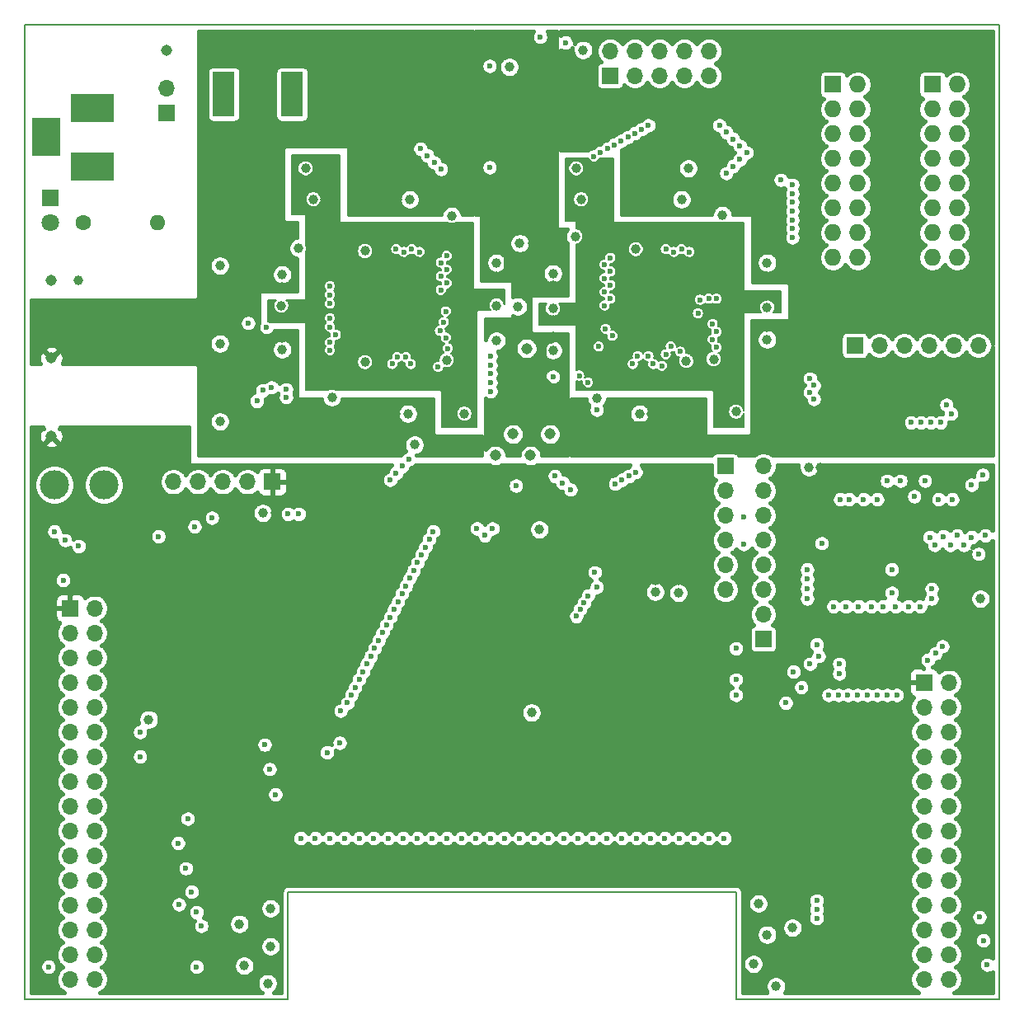
<source format=gbr>
G04 #@! TF.GenerationSoftware,KiCad,Pcbnew,5.1.6-c6e7f7d~86~ubuntu20.04.1*
G04 #@! TF.CreationDate,2020-05-17T16:05:01+03:00*
G04 #@! TF.ProjectId,GB-BENCH-G1,47422d42-454e-4434-982d-47312e6b6963,rev?*
G04 #@! TF.SameCoordinates,Original*
G04 #@! TF.FileFunction,Copper,L2,Inr*
G04 #@! TF.FilePolarity,Positive*
%FSLAX46Y46*%
G04 Gerber Fmt 4.6, Leading zero omitted, Abs format (unit mm)*
G04 Created by KiCad (PCBNEW 5.1.6-c6e7f7d~86~ubuntu20.04.1) date 2020-05-17 16:05:01*
%MOMM*%
%LPD*%
G01*
G04 APERTURE LIST*
G04 #@! TA.AperFunction,Profile*
%ADD10C,0.150000*%
G04 #@! TD*
G04 #@! TA.AperFunction,ViaPad*
%ADD11C,3.000000*%
G04 #@! TD*
G04 #@! TA.AperFunction,ViaPad*
%ADD12C,1.143000*%
G04 #@! TD*
G04 #@! TA.AperFunction,ViaPad*
%ADD13R,1.727200X1.727200*%
G04 #@! TD*
G04 #@! TA.AperFunction,ViaPad*
%ADD14O,1.727200X1.727200*%
G04 #@! TD*
G04 #@! TA.AperFunction,ViaPad*
%ADD15R,1.800000X1.800000*%
G04 #@! TD*
G04 #@! TA.AperFunction,ViaPad*
%ADD16C,1.800000*%
G04 #@! TD*
G04 #@! TA.AperFunction,ViaPad*
%ADD17R,1.700000X1.700000*%
G04 #@! TD*
G04 #@! TA.AperFunction,ViaPad*
%ADD18O,1.700000X1.700000*%
G04 #@! TD*
G04 #@! TA.AperFunction,ViaPad*
%ADD19C,1.600000*%
G04 #@! TD*
G04 #@! TA.AperFunction,ViaPad*
%ADD20O,1.600000X1.600000*%
G04 #@! TD*
G04 #@! TA.AperFunction,ViaPad*
%ADD21R,2.300000X4.600000*%
G04 #@! TD*
G04 #@! TA.AperFunction,ViaPad*
%ADD22R,3.000000X4.000000*%
G04 #@! TD*
G04 #@! TA.AperFunction,ViaPad*
%ADD23R,4.500000X3.000000*%
G04 #@! TD*
G04 #@! TA.AperFunction,ViaPad*
%ADD24C,1.000000*%
G04 #@! TD*
G04 #@! TA.AperFunction,ViaPad*
%ADD25C,0.600000*%
G04 #@! TD*
G04 #@! TA.AperFunction,Conductor*
%ADD26C,0.800000*%
G04 #@! TD*
G04 #@! TA.AperFunction,Conductor*
%ADD27C,0.400000*%
G04 #@! TD*
G04 #@! TA.AperFunction,Conductor*
%ADD28C,0.203200*%
G04 #@! TD*
G04 APERTURE END LIST*
D10*
X77000000Y-139000000D02*
X77000000Y-150000000D01*
X123000000Y-139000000D02*
X77000000Y-139000000D01*
X123000000Y-150000000D02*
X123000000Y-139000000D01*
X123000000Y-150000000D02*
X150000000Y-150000000D01*
X50000000Y-150000000D02*
X77000000Y-150000000D01*
X150000000Y-50000000D02*
X150000000Y-150000000D01*
X50000000Y-50000000D02*
X50000000Y-150000000D01*
X50000000Y-50000000D02*
X150000000Y-50000000D01*
D11*
X58100000Y-97200000D03*
X53020000Y-97200000D03*
D12*
X101900000Y-94200000D03*
X52700000Y-92200000D03*
D13*
X132960000Y-56100000D03*
D14*
X135500000Y-56100000D03*
X132960000Y-58640000D03*
X135500000Y-58640000D03*
X132960000Y-61180000D03*
X135500000Y-61180000D03*
X132960000Y-63720000D03*
X135500000Y-63720000D03*
X132960000Y-66260000D03*
X135500000Y-66260000D03*
X132960000Y-68800000D03*
X135500000Y-68800000D03*
X132960000Y-71340000D03*
X135500000Y-71340000D03*
X132960000Y-73880000D03*
X135500000Y-73880000D03*
D15*
X52600000Y-67760000D03*
D16*
X52600000Y-70300000D03*
D13*
X143160000Y-56100000D03*
D14*
X145700000Y-56100000D03*
X143160000Y-58640000D03*
X145700000Y-58640000D03*
X143160000Y-61180000D03*
X145700000Y-61180000D03*
X143160000Y-63720000D03*
X145700000Y-63720000D03*
X143160000Y-66260000D03*
X145700000Y-66260000D03*
X143160000Y-68800000D03*
X145700000Y-68800000D03*
X143160000Y-71340000D03*
X145700000Y-71340000D03*
X143160000Y-73880000D03*
X145700000Y-73880000D03*
D17*
X142300000Y-117500000D03*
D18*
X144840000Y-117500000D03*
X142300000Y-120040000D03*
X144840000Y-120040000D03*
X142300000Y-122580000D03*
X144840000Y-122580000D03*
X142300000Y-125120000D03*
X144840000Y-125120000D03*
X142300000Y-127660000D03*
X144840000Y-127660000D03*
X142300000Y-130200000D03*
X144840000Y-130200000D03*
X142300000Y-132740000D03*
X144840000Y-132740000D03*
X142300000Y-135280000D03*
X144840000Y-135280000D03*
X142300000Y-137820000D03*
X144840000Y-137820000D03*
X142300000Y-140360000D03*
X144840000Y-140360000D03*
X142300000Y-142900000D03*
X144840000Y-142900000D03*
X142300000Y-145440000D03*
X144840000Y-145440000D03*
X142300000Y-147980000D03*
X144840000Y-147980000D03*
D17*
X125800000Y-113060000D03*
D18*
X125800000Y-110520000D03*
X125800000Y-107980000D03*
X125800000Y-105440000D03*
X125800000Y-102900000D03*
X125800000Y-100360000D03*
X125800000Y-97820000D03*
X125800000Y-95280000D03*
D17*
X135180000Y-82900000D03*
D18*
X137720000Y-82900000D03*
X140260000Y-82900000D03*
X142800000Y-82900000D03*
X145340000Y-82900000D03*
X147880000Y-82900000D03*
D17*
X54600000Y-109880000D03*
D18*
X57140000Y-109880000D03*
X54600000Y-112420000D03*
X57140000Y-112420000D03*
X54600000Y-114960000D03*
X57140000Y-114960000D03*
X54600000Y-117500000D03*
X57140000Y-117500000D03*
X54600000Y-120040000D03*
X57140000Y-120040000D03*
X54600000Y-122580000D03*
X57140000Y-122580000D03*
X54600000Y-125120000D03*
X57140000Y-125120000D03*
X54600000Y-127660000D03*
X57140000Y-127660000D03*
X54600000Y-130200000D03*
X57140000Y-130200000D03*
X54600000Y-132740000D03*
X57140000Y-132740000D03*
X54600000Y-135280000D03*
X57140000Y-135280000D03*
X54600000Y-137820000D03*
X57140000Y-137820000D03*
X54600000Y-140360000D03*
X57140000Y-140360000D03*
X54600000Y-142900000D03*
X57140000Y-142900000D03*
X54600000Y-145440000D03*
X57140000Y-145440000D03*
X54600000Y-147980000D03*
X57140000Y-147980000D03*
D17*
X121900000Y-95280000D03*
D18*
X121900000Y-97820000D03*
X121900000Y-100360000D03*
X121900000Y-102900000D03*
X121900000Y-105440000D03*
X121900000Y-107980000D03*
D17*
X75380000Y-96900000D03*
D18*
X72840000Y-96900000D03*
X70300000Y-96900000D03*
X67760000Y-96900000D03*
X65220000Y-96900000D03*
D17*
X64500000Y-59000000D03*
D18*
X64500000Y-56460000D03*
D19*
X56000000Y-70300000D03*
D20*
X63620000Y-70300000D03*
D12*
X64500000Y-52600000D03*
X52700000Y-76200000D03*
X52700000Y-84200000D03*
X103900000Y-92000000D03*
X100100000Y-92000000D03*
X98300000Y-94200000D03*
X101500000Y-83200000D03*
D17*
X110080000Y-55200000D03*
D18*
X110080000Y-52660000D03*
X112620000Y-55200000D03*
X112620000Y-52660000D03*
X115160000Y-55200000D03*
X115160000Y-52660000D03*
X117700000Y-55200000D03*
X117700000Y-52660000D03*
X120240000Y-55200000D03*
X120240000Y-52660000D03*
D21*
X70400000Y-57100000D03*
X77400000Y-57100000D03*
D22*
X52200000Y-61500000D03*
D23*
X56900000Y-58500000D03*
X56900000Y-64500000D03*
D24*
X73600000Y-71300000D03*
X101700000Y-67000000D03*
X88200000Y-67900000D03*
X123500000Y-51200000D03*
X87400000Y-93100000D03*
X102100029Y-72400000D03*
X104200000Y-76700000D03*
X114300017Y-89900000D03*
X126200000Y-75800000D03*
X126200000Y-81000000D03*
X115400000Y-64700000D03*
X88100000Y-89900000D03*
X116000000Y-67900000D03*
X76400000Y-76900000D03*
X76400000Y-82100000D03*
X104200000Y-82000000D03*
X98400000Y-75800000D03*
X98400000Y-80900000D03*
X55500000Y-84200000D03*
X107100000Y-67900000D03*
X106500000Y-71700000D03*
X130500000Y-95400000D03*
X148100000Y-108900000D03*
X120699992Y-84300000D03*
X117900000Y-84500000D03*
X117100000Y-108300000D03*
X114700000Y-108200000D03*
X72000000Y-142300000D03*
X74400000Y-100100000D03*
X62700000Y-121300000D03*
X74900000Y-148400000D03*
X75200000Y-140700000D03*
X75200000Y-144600000D03*
X125300000Y-140200000D03*
X126200000Y-143400000D03*
X128800000Y-142700000D03*
X124800000Y-146400000D03*
X127100000Y-148700000D03*
X72500000Y-146600000D03*
X123000000Y-89700000D03*
X108700000Y-88300000D03*
X81500000Y-88200000D03*
X102800000Y-101800000D03*
X102000000Y-120600000D03*
X106600000Y-64700000D03*
X126200000Y-79000003D03*
X90000000Y-93100000D03*
X100600000Y-78900000D03*
X98400000Y-78800000D03*
X104200000Y-79100000D03*
X100800004Y-72400000D03*
X104200000Y-75500000D03*
X84900000Y-84600000D03*
X78800000Y-64700000D03*
X79600000Y-67900000D03*
X76300000Y-78800000D03*
X107300000Y-52550000D03*
X121600000Y-69500000D03*
X84900000Y-73200000D03*
X93800000Y-69599994D03*
X113100014Y-89900000D03*
X126200000Y-74399984D03*
X126200000Y-82300000D03*
X118100000Y-64700000D03*
X89300003Y-89900000D03*
X117400003Y-67900000D03*
X93300000Y-84400000D03*
X78100000Y-72900000D03*
X76400000Y-75600000D03*
X76400000Y-83300000D03*
X104200000Y-83400000D03*
X98400000Y-74400000D03*
X98400000Y-82400000D03*
X89500000Y-67900000D03*
X112700000Y-73000000D03*
X70000000Y-74700000D03*
X70000000Y-82700000D03*
X70000000Y-90700000D03*
X95100000Y-89900000D03*
X109000000Y-67900000D03*
X121800000Y-89700000D03*
X108800000Y-64700000D03*
X99724002Y-54300000D03*
X126200000Y-77800000D03*
X93800000Y-89900000D03*
X98400000Y-77599997D03*
X104200000Y-80300000D03*
X80800003Y-67900000D03*
X81600000Y-64700000D03*
X76300000Y-80000003D03*
X55500000Y-76200000D03*
X132600000Y-148800000D03*
X133900000Y-103200000D03*
X131700003Y-95400000D03*
X123200000Y-133400000D03*
X117100000Y-107000000D03*
X114700000Y-107000000D03*
X105600000Y-95800000D03*
X67400000Y-148900000D03*
X75700000Y-100100000D03*
X55500000Y-92200000D03*
D25*
X143100000Y-108900000D03*
X139000000Y-108300000D03*
X139000000Y-105900000D03*
X131300000Y-140800000D03*
X123000000Y-117200000D03*
X143500000Y-114500000D03*
X133600000Y-115600000D03*
X131800000Y-103200000D03*
X131300000Y-139900000D03*
X144200000Y-113800000D03*
X131300000Y-113600000D03*
X123000000Y-114000000D03*
X143100000Y-107900000D03*
X131000000Y-87000000D03*
X131300000Y-141700000D03*
X123000000Y-118800000D03*
X142700004Y-115200000D03*
X133600000Y-116600000D03*
X121000000Y-81499994D03*
X77000000Y-100200000D03*
X54100000Y-102900000D03*
X118700000Y-133500000D03*
X97200000Y-102400000D03*
X53000000Y-102000008D03*
X78100000Y-100200000D03*
X117200000Y-133500000D03*
X96400000Y-101700000D03*
X55500000Y-103500006D03*
X69200000Y-100600000D03*
X120200000Y-133500000D03*
X98000000Y-101700000D03*
X97700010Y-64600000D03*
X97700000Y-54200000D03*
X102900000Y-51200000D03*
X105500000Y-51800000D03*
X102300000Y-133500000D03*
X88300000Y-109200000D03*
X67400000Y-101500000D03*
X121800000Y-133500000D03*
X100400000Y-97300000D03*
X92599992Y-81400000D03*
X97800000Y-85800000D03*
X115700000Y-133500000D03*
X91900000Y-102000000D03*
X114200000Y-133500000D03*
X91500000Y-102800000D03*
X112800000Y-133500000D03*
X91100000Y-103600000D03*
X111300000Y-133500000D03*
X90700000Y-104400000D03*
X89400000Y-94600000D03*
X109700000Y-133500000D03*
X90300000Y-105200000D03*
X89600000Y-84800000D03*
X61800000Y-122600000D03*
X88700000Y-95300000D03*
X108300000Y-133500000D03*
X89900000Y-106000000D03*
X89100000Y-84100000D03*
X61800000Y-125120000D03*
X88100000Y-96000000D03*
X106800000Y-133500000D03*
X89500000Y-106800000D03*
X88200010Y-84100000D03*
X87500000Y-96700000D03*
X105300000Y-133500000D03*
X89100000Y-107600000D03*
X87700000Y-84800000D03*
X103700000Y-133500000D03*
X88700000Y-108400000D03*
X100800000Y-133500000D03*
X87900000Y-110000000D03*
X99200000Y-133500000D03*
X87500000Y-110800000D03*
X65800000Y-140300000D03*
X97800000Y-133500000D03*
X87100000Y-111600000D03*
X96300000Y-133500000D03*
X86700000Y-112400000D03*
X52400002Y-146700000D03*
X53900000Y-107000000D03*
X63700000Y-102500000D03*
X94800000Y-133500000D03*
X86300000Y-113200000D03*
X85900000Y-114000000D03*
X93300000Y-133500000D03*
X74600000Y-123900000D03*
X91800000Y-133500000D03*
X85500000Y-114800000D03*
X75100000Y-126400000D03*
X90300000Y-133500000D03*
X85100000Y-115600000D03*
X75700000Y-129000000D03*
X88800000Y-133500000D03*
X84700000Y-116400000D03*
X66700000Y-131500000D03*
X87300000Y-133500000D03*
X84300000Y-117200000D03*
X76800000Y-87400000D03*
X81300000Y-83400000D03*
X65700000Y-134000000D03*
X85800000Y-133500000D03*
X83900000Y-118000000D03*
X76800000Y-88200000D03*
X81300000Y-82600000D03*
X66500000Y-136600000D03*
X84300000Y-133500000D03*
X83500000Y-118800000D03*
X75300000Y-87200000D03*
X81900000Y-81800000D03*
X67100000Y-139000000D03*
X82800000Y-133500000D03*
X83100000Y-119600000D03*
X74400000Y-87500000D03*
X81300000Y-81000000D03*
X67600000Y-141100000D03*
X82400000Y-120400000D03*
X81300000Y-133500000D03*
X73794999Y-88594999D03*
X81300000Y-80100000D03*
X68100000Y-142500002D03*
X82300000Y-123700000D03*
X79800000Y-133500000D03*
X93200012Y-79400000D03*
X97800000Y-84000000D03*
X67599994Y-146700000D03*
X81000000Y-124700000D03*
X78300000Y-133500000D03*
X143000000Y-90804999D03*
X115800002Y-83800000D03*
X144000000Y-90804999D03*
X115400000Y-85000000D03*
X148328795Y-96177781D03*
X148600000Y-102400000D03*
X148800000Y-146500000D03*
X121000000Y-78100000D03*
X147200000Y-97200000D03*
X147200000Y-102600010D03*
X148400000Y-144000000D03*
X119300000Y-78200000D03*
X148000000Y-141600000D03*
X145700000Y-102400000D03*
X144300000Y-102500000D03*
X142900000Y-102600000D03*
X147900000Y-104300000D03*
X120199998Y-78100000D03*
X146395000Y-103400000D03*
X119100000Y-79600000D03*
X145200000Y-98700000D03*
X145000000Y-103400000D03*
X143400000Y-103400000D03*
X143800000Y-98700000D03*
X139500000Y-118800000D03*
X142400000Y-96800000D03*
X141900000Y-109700000D03*
X130600000Y-86300000D03*
X120600000Y-80700000D03*
X138500000Y-118800000D03*
X141300000Y-98400000D03*
X140700000Y-109700000D03*
X130600000Y-87700000D03*
X137500000Y-118800000D03*
X120600000Y-82300000D03*
X139900010Y-96800000D03*
X139400000Y-109700000D03*
X136500000Y-118800000D03*
X138500000Y-96800000D03*
X138100000Y-109700000D03*
X135500000Y-118800000D03*
X136900000Y-109700000D03*
X137500000Y-98700000D03*
X134500000Y-118800000D03*
X136100000Y-98700000D03*
X135600000Y-109700000D03*
X133500000Y-118800000D03*
X109600000Y-81200000D03*
X144600000Y-89000000D03*
X106900000Y-86000000D03*
X110300000Y-81900000D03*
X145100000Y-89900000D03*
X107800000Y-86700000D03*
X123800000Y-100500000D03*
X108500000Y-106200000D03*
X114500000Y-84800000D03*
X123800000Y-103300000D03*
X108700000Y-107700000D03*
X113999978Y-84000000D03*
X112900004Y-84000000D03*
X112400000Y-84800000D03*
X107800000Y-108600000D03*
X112700000Y-95900000D03*
X107400000Y-109300000D03*
X112000000Y-96300000D03*
X107000000Y-110000000D03*
X111300000Y-96700000D03*
X106600000Y-110700000D03*
X110600000Y-97100000D03*
X133000000Y-109700000D03*
X133700000Y-98700000D03*
X131500000Y-114800000D03*
X130305000Y-108900000D03*
X131000000Y-88400000D03*
X121000000Y-83100000D03*
X130600000Y-115600000D03*
X130300000Y-106900000D03*
X128900000Y-116400000D03*
X130300000Y-107900000D03*
X129700000Y-118000000D03*
X130300000Y-105900000D03*
X128100000Y-119600000D03*
X134600000Y-98700000D03*
X134300000Y-109700000D03*
X132500000Y-118800000D03*
X142000000Y-90804999D03*
X116300000Y-83000000D03*
X141000000Y-90804999D03*
X117272200Y-83527800D03*
X104200000Y-86100000D03*
X108895000Y-83000000D03*
X74800000Y-81000000D03*
X106000000Y-97700000D03*
X81300000Y-78600000D03*
X72900000Y-80600000D03*
X105200000Y-97000000D03*
X81300000Y-77700000D03*
X81300000Y-76800000D03*
X104400000Y-96300000D03*
X93000000Y-80500000D03*
X97800000Y-84900000D03*
X93200000Y-82100000D03*
X97800000Y-86700000D03*
X97800000Y-87600000D03*
X93400000Y-83200006D03*
X121300000Y-60300000D03*
X115800000Y-73000000D03*
X128800000Y-70000000D03*
X109500000Y-77400000D03*
X92700000Y-75800000D03*
X122000000Y-61000000D03*
X116600000Y-73300000D03*
X128800000Y-69100000D03*
X110100000Y-76700000D03*
X93300000Y-75100000D03*
X122700000Y-61700000D03*
X117400000Y-72999984D03*
X128800000Y-68200000D03*
X109500000Y-76000000D03*
X92699982Y-74400000D03*
X123400000Y-62400000D03*
X118200000Y-73300000D03*
X128800000Y-67300000D03*
X110099992Y-75300000D03*
X93300000Y-73700014D03*
X124100000Y-63100000D03*
X109500000Y-74600006D03*
X128800000Y-66400000D03*
X123400000Y-63800000D03*
X128800000Y-70900000D03*
X110100000Y-78100000D03*
X93300000Y-76499996D03*
X122700000Y-64500000D03*
X128800000Y-71800000D03*
X109500000Y-78800006D03*
X92700000Y-77200012D03*
X122000000Y-65200000D03*
X109100000Y-63100000D03*
X109800000Y-62700000D03*
X110500000Y-62300000D03*
X111200000Y-61900000D03*
X111900000Y-61500000D03*
X92700000Y-64800000D03*
X90500000Y-73300000D03*
X112600000Y-61100000D03*
X92000000Y-64100000D03*
X89700000Y-73000000D03*
X113300000Y-60700000D03*
X91299992Y-63400000D03*
X88900000Y-73300000D03*
X114000000Y-60300000D03*
X90600000Y-62700000D03*
X88100000Y-73000000D03*
X108400000Y-63500000D03*
X108700000Y-89500000D03*
X92400000Y-85100000D03*
X110100000Y-73900000D03*
X127600000Y-65900000D03*
D26*
X104200000Y-82000000D02*
X104200000Y-82100000D01*
X104200000Y-82100000D02*
X104000001Y-82299999D01*
X104000001Y-82299999D02*
X103671999Y-82299999D01*
X103671999Y-82299999D02*
X103099999Y-82871999D01*
X103099999Y-82871999D02*
X103099999Y-86332001D01*
X114300017Y-90607106D02*
X114300017Y-89900000D01*
X103099999Y-86332001D02*
X107767999Y-91000001D01*
X107767999Y-91000001D02*
X113907122Y-91000001D01*
X113907122Y-91000001D02*
X114300017Y-90607106D01*
X94700000Y-66000000D02*
X89392894Y-66000000D01*
X89392894Y-66000000D02*
X88200000Y-67192894D01*
X88200000Y-67192894D02*
X88200000Y-67900000D01*
X99500001Y-70800001D02*
X94700000Y-66000000D01*
X98400000Y-75800000D02*
X99107106Y-75800000D01*
X99107106Y-75800000D02*
X99500001Y-75407105D01*
X99500001Y-75407105D02*
X99500001Y-70800001D01*
D27*
G36*
X51753378Y-91329749D02*
G01*
X51878781Y-91455151D01*
X51629032Y-91488644D01*
X51510832Y-91711248D01*
X51438331Y-91952634D01*
X51414314Y-92203527D01*
X51439707Y-92454284D01*
X51513531Y-92695269D01*
X51629032Y-92911356D01*
X51878784Y-92944849D01*
X52623632Y-92200000D01*
X52609490Y-92185858D01*
X52685858Y-92109490D01*
X52700000Y-92123632D01*
X52714142Y-92109490D01*
X52790510Y-92185858D01*
X52776368Y-92200000D01*
X53521216Y-92944849D01*
X53770968Y-92911356D01*
X53889168Y-92688752D01*
X53961669Y-92447366D01*
X53985686Y-92196473D01*
X53960293Y-91945716D01*
X53886469Y-91704731D01*
X53770968Y-91488644D01*
X53521219Y-91455151D01*
X53646622Y-91329749D01*
X53616873Y-91300000D01*
X66800000Y-91300000D01*
X66800000Y-95000000D01*
X66803843Y-95039018D01*
X66815224Y-95076537D01*
X66833706Y-95111114D01*
X66858579Y-95141421D01*
X66888886Y-95166294D01*
X66923463Y-95184776D01*
X66960982Y-95196157D01*
X67000000Y-95200000D01*
X87679557Y-95200000D01*
X87673690Y-95202430D01*
X87526283Y-95300924D01*
X87400924Y-95426283D01*
X87302430Y-95573690D01*
X87234586Y-95737480D01*
X87213277Y-95844611D01*
X87073690Y-95902430D01*
X86926283Y-96000924D01*
X86800924Y-96126283D01*
X86702430Y-96273690D01*
X86634586Y-96437480D01*
X86600000Y-96611358D01*
X86600000Y-96788642D01*
X86634586Y-96962520D01*
X86702430Y-97126310D01*
X86800924Y-97273717D01*
X86926283Y-97399076D01*
X87073690Y-97497570D01*
X87237480Y-97565414D01*
X87411358Y-97600000D01*
X87588642Y-97600000D01*
X87762520Y-97565414D01*
X87926310Y-97497570D01*
X88073717Y-97399076D01*
X88199076Y-97273717D01*
X88240742Y-97211358D01*
X99500000Y-97211358D01*
X99500000Y-97388642D01*
X99534586Y-97562520D01*
X99602430Y-97726310D01*
X99700924Y-97873717D01*
X99826283Y-97999076D01*
X99973690Y-98097570D01*
X100137480Y-98165414D01*
X100311358Y-98200000D01*
X100488642Y-98200000D01*
X100662520Y-98165414D01*
X100826310Y-98097570D01*
X100973717Y-97999076D01*
X101099076Y-97873717D01*
X101197570Y-97726310D01*
X101265414Y-97562520D01*
X101300000Y-97388642D01*
X101300000Y-97211358D01*
X101265414Y-97037480D01*
X101197570Y-96873690D01*
X101099076Y-96726283D01*
X100973717Y-96600924D01*
X100826310Y-96502430D01*
X100662520Y-96434586D01*
X100488642Y-96400000D01*
X100311358Y-96400000D01*
X100137480Y-96434586D01*
X99973690Y-96502430D01*
X99826283Y-96600924D01*
X99700924Y-96726283D01*
X99602430Y-96873690D01*
X99534586Y-97037480D01*
X99500000Y-97211358D01*
X88240742Y-97211358D01*
X88297570Y-97126310D01*
X88365414Y-96962520D01*
X88386723Y-96855389D01*
X88526310Y-96797570D01*
X88673717Y-96699076D01*
X88799076Y-96573717D01*
X88897570Y-96426310D01*
X88965414Y-96262520D01*
X88975590Y-96211358D01*
X103500000Y-96211358D01*
X103500000Y-96388642D01*
X103534586Y-96562520D01*
X103602430Y-96726310D01*
X103700924Y-96873717D01*
X103826283Y-96999076D01*
X103973690Y-97097570D01*
X104137480Y-97165414D01*
X104311358Y-97200000D01*
X104322150Y-97200000D01*
X104334586Y-97262520D01*
X104402430Y-97426310D01*
X104500924Y-97573717D01*
X104626283Y-97699076D01*
X104773690Y-97797570D01*
X104937480Y-97865414D01*
X105111358Y-97900000D01*
X105122150Y-97900000D01*
X105134586Y-97962520D01*
X105202430Y-98126310D01*
X105300924Y-98273717D01*
X105426283Y-98399076D01*
X105573690Y-98497570D01*
X105737480Y-98565414D01*
X105911358Y-98600000D01*
X106088642Y-98600000D01*
X106262520Y-98565414D01*
X106426310Y-98497570D01*
X106573717Y-98399076D01*
X106699076Y-98273717D01*
X106797570Y-98126310D01*
X106865414Y-97962520D01*
X106900000Y-97788642D01*
X106900000Y-97611358D01*
X106865414Y-97437480D01*
X106797570Y-97273690D01*
X106699076Y-97126283D01*
X106573717Y-97000924D01*
X106426310Y-96902430D01*
X106262520Y-96834586D01*
X106088642Y-96800000D01*
X106077850Y-96800000D01*
X106065414Y-96737480D01*
X105997570Y-96573690D01*
X105899076Y-96426283D01*
X105773717Y-96300924D01*
X105626310Y-96202430D01*
X105462520Y-96134586D01*
X105288642Y-96100000D01*
X105277850Y-96100000D01*
X105265414Y-96037480D01*
X105197570Y-95873690D01*
X105099076Y-95726283D01*
X104973717Y-95600924D01*
X104826310Y-95502430D01*
X104662520Y-95434586D01*
X104488642Y-95400000D01*
X104311358Y-95400000D01*
X104137480Y-95434586D01*
X103973690Y-95502430D01*
X103826283Y-95600924D01*
X103700924Y-95726283D01*
X103602430Y-95873690D01*
X103534586Y-96037480D01*
X103500000Y-96211358D01*
X88975590Y-96211358D01*
X88986723Y-96155389D01*
X89126310Y-96097570D01*
X89273717Y-95999076D01*
X89399076Y-95873717D01*
X89497570Y-95726310D01*
X89565414Y-95562520D01*
X89581525Y-95481525D01*
X89662520Y-95465414D01*
X89826310Y-95397570D01*
X89973717Y-95299076D01*
X90072793Y-95200000D01*
X97687963Y-95200000D01*
X97745087Y-95238169D01*
X97958286Y-95326480D01*
X98184617Y-95371500D01*
X98415383Y-95371500D01*
X98641714Y-95326480D01*
X98854913Y-95238169D01*
X98912037Y-95200000D01*
X101287963Y-95200000D01*
X101345087Y-95238169D01*
X101558286Y-95326480D01*
X101784617Y-95371500D01*
X102015383Y-95371500D01*
X102241714Y-95326480D01*
X102454913Y-95238169D01*
X102512037Y-95200000D01*
X112127666Y-95200000D01*
X112126283Y-95200924D01*
X112000924Y-95326283D01*
X111951668Y-95400000D01*
X111911358Y-95400000D01*
X111737480Y-95434586D01*
X111573690Y-95502430D01*
X111426283Y-95600924D01*
X111300924Y-95726283D01*
X111251668Y-95800000D01*
X111211358Y-95800000D01*
X111037480Y-95834586D01*
X110873690Y-95902430D01*
X110726283Y-96000924D01*
X110600924Y-96126283D01*
X110551668Y-96200000D01*
X110511358Y-96200000D01*
X110337480Y-96234586D01*
X110173690Y-96302430D01*
X110026283Y-96400924D01*
X109900924Y-96526283D01*
X109802430Y-96673690D01*
X109734586Y-96837480D01*
X109700000Y-97011358D01*
X109700000Y-97188642D01*
X109734586Y-97362520D01*
X109802430Y-97526310D01*
X109900924Y-97673717D01*
X110026283Y-97799076D01*
X110173690Y-97897570D01*
X110337480Y-97965414D01*
X110511358Y-98000000D01*
X110688642Y-98000000D01*
X110862520Y-97965414D01*
X111026310Y-97897570D01*
X111173717Y-97799076D01*
X111299076Y-97673717D01*
X111348332Y-97600000D01*
X111388642Y-97600000D01*
X111562520Y-97565414D01*
X111726310Y-97497570D01*
X111873717Y-97399076D01*
X111999076Y-97273717D01*
X112048332Y-97200000D01*
X112088642Y-97200000D01*
X112262520Y-97165414D01*
X112426310Y-97097570D01*
X112573717Y-96999076D01*
X112699076Y-96873717D01*
X112748332Y-96800000D01*
X112788642Y-96800000D01*
X112962520Y-96765414D01*
X113126310Y-96697570D01*
X113273717Y-96599076D01*
X113399076Y-96473717D01*
X113497570Y-96326310D01*
X113565414Y-96162520D01*
X113600000Y-95988642D01*
X113600000Y-95811358D01*
X113565414Y-95637480D01*
X113497570Y-95473690D01*
X113399076Y-95326283D01*
X113273717Y-95200924D01*
X113272334Y-95200000D01*
X120447097Y-95200000D01*
X120447097Y-96130000D01*
X120458682Y-96247621D01*
X120492990Y-96360721D01*
X120548704Y-96464955D01*
X120623683Y-96556317D01*
X120715045Y-96631296D01*
X120819279Y-96687010D01*
X120932379Y-96721318D01*
X120946665Y-96722725D01*
X120773711Y-96895679D01*
X120615027Y-97133167D01*
X120505723Y-97397051D01*
X120450000Y-97677187D01*
X120450000Y-97962813D01*
X120505723Y-98242949D01*
X120615027Y-98506833D01*
X120773711Y-98744321D01*
X120975679Y-98946289D01*
X121190758Y-99090000D01*
X120975679Y-99233711D01*
X120773711Y-99435679D01*
X120615027Y-99673167D01*
X120505723Y-99937051D01*
X120450000Y-100217187D01*
X120450000Y-100502813D01*
X120505723Y-100782949D01*
X120615027Y-101046833D01*
X120773711Y-101284321D01*
X120975679Y-101486289D01*
X121190758Y-101630000D01*
X120975679Y-101773711D01*
X120773711Y-101975679D01*
X120615027Y-102213167D01*
X120505723Y-102477051D01*
X120450000Y-102757187D01*
X120450000Y-103042813D01*
X120505723Y-103322949D01*
X120615027Y-103586833D01*
X120773711Y-103824321D01*
X120975679Y-104026289D01*
X121190758Y-104170000D01*
X120975679Y-104313711D01*
X120773711Y-104515679D01*
X120615027Y-104753167D01*
X120505723Y-105017051D01*
X120450000Y-105297187D01*
X120450000Y-105582813D01*
X120505723Y-105862949D01*
X120615027Y-106126833D01*
X120773711Y-106364321D01*
X120975679Y-106566289D01*
X121190758Y-106710000D01*
X120975679Y-106853711D01*
X120773711Y-107055679D01*
X120615027Y-107293167D01*
X120505723Y-107557051D01*
X120450000Y-107837187D01*
X120450000Y-108122813D01*
X120505723Y-108402949D01*
X120615027Y-108666833D01*
X120773711Y-108904321D01*
X120975679Y-109106289D01*
X121213167Y-109264973D01*
X121477051Y-109374277D01*
X121757187Y-109430000D01*
X122042813Y-109430000D01*
X122322949Y-109374277D01*
X122586833Y-109264973D01*
X122824321Y-109106289D01*
X123026289Y-108904321D01*
X123184973Y-108666833D01*
X123294277Y-108402949D01*
X123350000Y-108122813D01*
X123350000Y-107837187D01*
X123294277Y-107557051D01*
X123184973Y-107293167D01*
X123026289Y-107055679D01*
X122824321Y-106853711D01*
X122609242Y-106710000D01*
X122824321Y-106566289D01*
X123026289Y-106364321D01*
X123184973Y-106126833D01*
X123294277Y-105862949D01*
X123350000Y-105582813D01*
X123350000Y-105297187D01*
X123294277Y-105017051D01*
X123184973Y-104753167D01*
X123026289Y-104515679D01*
X122824321Y-104313711D01*
X122609242Y-104170000D01*
X122824321Y-104026289D01*
X123026289Y-103824321D01*
X123047104Y-103793169D01*
X123100924Y-103873717D01*
X123226283Y-103999076D01*
X123373690Y-104097570D01*
X123537480Y-104165414D01*
X123711358Y-104200000D01*
X123888642Y-104200000D01*
X124062520Y-104165414D01*
X124226310Y-104097570D01*
X124373717Y-103999076D01*
X124499076Y-103873717D01*
X124597570Y-103726310D01*
X124601646Y-103716469D01*
X124673711Y-103824321D01*
X124875679Y-104026289D01*
X125090758Y-104170000D01*
X124875679Y-104313711D01*
X124673711Y-104515679D01*
X124515027Y-104753167D01*
X124405723Y-105017051D01*
X124350000Y-105297187D01*
X124350000Y-105582813D01*
X124405723Y-105862949D01*
X124515027Y-106126833D01*
X124673711Y-106364321D01*
X124875679Y-106566289D01*
X125090758Y-106710000D01*
X124875679Y-106853711D01*
X124673711Y-107055679D01*
X124515027Y-107293167D01*
X124405723Y-107557051D01*
X124350000Y-107837187D01*
X124350000Y-108122813D01*
X124405723Y-108402949D01*
X124515027Y-108666833D01*
X124673711Y-108904321D01*
X124875679Y-109106289D01*
X125090758Y-109250000D01*
X124875679Y-109393711D01*
X124673711Y-109595679D01*
X124515027Y-109833167D01*
X124405723Y-110097051D01*
X124350000Y-110377187D01*
X124350000Y-110662813D01*
X124405723Y-110942949D01*
X124515027Y-111206833D01*
X124673711Y-111444321D01*
X124846665Y-111617275D01*
X124832379Y-111618682D01*
X124719279Y-111652990D01*
X124615045Y-111708704D01*
X124523683Y-111783683D01*
X124448704Y-111875045D01*
X124392990Y-111979279D01*
X124358682Y-112092379D01*
X124347097Y-112210000D01*
X124347097Y-113910000D01*
X124358682Y-114027621D01*
X124392990Y-114140721D01*
X124448704Y-114244955D01*
X124523683Y-114336317D01*
X124615045Y-114411296D01*
X124719279Y-114467010D01*
X124832379Y-114501318D01*
X124950000Y-114512903D01*
X126650000Y-114512903D01*
X126767621Y-114501318D01*
X126880721Y-114467010D01*
X126984955Y-114411296D01*
X127076317Y-114336317D01*
X127151296Y-114244955D01*
X127207010Y-114140721D01*
X127241318Y-114027621D01*
X127252903Y-113910000D01*
X127252903Y-112210000D01*
X127241318Y-112092379D01*
X127207010Y-111979279D01*
X127151296Y-111875045D01*
X127076317Y-111783683D01*
X126984955Y-111708704D01*
X126880721Y-111652990D01*
X126767621Y-111618682D01*
X126753335Y-111617275D01*
X126926289Y-111444321D01*
X127084973Y-111206833D01*
X127194277Y-110942949D01*
X127250000Y-110662813D01*
X127250000Y-110377187D01*
X127194277Y-110097051D01*
X127084973Y-109833167D01*
X126926289Y-109595679D01*
X126724321Y-109393711D01*
X126509242Y-109250000D01*
X126724321Y-109106289D01*
X126926289Y-108904321D01*
X127084973Y-108666833D01*
X127194277Y-108402949D01*
X127250000Y-108122813D01*
X127250000Y-107837187D01*
X127194277Y-107557051D01*
X127084973Y-107293167D01*
X126926289Y-107055679D01*
X126724321Y-106853711D01*
X126509242Y-106710000D01*
X126724321Y-106566289D01*
X126926289Y-106364321D01*
X127084973Y-106126833D01*
X127194277Y-105862949D01*
X127204539Y-105811358D01*
X129400000Y-105811358D01*
X129400000Y-105988642D01*
X129434586Y-106162520D01*
X129502430Y-106326310D01*
X129551668Y-106400000D01*
X129502430Y-106473690D01*
X129434586Y-106637480D01*
X129400000Y-106811358D01*
X129400000Y-106988642D01*
X129434586Y-107162520D01*
X129502430Y-107326310D01*
X129551668Y-107400000D01*
X129502430Y-107473690D01*
X129434586Y-107637480D01*
X129400000Y-107811358D01*
X129400000Y-107988642D01*
X129434586Y-108162520D01*
X129502430Y-108326310D01*
X129554168Y-108403742D01*
X129507430Y-108473690D01*
X129439586Y-108637480D01*
X129405000Y-108811358D01*
X129405000Y-108988642D01*
X129439586Y-109162520D01*
X129507430Y-109326310D01*
X129605924Y-109473717D01*
X129731283Y-109599076D01*
X129878690Y-109697570D01*
X130042480Y-109765414D01*
X130216358Y-109800000D01*
X130393642Y-109800000D01*
X130567520Y-109765414D01*
X130731310Y-109697570D01*
X130860335Y-109611358D01*
X132100000Y-109611358D01*
X132100000Y-109788642D01*
X132134586Y-109962520D01*
X132202430Y-110126310D01*
X132300924Y-110273717D01*
X132426283Y-110399076D01*
X132573690Y-110497570D01*
X132737480Y-110565414D01*
X132911358Y-110600000D01*
X133088642Y-110600000D01*
X133262520Y-110565414D01*
X133426310Y-110497570D01*
X133573717Y-110399076D01*
X133650000Y-110322793D01*
X133726283Y-110399076D01*
X133873690Y-110497570D01*
X134037480Y-110565414D01*
X134211358Y-110600000D01*
X134388642Y-110600000D01*
X134562520Y-110565414D01*
X134726310Y-110497570D01*
X134873717Y-110399076D01*
X134950000Y-110322793D01*
X135026283Y-110399076D01*
X135173690Y-110497570D01*
X135337480Y-110565414D01*
X135511358Y-110600000D01*
X135688642Y-110600000D01*
X135862520Y-110565414D01*
X136026310Y-110497570D01*
X136173717Y-110399076D01*
X136250000Y-110322793D01*
X136326283Y-110399076D01*
X136473690Y-110497570D01*
X136637480Y-110565414D01*
X136811358Y-110600000D01*
X136988642Y-110600000D01*
X137162520Y-110565414D01*
X137326310Y-110497570D01*
X137473717Y-110399076D01*
X137500000Y-110372793D01*
X137526283Y-110399076D01*
X137673690Y-110497570D01*
X137837480Y-110565414D01*
X138011358Y-110600000D01*
X138188642Y-110600000D01*
X138362520Y-110565414D01*
X138526310Y-110497570D01*
X138673717Y-110399076D01*
X138750000Y-110322793D01*
X138826283Y-110399076D01*
X138973690Y-110497570D01*
X139137480Y-110565414D01*
X139311358Y-110600000D01*
X139488642Y-110600000D01*
X139662520Y-110565414D01*
X139826310Y-110497570D01*
X139973717Y-110399076D01*
X140050000Y-110322793D01*
X140126283Y-110399076D01*
X140273690Y-110497570D01*
X140437480Y-110565414D01*
X140611358Y-110600000D01*
X140788642Y-110600000D01*
X140962520Y-110565414D01*
X141126310Y-110497570D01*
X141273717Y-110399076D01*
X141300000Y-110372793D01*
X141326283Y-110399076D01*
X141473690Y-110497570D01*
X141637480Y-110565414D01*
X141811358Y-110600000D01*
X141988642Y-110600000D01*
X142162520Y-110565414D01*
X142326310Y-110497570D01*
X142473717Y-110399076D01*
X142599076Y-110273717D01*
X142697570Y-110126310D01*
X142765414Y-109962520D01*
X142800000Y-109788642D01*
X142800000Y-109749889D01*
X142837480Y-109765414D01*
X143011358Y-109800000D01*
X143188642Y-109800000D01*
X143362520Y-109765414D01*
X143526310Y-109697570D01*
X143673717Y-109599076D01*
X143799076Y-109473717D01*
X143897570Y-109326310D01*
X143965414Y-109162520D01*
X144000000Y-108988642D01*
X144000000Y-108811358D01*
X143996082Y-108791659D01*
X147000000Y-108791659D01*
X147000000Y-109008341D01*
X147042273Y-109220858D01*
X147125193Y-109421045D01*
X147245575Y-109601209D01*
X147398791Y-109754425D01*
X147578955Y-109874807D01*
X147779142Y-109957727D01*
X147991659Y-110000000D01*
X148208341Y-110000000D01*
X148420858Y-109957727D01*
X148621045Y-109874807D01*
X148801209Y-109754425D01*
X148954425Y-109601209D01*
X149074807Y-109421045D01*
X149157727Y-109220858D01*
X149200000Y-109008341D01*
X149200000Y-108791659D01*
X149157727Y-108579142D01*
X149074807Y-108378955D01*
X148954425Y-108198791D01*
X148801209Y-108045575D01*
X148621045Y-107925193D01*
X148420858Y-107842273D01*
X148208341Y-107800000D01*
X147991659Y-107800000D01*
X147779142Y-107842273D01*
X147578955Y-107925193D01*
X147398791Y-108045575D01*
X147245575Y-108198791D01*
X147125193Y-108378955D01*
X147042273Y-108579142D01*
X147000000Y-108791659D01*
X143996082Y-108791659D01*
X143965414Y-108637480D01*
X143897570Y-108473690D01*
X143848332Y-108400000D01*
X143897570Y-108326310D01*
X143965414Y-108162520D01*
X144000000Y-107988642D01*
X144000000Y-107811358D01*
X143965414Y-107637480D01*
X143897570Y-107473690D01*
X143799076Y-107326283D01*
X143673717Y-107200924D01*
X143526310Y-107102430D01*
X143362520Y-107034586D01*
X143188642Y-107000000D01*
X143011358Y-107000000D01*
X142837480Y-107034586D01*
X142673690Y-107102430D01*
X142526283Y-107200924D01*
X142400924Y-107326283D01*
X142302430Y-107473690D01*
X142234586Y-107637480D01*
X142200000Y-107811358D01*
X142200000Y-107988642D01*
X142234586Y-108162520D01*
X142302430Y-108326310D01*
X142351668Y-108400000D01*
X142302430Y-108473690D01*
X142234586Y-108637480D01*
X142200000Y-108811358D01*
X142200000Y-108850111D01*
X142162520Y-108834586D01*
X141988642Y-108800000D01*
X141811358Y-108800000D01*
X141637480Y-108834586D01*
X141473690Y-108902430D01*
X141326283Y-109000924D01*
X141300000Y-109027207D01*
X141273717Y-109000924D01*
X141126310Y-108902430D01*
X140962520Y-108834586D01*
X140788642Y-108800000D01*
X140611358Y-108800000D01*
X140437480Y-108834586D01*
X140273690Y-108902430D01*
X140126283Y-109000924D01*
X140050000Y-109077207D01*
X139973717Y-109000924D01*
X139826310Y-108902430D01*
X139711630Y-108854928D01*
X139797570Y-108726310D01*
X139865414Y-108562520D01*
X139900000Y-108388642D01*
X139900000Y-108211358D01*
X139865414Y-108037480D01*
X139797570Y-107873690D01*
X139699076Y-107726283D01*
X139573717Y-107600924D01*
X139426310Y-107502430D01*
X139262520Y-107434586D01*
X139088642Y-107400000D01*
X138911358Y-107400000D01*
X138737480Y-107434586D01*
X138573690Y-107502430D01*
X138426283Y-107600924D01*
X138300924Y-107726283D01*
X138202430Y-107873690D01*
X138134586Y-108037480D01*
X138100000Y-108211358D01*
X138100000Y-108388642D01*
X138134586Y-108562520D01*
X138202430Y-108726310D01*
X138261329Y-108814458D01*
X138188642Y-108800000D01*
X138011358Y-108800000D01*
X137837480Y-108834586D01*
X137673690Y-108902430D01*
X137526283Y-109000924D01*
X137500000Y-109027207D01*
X137473717Y-109000924D01*
X137326310Y-108902430D01*
X137162520Y-108834586D01*
X136988642Y-108800000D01*
X136811358Y-108800000D01*
X136637480Y-108834586D01*
X136473690Y-108902430D01*
X136326283Y-109000924D01*
X136250000Y-109077207D01*
X136173717Y-109000924D01*
X136026310Y-108902430D01*
X135862520Y-108834586D01*
X135688642Y-108800000D01*
X135511358Y-108800000D01*
X135337480Y-108834586D01*
X135173690Y-108902430D01*
X135026283Y-109000924D01*
X134950000Y-109077207D01*
X134873717Y-109000924D01*
X134726310Y-108902430D01*
X134562520Y-108834586D01*
X134388642Y-108800000D01*
X134211358Y-108800000D01*
X134037480Y-108834586D01*
X133873690Y-108902430D01*
X133726283Y-109000924D01*
X133650000Y-109077207D01*
X133573717Y-109000924D01*
X133426310Y-108902430D01*
X133262520Y-108834586D01*
X133088642Y-108800000D01*
X132911358Y-108800000D01*
X132737480Y-108834586D01*
X132573690Y-108902430D01*
X132426283Y-109000924D01*
X132300924Y-109126283D01*
X132202430Y-109273690D01*
X132134586Y-109437480D01*
X132100000Y-109611358D01*
X130860335Y-109611358D01*
X130878717Y-109599076D01*
X131004076Y-109473717D01*
X131102570Y-109326310D01*
X131170414Y-109162520D01*
X131205000Y-108988642D01*
X131205000Y-108811358D01*
X131170414Y-108637480D01*
X131102570Y-108473690D01*
X131050832Y-108396258D01*
X131097570Y-108326310D01*
X131165414Y-108162520D01*
X131200000Y-107988642D01*
X131200000Y-107811358D01*
X131165414Y-107637480D01*
X131097570Y-107473690D01*
X131048332Y-107400000D01*
X131097570Y-107326310D01*
X131165414Y-107162520D01*
X131200000Y-106988642D01*
X131200000Y-106811358D01*
X131165414Y-106637480D01*
X131097570Y-106473690D01*
X131048332Y-106400000D01*
X131097570Y-106326310D01*
X131165414Y-106162520D01*
X131200000Y-105988642D01*
X131200000Y-105811358D01*
X138100000Y-105811358D01*
X138100000Y-105988642D01*
X138134586Y-106162520D01*
X138202430Y-106326310D01*
X138300924Y-106473717D01*
X138426283Y-106599076D01*
X138573690Y-106697570D01*
X138737480Y-106765414D01*
X138911358Y-106800000D01*
X139088642Y-106800000D01*
X139262520Y-106765414D01*
X139426310Y-106697570D01*
X139573717Y-106599076D01*
X139699076Y-106473717D01*
X139797570Y-106326310D01*
X139865414Y-106162520D01*
X139900000Y-105988642D01*
X139900000Y-105811358D01*
X139865414Y-105637480D01*
X139797570Y-105473690D01*
X139699076Y-105326283D01*
X139573717Y-105200924D01*
X139426310Y-105102430D01*
X139262520Y-105034586D01*
X139088642Y-105000000D01*
X138911358Y-105000000D01*
X138737480Y-105034586D01*
X138573690Y-105102430D01*
X138426283Y-105200924D01*
X138300924Y-105326283D01*
X138202430Y-105473690D01*
X138134586Y-105637480D01*
X138100000Y-105811358D01*
X131200000Y-105811358D01*
X131165414Y-105637480D01*
X131097570Y-105473690D01*
X130999076Y-105326283D01*
X130873717Y-105200924D01*
X130726310Y-105102430D01*
X130562520Y-105034586D01*
X130388642Y-105000000D01*
X130211358Y-105000000D01*
X130037480Y-105034586D01*
X129873690Y-105102430D01*
X129726283Y-105200924D01*
X129600924Y-105326283D01*
X129502430Y-105473690D01*
X129434586Y-105637480D01*
X129400000Y-105811358D01*
X127204539Y-105811358D01*
X127250000Y-105582813D01*
X127250000Y-105297187D01*
X127194277Y-105017051D01*
X127084973Y-104753167D01*
X126926289Y-104515679D01*
X126724321Y-104313711D01*
X126509242Y-104170000D01*
X126724321Y-104026289D01*
X126926289Y-103824321D01*
X127084973Y-103586833D01*
X127194277Y-103322949D01*
X127236365Y-103111358D01*
X130900000Y-103111358D01*
X130900000Y-103288642D01*
X130934586Y-103462520D01*
X131002430Y-103626310D01*
X131100924Y-103773717D01*
X131226283Y-103899076D01*
X131373690Y-103997570D01*
X131537480Y-104065414D01*
X131711358Y-104100000D01*
X131888642Y-104100000D01*
X132062520Y-104065414D01*
X132226310Y-103997570D01*
X132373717Y-103899076D01*
X132499076Y-103773717D01*
X132597570Y-103626310D01*
X132665414Y-103462520D01*
X132700000Y-103288642D01*
X132700000Y-103111358D01*
X132665414Y-102937480D01*
X132597570Y-102773690D01*
X132499076Y-102626283D01*
X132373717Y-102500924D01*
X132226310Y-102402430D01*
X132062520Y-102334586D01*
X131888642Y-102300000D01*
X131711358Y-102300000D01*
X131537480Y-102334586D01*
X131373690Y-102402430D01*
X131226283Y-102500924D01*
X131100924Y-102626283D01*
X131002430Y-102773690D01*
X130934586Y-102937480D01*
X130900000Y-103111358D01*
X127236365Y-103111358D01*
X127250000Y-103042813D01*
X127250000Y-102757187D01*
X127194277Y-102477051D01*
X127084973Y-102213167D01*
X126926289Y-101975679D01*
X126724321Y-101773711D01*
X126509242Y-101630000D01*
X126724321Y-101486289D01*
X126926289Y-101284321D01*
X127084973Y-101046833D01*
X127194277Y-100782949D01*
X127250000Y-100502813D01*
X127250000Y-100217187D01*
X127194277Y-99937051D01*
X127084973Y-99673167D01*
X126926289Y-99435679D01*
X126724321Y-99233711D01*
X126509242Y-99090000D01*
X126724321Y-98946289D01*
X126926289Y-98744321D01*
X127015131Y-98611358D01*
X132800000Y-98611358D01*
X132800000Y-98788642D01*
X132834586Y-98962520D01*
X132902430Y-99126310D01*
X133000924Y-99273717D01*
X133126283Y-99399076D01*
X133273690Y-99497570D01*
X133437480Y-99565414D01*
X133611358Y-99600000D01*
X133788642Y-99600000D01*
X133962520Y-99565414D01*
X134126310Y-99497570D01*
X134150000Y-99481741D01*
X134173690Y-99497570D01*
X134337480Y-99565414D01*
X134511358Y-99600000D01*
X134688642Y-99600000D01*
X134862520Y-99565414D01*
X135026310Y-99497570D01*
X135173717Y-99399076D01*
X135299076Y-99273717D01*
X135350000Y-99197504D01*
X135400924Y-99273717D01*
X135526283Y-99399076D01*
X135673690Y-99497570D01*
X135837480Y-99565414D01*
X136011358Y-99600000D01*
X136188642Y-99600000D01*
X136362520Y-99565414D01*
X136526310Y-99497570D01*
X136673717Y-99399076D01*
X136799076Y-99273717D01*
X136800000Y-99272334D01*
X136800924Y-99273717D01*
X136926283Y-99399076D01*
X137073690Y-99497570D01*
X137237480Y-99565414D01*
X137411358Y-99600000D01*
X137588642Y-99600000D01*
X137762520Y-99565414D01*
X137926310Y-99497570D01*
X138073717Y-99399076D01*
X138199076Y-99273717D01*
X138297570Y-99126310D01*
X138365414Y-98962520D01*
X138400000Y-98788642D01*
X138400000Y-98611358D01*
X138365414Y-98437480D01*
X138313173Y-98311358D01*
X140400000Y-98311358D01*
X140400000Y-98488642D01*
X140434586Y-98662520D01*
X140502430Y-98826310D01*
X140600924Y-98973717D01*
X140726283Y-99099076D01*
X140873690Y-99197570D01*
X141037480Y-99265414D01*
X141211358Y-99300000D01*
X141388642Y-99300000D01*
X141562520Y-99265414D01*
X141726310Y-99197570D01*
X141873717Y-99099076D01*
X141999076Y-98973717D01*
X142097570Y-98826310D01*
X142165414Y-98662520D01*
X142175590Y-98611358D01*
X142900000Y-98611358D01*
X142900000Y-98788642D01*
X142934586Y-98962520D01*
X143002430Y-99126310D01*
X143100924Y-99273717D01*
X143226283Y-99399076D01*
X143373690Y-99497570D01*
X143537480Y-99565414D01*
X143711358Y-99600000D01*
X143888642Y-99600000D01*
X144062520Y-99565414D01*
X144226310Y-99497570D01*
X144373717Y-99399076D01*
X144499076Y-99273717D01*
X144500000Y-99272334D01*
X144500924Y-99273717D01*
X144626283Y-99399076D01*
X144773690Y-99497570D01*
X144937480Y-99565414D01*
X145111358Y-99600000D01*
X145288642Y-99600000D01*
X145462520Y-99565414D01*
X145626310Y-99497570D01*
X145773717Y-99399076D01*
X145899076Y-99273717D01*
X145997570Y-99126310D01*
X146065414Y-98962520D01*
X146100000Y-98788642D01*
X146100000Y-98611358D01*
X146065414Y-98437480D01*
X145997570Y-98273690D01*
X145899076Y-98126283D01*
X145773717Y-98000924D01*
X145626310Y-97902430D01*
X145462520Y-97834586D01*
X145288642Y-97800000D01*
X145111358Y-97800000D01*
X144937480Y-97834586D01*
X144773690Y-97902430D01*
X144626283Y-98000924D01*
X144500924Y-98126283D01*
X144500000Y-98127666D01*
X144499076Y-98126283D01*
X144373717Y-98000924D01*
X144226310Y-97902430D01*
X144062520Y-97834586D01*
X143888642Y-97800000D01*
X143711358Y-97800000D01*
X143537480Y-97834586D01*
X143373690Y-97902430D01*
X143226283Y-98000924D01*
X143100924Y-98126283D01*
X143002430Y-98273690D01*
X142934586Y-98437480D01*
X142900000Y-98611358D01*
X142175590Y-98611358D01*
X142200000Y-98488642D01*
X142200000Y-98311358D01*
X142165414Y-98137480D01*
X142097570Y-97973690D01*
X141999076Y-97826283D01*
X141873717Y-97700924D01*
X141726310Y-97602430D01*
X141562520Y-97534586D01*
X141388642Y-97500000D01*
X141211358Y-97500000D01*
X141037480Y-97534586D01*
X140873690Y-97602430D01*
X140726283Y-97700924D01*
X140600924Y-97826283D01*
X140502430Y-97973690D01*
X140434586Y-98137480D01*
X140400000Y-98311358D01*
X138313173Y-98311358D01*
X138297570Y-98273690D01*
X138199076Y-98126283D01*
X138073717Y-98000924D01*
X137926310Y-97902430D01*
X137762520Y-97834586D01*
X137588642Y-97800000D01*
X137411358Y-97800000D01*
X137237480Y-97834586D01*
X137073690Y-97902430D01*
X136926283Y-98000924D01*
X136800924Y-98126283D01*
X136800000Y-98127666D01*
X136799076Y-98126283D01*
X136673717Y-98000924D01*
X136526310Y-97902430D01*
X136362520Y-97834586D01*
X136188642Y-97800000D01*
X136011358Y-97800000D01*
X135837480Y-97834586D01*
X135673690Y-97902430D01*
X135526283Y-98000924D01*
X135400924Y-98126283D01*
X135350000Y-98202496D01*
X135299076Y-98126283D01*
X135173717Y-98000924D01*
X135026310Y-97902430D01*
X134862520Y-97834586D01*
X134688642Y-97800000D01*
X134511358Y-97800000D01*
X134337480Y-97834586D01*
X134173690Y-97902430D01*
X134150000Y-97918259D01*
X134126310Y-97902430D01*
X133962520Y-97834586D01*
X133788642Y-97800000D01*
X133611358Y-97800000D01*
X133437480Y-97834586D01*
X133273690Y-97902430D01*
X133126283Y-98000924D01*
X133000924Y-98126283D01*
X132902430Y-98273690D01*
X132834586Y-98437480D01*
X132800000Y-98611358D01*
X127015131Y-98611358D01*
X127084973Y-98506833D01*
X127194277Y-98242949D01*
X127250000Y-97962813D01*
X127250000Y-97677187D01*
X127194277Y-97397051D01*
X127084973Y-97133167D01*
X126926289Y-96895679D01*
X126741968Y-96711358D01*
X137600000Y-96711358D01*
X137600000Y-96888642D01*
X137634586Y-97062520D01*
X137702430Y-97226310D01*
X137800924Y-97373717D01*
X137926283Y-97499076D01*
X138073690Y-97597570D01*
X138237480Y-97665414D01*
X138411358Y-97700000D01*
X138588642Y-97700000D01*
X138762520Y-97665414D01*
X138926310Y-97597570D01*
X139073717Y-97499076D01*
X139199076Y-97373717D01*
X139200005Y-97372327D01*
X139200934Y-97373717D01*
X139326293Y-97499076D01*
X139473700Y-97597570D01*
X139637490Y-97665414D01*
X139811368Y-97700000D01*
X139988652Y-97700000D01*
X140162530Y-97665414D01*
X140326320Y-97597570D01*
X140473727Y-97499076D01*
X140599086Y-97373717D01*
X140697580Y-97226310D01*
X140765424Y-97062520D01*
X140800010Y-96888642D01*
X140800010Y-96711358D01*
X141500000Y-96711358D01*
X141500000Y-96888642D01*
X141534586Y-97062520D01*
X141602430Y-97226310D01*
X141700924Y-97373717D01*
X141826283Y-97499076D01*
X141973690Y-97597570D01*
X142137480Y-97665414D01*
X142311358Y-97700000D01*
X142488642Y-97700000D01*
X142662520Y-97665414D01*
X142826310Y-97597570D01*
X142973717Y-97499076D01*
X143099076Y-97373717D01*
X143197570Y-97226310D01*
X143245184Y-97111358D01*
X146300000Y-97111358D01*
X146300000Y-97288642D01*
X146334586Y-97462520D01*
X146402430Y-97626310D01*
X146500924Y-97773717D01*
X146626283Y-97899076D01*
X146773690Y-97997570D01*
X146937480Y-98065414D01*
X147111358Y-98100000D01*
X147288642Y-98100000D01*
X147462520Y-98065414D01*
X147626310Y-97997570D01*
X147773717Y-97899076D01*
X147899076Y-97773717D01*
X147997570Y-97626310D01*
X148065414Y-97462520D01*
X148100000Y-97288642D01*
X148100000Y-97111358D01*
X148087272Y-97047372D01*
X148240153Y-97077781D01*
X148417437Y-97077781D01*
X148591315Y-97043195D01*
X148755105Y-96975351D01*
X148902512Y-96876857D01*
X149027871Y-96751498D01*
X149126365Y-96604091D01*
X149194209Y-96440301D01*
X149228795Y-96266423D01*
X149228795Y-96089139D01*
X149194209Y-95915261D01*
X149126365Y-95751471D01*
X149027871Y-95604064D01*
X148902512Y-95478705D01*
X148755105Y-95380211D01*
X148591315Y-95312367D01*
X148417437Y-95277781D01*
X148240153Y-95277781D01*
X148066275Y-95312367D01*
X147902485Y-95380211D01*
X147755078Y-95478705D01*
X147629719Y-95604064D01*
X147531225Y-95751471D01*
X147463381Y-95915261D01*
X147428795Y-96089139D01*
X147428795Y-96266423D01*
X147441523Y-96330409D01*
X147288642Y-96300000D01*
X147111358Y-96300000D01*
X146937480Y-96334586D01*
X146773690Y-96402430D01*
X146626283Y-96500924D01*
X146500924Y-96626283D01*
X146402430Y-96773690D01*
X146334586Y-96937480D01*
X146300000Y-97111358D01*
X143245184Y-97111358D01*
X143265414Y-97062520D01*
X143300000Y-96888642D01*
X143300000Y-96711358D01*
X143265414Y-96537480D01*
X143197570Y-96373690D01*
X143099076Y-96226283D01*
X142973717Y-96100924D01*
X142826310Y-96002430D01*
X142662520Y-95934586D01*
X142488642Y-95900000D01*
X142311358Y-95900000D01*
X142137480Y-95934586D01*
X141973690Y-96002430D01*
X141826283Y-96100924D01*
X141700924Y-96226283D01*
X141602430Y-96373690D01*
X141534586Y-96537480D01*
X141500000Y-96711358D01*
X140800010Y-96711358D01*
X140765424Y-96537480D01*
X140697580Y-96373690D01*
X140599086Y-96226283D01*
X140473727Y-96100924D01*
X140326320Y-96002430D01*
X140162530Y-95934586D01*
X139988652Y-95900000D01*
X139811368Y-95900000D01*
X139637490Y-95934586D01*
X139473700Y-96002430D01*
X139326293Y-96100924D01*
X139200934Y-96226283D01*
X139200005Y-96227673D01*
X139199076Y-96226283D01*
X139073717Y-96100924D01*
X138926310Y-96002430D01*
X138762520Y-95934586D01*
X138588642Y-95900000D01*
X138411358Y-95900000D01*
X138237480Y-95934586D01*
X138073690Y-96002430D01*
X137926283Y-96100924D01*
X137800924Y-96226283D01*
X137702430Y-96373690D01*
X137634586Y-96537480D01*
X137600000Y-96711358D01*
X126741968Y-96711358D01*
X126724321Y-96693711D01*
X126509242Y-96550000D01*
X126724321Y-96406289D01*
X126926289Y-96204321D01*
X127084973Y-95966833D01*
X127194277Y-95702949D01*
X127250000Y-95422813D01*
X127250000Y-95200000D01*
X129418232Y-95200000D01*
X129400000Y-95291659D01*
X129400000Y-95508341D01*
X129442273Y-95720858D01*
X129525193Y-95921045D01*
X129645575Y-96101209D01*
X129798791Y-96254425D01*
X129978955Y-96374807D01*
X130179142Y-96457727D01*
X130391659Y-96500000D01*
X130608341Y-96500000D01*
X130820858Y-96457727D01*
X131021045Y-96374807D01*
X131201209Y-96254425D01*
X131354425Y-96101209D01*
X131474807Y-95921045D01*
X131557727Y-95720858D01*
X131600000Y-95508341D01*
X131600000Y-95291659D01*
X131581768Y-95200000D01*
X149325001Y-95200000D01*
X149325001Y-101865082D01*
X149299076Y-101826283D01*
X149173717Y-101700924D01*
X149026310Y-101602430D01*
X148862520Y-101534586D01*
X148688642Y-101500000D01*
X148511358Y-101500000D01*
X148337480Y-101534586D01*
X148173690Y-101602430D01*
X148026283Y-101700924D01*
X147900924Y-101826283D01*
X147820071Y-101947288D01*
X147773717Y-101900934D01*
X147626310Y-101802440D01*
X147462520Y-101734596D01*
X147288642Y-101700010D01*
X147111358Y-101700010D01*
X146937480Y-101734596D01*
X146773690Y-101802440D01*
X146626283Y-101900934D01*
X146513959Y-102013258D01*
X146497570Y-101973690D01*
X146399076Y-101826283D01*
X146273717Y-101700924D01*
X146126310Y-101602430D01*
X145962520Y-101534586D01*
X145788642Y-101500000D01*
X145611358Y-101500000D01*
X145437480Y-101534586D01*
X145273690Y-101602430D01*
X145126283Y-101700924D01*
X145000924Y-101826283D01*
X144960129Y-101887336D01*
X144873717Y-101800924D01*
X144726310Y-101702430D01*
X144562520Y-101634586D01*
X144388642Y-101600000D01*
X144211358Y-101600000D01*
X144037480Y-101634586D01*
X143873690Y-101702430D01*
X143726283Y-101800924D01*
X143600924Y-101926283D01*
X143560129Y-101987336D01*
X143473717Y-101900924D01*
X143326310Y-101802430D01*
X143162520Y-101734586D01*
X142988642Y-101700000D01*
X142811358Y-101700000D01*
X142637480Y-101734586D01*
X142473690Y-101802430D01*
X142326283Y-101900924D01*
X142200924Y-102026283D01*
X142102430Y-102173690D01*
X142034586Y-102337480D01*
X142000000Y-102511358D01*
X142000000Y-102688642D01*
X142034586Y-102862520D01*
X142102430Y-103026310D01*
X142200924Y-103173717D01*
X142326283Y-103299076D01*
X142473690Y-103397570D01*
X142500000Y-103408468D01*
X142500000Y-103488642D01*
X142534586Y-103662520D01*
X142602430Y-103826310D01*
X142700924Y-103973717D01*
X142826283Y-104099076D01*
X142973690Y-104197570D01*
X143137480Y-104265414D01*
X143311358Y-104300000D01*
X143488642Y-104300000D01*
X143662520Y-104265414D01*
X143826310Y-104197570D01*
X143973717Y-104099076D01*
X144099076Y-103973717D01*
X144197570Y-103826310D01*
X144200000Y-103820443D01*
X144202430Y-103826310D01*
X144300924Y-103973717D01*
X144426283Y-104099076D01*
X144573690Y-104197570D01*
X144737480Y-104265414D01*
X144911358Y-104300000D01*
X145088642Y-104300000D01*
X145262520Y-104265414D01*
X145426310Y-104197570D01*
X145573717Y-104099076D01*
X145697500Y-103975293D01*
X145821283Y-104099076D01*
X145968690Y-104197570D01*
X146132480Y-104265414D01*
X146306358Y-104300000D01*
X146483642Y-104300000D01*
X146657520Y-104265414D01*
X146821310Y-104197570D01*
X146968717Y-104099076D01*
X147037607Y-104030186D01*
X147034586Y-104037480D01*
X147000000Y-104211358D01*
X147000000Y-104388642D01*
X147034586Y-104562520D01*
X147102430Y-104726310D01*
X147200924Y-104873717D01*
X147326283Y-104999076D01*
X147473690Y-105097570D01*
X147637480Y-105165414D01*
X147811358Y-105200000D01*
X147988642Y-105200000D01*
X148162520Y-105165414D01*
X148326310Y-105097570D01*
X148473717Y-104999076D01*
X148599076Y-104873717D01*
X148697570Y-104726310D01*
X148765414Y-104562520D01*
X148800000Y-104388642D01*
X148800000Y-104211358D01*
X148765414Y-104037480D01*
X148697570Y-103873690D01*
X148599076Y-103726283D01*
X148473717Y-103600924D01*
X148326310Y-103502430D01*
X148162520Y-103434586D01*
X147988642Y-103400000D01*
X147811358Y-103400000D01*
X147637480Y-103434586D01*
X147473690Y-103502430D01*
X147326283Y-103600924D01*
X147257393Y-103669814D01*
X147260414Y-103662520D01*
X147292908Y-103499162D01*
X147462520Y-103465424D01*
X147626310Y-103397580D01*
X147773717Y-103299086D01*
X147899076Y-103173727D01*
X147979929Y-103052722D01*
X148026283Y-103099076D01*
X148173690Y-103197570D01*
X148337480Y-103265414D01*
X148511358Y-103300000D01*
X148688642Y-103300000D01*
X148862520Y-103265414D01*
X149026310Y-103197570D01*
X149173717Y-103099076D01*
X149299076Y-102973717D01*
X149325001Y-102934918D01*
X149325001Y-145768373D01*
X149226310Y-145702430D01*
X149062520Y-145634586D01*
X148888642Y-145600000D01*
X148711358Y-145600000D01*
X148537480Y-145634586D01*
X148373690Y-145702430D01*
X148226283Y-145800924D01*
X148100924Y-145926283D01*
X148002430Y-146073690D01*
X147934586Y-146237480D01*
X147900000Y-146411358D01*
X147900000Y-146588642D01*
X147934586Y-146762520D01*
X148002430Y-146926310D01*
X148100924Y-147073717D01*
X148226283Y-147199076D01*
X148373690Y-147297570D01*
X148537480Y-147365414D01*
X148711358Y-147400000D01*
X148888642Y-147400000D01*
X149062520Y-147365414D01*
X149226310Y-147297570D01*
X149325001Y-147231627D01*
X149325001Y-149325000D01*
X145381915Y-149325000D01*
X145526833Y-149264973D01*
X145764321Y-149106289D01*
X145966289Y-148904321D01*
X146124973Y-148666833D01*
X146234277Y-148402949D01*
X146290000Y-148122813D01*
X146290000Y-147837187D01*
X146234277Y-147557051D01*
X146124973Y-147293167D01*
X145966289Y-147055679D01*
X145764321Y-146853711D01*
X145549242Y-146710000D01*
X145764321Y-146566289D01*
X145966289Y-146364321D01*
X146124973Y-146126833D01*
X146234277Y-145862949D01*
X146290000Y-145582813D01*
X146290000Y-145297187D01*
X146234277Y-145017051D01*
X146124973Y-144753167D01*
X145966289Y-144515679D01*
X145764321Y-144313711D01*
X145549242Y-144170000D01*
X145764321Y-144026289D01*
X145879252Y-143911358D01*
X147500000Y-143911358D01*
X147500000Y-144088642D01*
X147534586Y-144262520D01*
X147602430Y-144426310D01*
X147700924Y-144573717D01*
X147826283Y-144699076D01*
X147973690Y-144797570D01*
X148137480Y-144865414D01*
X148311358Y-144900000D01*
X148488642Y-144900000D01*
X148662520Y-144865414D01*
X148826310Y-144797570D01*
X148973717Y-144699076D01*
X149099076Y-144573717D01*
X149197570Y-144426310D01*
X149265414Y-144262520D01*
X149300000Y-144088642D01*
X149300000Y-143911358D01*
X149265414Y-143737480D01*
X149197570Y-143573690D01*
X149099076Y-143426283D01*
X148973717Y-143300924D01*
X148826310Y-143202430D01*
X148662520Y-143134586D01*
X148488642Y-143100000D01*
X148311358Y-143100000D01*
X148137480Y-143134586D01*
X147973690Y-143202430D01*
X147826283Y-143300924D01*
X147700924Y-143426283D01*
X147602430Y-143573690D01*
X147534586Y-143737480D01*
X147500000Y-143911358D01*
X145879252Y-143911358D01*
X145966289Y-143824321D01*
X146124973Y-143586833D01*
X146234277Y-143322949D01*
X146290000Y-143042813D01*
X146290000Y-142757187D01*
X146234277Y-142477051D01*
X146124973Y-142213167D01*
X145966289Y-141975679D01*
X145764321Y-141773711D01*
X145549242Y-141630000D01*
X145726802Y-141511358D01*
X147100000Y-141511358D01*
X147100000Y-141688642D01*
X147134586Y-141862520D01*
X147202430Y-142026310D01*
X147300924Y-142173717D01*
X147426283Y-142299076D01*
X147573690Y-142397570D01*
X147737480Y-142465414D01*
X147911358Y-142500000D01*
X148088642Y-142500000D01*
X148262520Y-142465414D01*
X148426310Y-142397570D01*
X148573717Y-142299076D01*
X148699076Y-142173717D01*
X148797570Y-142026310D01*
X148865414Y-141862520D01*
X148900000Y-141688642D01*
X148900000Y-141511358D01*
X148865414Y-141337480D01*
X148797570Y-141173690D01*
X148699076Y-141026283D01*
X148573717Y-140900924D01*
X148426310Y-140802430D01*
X148262520Y-140734586D01*
X148088642Y-140700000D01*
X147911358Y-140700000D01*
X147737480Y-140734586D01*
X147573690Y-140802430D01*
X147426283Y-140900924D01*
X147300924Y-141026283D01*
X147202430Y-141173690D01*
X147134586Y-141337480D01*
X147100000Y-141511358D01*
X145726802Y-141511358D01*
X145764321Y-141486289D01*
X145966289Y-141284321D01*
X146124973Y-141046833D01*
X146234277Y-140782949D01*
X146290000Y-140502813D01*
X146290000Y-140217187D01*
X146234277Y-139937051D01*
X146124973Y-139673167D01*
X145966289Y-139435679D01*
X145764321Y-139233711D01*
X145549242Y-139090000D01*
X145764321Y-138946289D01*
X145966289Y-138744321D01*
X146124973Y-138506833D01*
X146234277Y-138242949D01*
X146290000Y-137962813D01*
X146290000Y-137677187D01*
X146234277Y-137397051D01*
X146124973Y-137133167D01*
X145966289Y-136895679D01*
X145764321Y-136693711D01*
X145549242Y-136550000D01*
X145764321Y-136406289D01*
X145966289Y-136204321D01*
X146124973Y-135966833D01*
X146234277Y-135702949D01*
X146290000Y-135422813D01*
X146290000Y-135137187D01*
X146234277Y-134857051D01*
X146124973Y-134593167D01*
X145966289Y-134355679D01*
X145764321Y-134153711D01*
X145549242Y-134010000D01*
X145764321Y-133866289D01*
X145966289Y-133664321D01*
X146124973Y-133426833D01*
X146234277Y-133162949D01*
X146290000Y-132882813D01*
X146290000Y-132597187D01*
X146234277Y-132317051D01*
X146124973Y-132053167D01*
X145966289Y-131815679D01*
X145764321Y-131613711D01*
X145549242Y-131470000D01*
X145764321Y-131326289D01*
X145966289Y-131124321D01*
X146124973Y-130886833D01*
X146234277Y-130622949D01*
X146290000Y-130342813D01*
X146290000Y-130057187D01*
X146234277Y-129777051D01*
X146124973Y-129513167D01*
X145966289Y-129275679D01*
X145764321Y-129073711D01*
X145549242Y-128930000D01*
X145764321Y-128786289D01*
X145966289Y-128584321D01*
X146124973Y-128346833D01*
X146234277Y-128082949D01*
X146290000Y-127802813D01*
X146290000Y-127517187D01*
X146234277Y-127237051D01*
X146124973Y-126973167D01*
X145966289Y-126735679D01*
X145764321Y-126533711D01*
X145549242Y-126390000D01*
X145764321Y-126246289D01*
X145966289Y-126044321D01*
X146124973Y-125806833D01*
X146234277Y-125542949D01*
X146290000Y-125262813D01*
X146290000Y-124977187D01*
X146234277Y-124697051D01*
X146124973Y-124433167D01*
X145966289Y-124195679D01*
X145764321Y-123993711D01*
X145549242Y-123850000D01*
X145764321Y-123706289D01*
X145966289Y-123504321D01*
X146124973Y-123266833D01*
X146234277Y-123002949D01*
X146290000Y-122722813D01*
X146290000Y-122437187D01*
X146234277Y-122157051D01*
X146124973Y-121893167D01*
X145966289Y-121655679D01*
X145764321Y-121453711D01*
X145549242Y-121310000D01*
X145764321Y-121166289D01*
X145966289Y-120964321D01*
X146124973Y-120726833D01*
X146234277Y-120462949D01*
X146290000Y-120182813D01*
X146290000Y-119897187D01*
X146234277Y-119617051D01*
X146124973Y-119353167D01*
X145966289Y-119115679D01*
X145764321Y-118913711D01*
X145549242Y-118770000D01*
X145764321Y-118626289D01*
X145966289Y-118424321D01*
X146124973Y-118186833D01*
X146234277Y-117922949D01*
X146290000Y-117642813D01*
X146290000Y-117357187D01*
X146234277Y-117077051D01*
X146124973Y-116813167D01*
X145966289Y-116575679D01*
X145764321Y-116373711D01*
X145526833Y-116215027D01*
X145262949Y-116105723D01*
X144982813Y-116050000D01*
X144697187Y-116050000D01*
X144417051Y-116105723D01*
X144153167Y-116215027D01*
X143915679Y-116373711D01*
X143831563Y-116457827D01*
X143807272Y-116377749D01*
X143741529Y-116254753D01*
X143653054Y-116146946D01*
X143545247Y-116058471D01*
X143422251Y-115992728D01*
X143288792Y-115952244D01*
X143206308Y-115944120D01*
X143273721Y-115899076D01*
X143399080Y-115773717D01*
X143497574Y-115626310D01*
X143565418Y-115462520D01*
X143577854Y-115400000D01*
X143588642Y-115400000D01*
X143762520Y-115365414D01*
X143926310Y-115297570D01*
X144073717Y-115199076D01*
X144199076Y-115073717D01*
X144297570Y-114926310D01*
X144365414Y-114762520D01*
X144381525Y-114681525D01*
X144462520Y-114665414D01*
X144626310Y-114597570D01*
X144773717Y-114499076D01*
X144899076Y-114373717D01*
X144997570Y-114226310D01*
X145065414Y-114062520D01*
X145100000Y-113888642D01*
X145100000Y-113711358D01*
X145065414Y-113537480D01*
X144997570Y-113373690D01*
X144899076Y-113226283D01*
X144773717Y-113100924D01*
X144626310Y-113002430D01*
X144462520Y-112934586D01*
X144288642Y-112900000D01*
X144111358Y-112900000D01*
X143937480Y-112934586D01*
X143773690Y-113002430D01*
X143626283Y-113100924D01*
X143500924Y-113226283D01*
X143402430Y-113373690D01*
X143334586Y-113537480D01*
X143318475Y-113618475D01*
X143237480Y-113634586D01*
X143073690Y-113702430D01*
X142926283Y-113800924D01*
X142800924Y-113926283D01*
X142702430Y-114073690D01*
X142634586Y-114237480D01*
X142622150Y-114300000D01*
X142611362Y-114300000D01*
X142437484Y-114334586D01*
X142273694Y-114402430D01*
X142126287Y-114500924D01*
X142000928Y-114626283D01*
X141902434Y-114773690D01*
X141834590Y-114937480D01*
X141800004Y-115111358D01*
X141800004Y-115288642D01*
X141834590Y-115462520D01*
X141902434Y-115626310D01*
X142000928Y-115773717D01*
X142126287Y-115899076D01*
X142245998Y-115979064D01*
X142245998Y-116118998D01*
X142069000Y-115942000D01*
X141450000Y-115938574D01*
X141311208Y-115952244D01*
X141177749Y-115992728D01*
X141054753Y-116058471D01*
X140946946Y-116146946D01*
X140858471Y-116254753D01*
X140792728Y-116377749D01*
X140752244Y-116511208D01*
X140738574Y-116650000D01*
X140742000Y-117269000D01*
X140919000Y-117446000D01*
X142246000Y-117446000D01*
X142246000Y-117426000D01*
X142354000Y-117426000D01*
X142354000Y-117446000D01*
X142374000Y-117446000D01*
X142374000Y-117554000D01*
X142354000Y-117554000D01*
X142354000Y-117574000D01*
X142246000Y-117574000D01*
X142246000Y-117554000D01*
X140919000Y-117554000D01*
X140742000Y-117731000D01*
X140738574Y-118350000D01*
X140752244Y-118488792D01*
X140792728Y-118622251D01*
X140858471Y-118745247D01*
X140946946Y-118853054D01*
X141054753Y-118941529D01*
X141177749Y-119007272D01*
X141257827Y-119031563D01*
X141173711Y-119115679D01*
X141015027Y-119353167D01*
X140905723Y-119617051D01*
X140850000Y-119897187D01*
X140850000Y-120182813D01*
X140905723Y-120462949D01*
X141015027Y-120726833D01*
X141173711Y-120964321D01*
X141375679Y-121166289D01*
X141590758Y-121310000D01*
X141375679Y-121453711D01*
X141173711Y-121655679D01*
X141015027Y-121893167D01*
X140905723Y-122157051D01*
X140850000Y-122437187D01*
X140850000Y-122722813D01*
X140905723Y-123002949D01*
X141015027Y-123266833D01*
X141173711Y-123504321D01*
X141375679Y-123706289D01*
X141590758Y-123850000D01*
X141375679Y-123993711D01*
X141173711Y-124195679D01*
X141015027Y-124433167D01*
X140905723Y-124697051D01*
X140850000Y-124977187D01*
X140850000Y-125262813D01*
X140905723Y-125542949D01*
X141015027Y-125806833D01*
X141173711Y-126044321D01*
X141375679Y-126246289D01*
X141590758Y-126390000D01*
X141375679Y-126533711D01*
X141173711Y-126735679D01*
X141015027Y-126973167D01*
X140905723Y-127237051D01*
X140850000Y-127517187D01*
X140850000Y-127802813D01*
X140905723Y-128082949D01*
X141015027Y-128346833D01*
X141173711Y-128584321D01*
X141375679Y-128786289D01*
X141590758Y-128930000D01*
X141375679Y-129073711D01*
X141173711Y-129275679D01*
X141015027Y-129513167D01*
X140905723Y-129777051D01*
X140850000Y-130057187D01*
X140850000Y-130342813D01*
X140905723Y-130622949D01*
X141015027Y-130886833D01*
X141173711Y-131124321D01*
X141375679Y-131326289D01*
X141590758Y-131470000D01*
X141375679Y-131613711D01*
X141173711Y-131815679D01*
X141015027Y-132053167D01*
X140905723Y-132317051D01*
X140850000Y-132597187D01*
X140850000Y-132882813D01*
X140905723Y-133162949D01*
X141015027Y-133426833D01*
X141173711Y-133664321D01*
X141375679Y-133866289D01*
X141590758Y-134010000D01*
X141375679Y-134153711D01*
X141173711Y-134355679D01*
X141015027Y-134593167D01*
X140905723Y-134857051D01*
X140850000Y-135137187D01*
X140850000Y-135422813D01*
X140905723Y-135702949D01*
X141015027Y-135966833D01*
X141173711Y-136204321D01*
X141375679Y-136406289D01*
X141590758Y-136550000D01*
X141375679Y-136693711D01*
X141173711Y-136895679D01*
X141015027Y-137133167D01*
X140905723Y-137397051D01*
X140850000Y-137677187D01*
X140850000Y-137962813D01*
X140905723Y-138242949D01*
X141015027Y-138506833D01*
X141173711Y-138744321D01*
X141375679Y-138946289D01*
X141590758Y-139090000D01*
X141375679Y-139233711D01*
X141173711Y-139435679D01*
X141015027Y-139673167D01*
X140905723Y-139937051D01*
X140850000Y-140217187D01*
X140850000Y-140502813D01*
X140905723Y-140782949D01*
X141015027Y-141046833D01*
X141173711Y-141284321D01*
X141375679Y-141486289D01*
X141590758Y-141630000D01*
X141375679Y-141773711D01*
X141173711Y-141975679D01*
X141015027Y-142213167D01*
X140905723Y-142477051D01*
X140850000Y-142757187D01*
X140850000Y-143042813D01*
X140905723Y-143322949D01*
X141015027Y-143586833D01*
X141173711Y-143824321D01*
X141375679Y-144026289D01*
X141590758Y-144170000D01*
X141375679Y-144313711D01*
X141173711Y-144515679D01*
X141015027Y-144753167D01*
X140905723Y-145017051D01*
X140850000Y-145297187D01*
X140850000Y-145582813D01*
X140905723Y-145862949D01*
X141015027Y-146126833D01*
X141173711Y-146364321D01*
X141375679Y-146566289D01*
X141590758Y-146710000D01*
X141375679Y-146853711D01*
X141173711Y-147055679D01*
X141015027Y-147293167D01*
X140905723Y-147557051D01*
X140850000Y-147837187D01*
X140850000Y-148122813D01*
X140905723Y-148402949D01*
X141015027Y-148666833D01*
X141173711Y-148904321D01*
X141375679Y-149106289D01*
X141613167Y-149264973D01*
X141758085Y-149325000D01*
X128005346Y-149325000D01*
X128074807Y-149221045D01*
X128157727Y-149020858D01*
X128200000Y-148808341D01*
X128200000Y-148591659D01*
X128157727Y-148379142D01*
X128074807Y-148178955D01*
X127954425Y-147998791D01*
X127801209Y-147845575D01*
X127621045Y-147725193D01*
X127420858Y-147642273D01*
X127208341Y-147600000D01*
X126991659Y-147600000D01*
X126779142Y-147642273D01*
X126578955Y-147725193D01*
X126398791Y-147845575D01*
X126245575Y-147998791D01*
X126125193Y-148178955D01*
X126042273Y-148379142D01*
X126000000Y-148591659D01*
X126000000Y-148808341D01*
X126042273Y-149020858D01*
X126125193Y-149221045D01*
X126194654Y-149325000D01*
X123675000Y-149325000D01*
X123675000Y-146291659D01*
X123700000Y-146291659D01*
X123700000Y-146508341D01*
X123742273Y-146720858D01*
X123825193Y-146921045D01*
X123945575Y-147101209D01*
X124098791Y-147254425D01*
X124278955Y-147374807D01*
X124479142Y-147457727D01*
X124691659Y-147500000D01*
X124908341Y-147500000D01*
X125120858Y-147457727D01*
X125321045Y-147374807D01*
X125501209Y-147254425D01*
X125654425Y-147101209D01*
X125774807Y-146921045D01*
X125857727Y-146720858D01*
X125900000Y-146508341D01*
X125900000Y-146291659D01*
X125857727Y-146079142D01*
X125774807Y-145878955D01*
X125654425Y-145698791D01*
X125501209Y-145545575D01*
X125321045Y-145425193D01*
X125120858Y-145342273D01*
X124908341Y-145300000D01*
X124691659Y-145300000D01*
X124479142Y-145342273D01*
X124278955Y-145425193D01*
X124098791Y-145545575D01*
X123945575Y-145698791D01*
X123825193Y-145878955D01*
X123742273Y-146079142D01*
X123700000Y-146291659D01*
X123675000Y-146291659D01*
X123675000Y-143291659D01*
X125100000Y-143291659D01*
X125100000Y-143508341D01*
X125142273Y-143720858D01*
X125225193Y-143921045D01*
X125345575Y-144101209D01*
X125498791Y-144254425D01*
X125678955Y-144374807D01*
X125879142Y-144457727D01*
X126091659Y-144500000D01*
X126308341Y-144500000D01*
X126520858Y-144457727D01*
X126721045Y-144374807D01*
X126901209Y-144254425D01*
X127054425Y-144101209D01*
X127174807Y-143921045D01*
X127257727Y-143720858D01*
X127300000Y-143508341D01*
X127300000Y-143291659D01*
X127257727Y-143079142D01*
X127174807Y-142878955D01*
X127054425Y-142698791D01*
X126947293Y-142591659D01*
X127700000Y-142591659D01*
X127700000Y-142808341D01*
X127742273Y-143020858D01*
X127825193Y-143221045D01*
X127945575Y-143401209D01*
X128098791Y-143554425D01*
X128278955Y-143674807D01*
X128479142Y-143757727D01*
X128691659Y-143800000D01*
X128908341Y-143800000D01*
X129120858Y-143757727D01*
X129321045Y-143674807D01*
X129501209Y-143554425D01*
X129654425Y-143401209D01*
X129774807Y-143221045D01*
X129857727Y-143020858D01*
X129900000Y-142808341D01*
X129900000Y-142591659D01*
X129857727Y-142379142D01*
X129774807Y-142178955D01*
X129654425Y-141998791D01*
X129501209Y-141845575D01*
X129321045Y-141725193D01*
X129120858Y-141642273D01*
X128908341Y-141600000D01*
X128691659Y-141600000D01*
X128479142Y-141642273D01*
X128278955Y-141725193D01*
X128098791Y-141845575D01*
X127945575Y-141998791D01*
X127825193Y-142178955D01*
X127742273Y-142379142D01*
X127700000Y-142591659D01*
X126947293Y-142591659D01*
X126901209Y-142545575D01*
X126721045Y-142425193D01*
X126520858Y-142342273D01*
X126308341Y-142300000D01*
X126091659Y-142300000D01*
X125879142Y-142342273D01*
X125678955Y-142425193D01*
X125498791Y-142545575D01*
X125345575Y-142698791D01*
X125225193Y-142878955D01*
X125142273Y-143079142D01*
X125100000Y-143291659D01*
X123675000Y-143291659D01*
X123675000Y-140091659D01*
X124200000Y-140091659D01*
X124200000Y-140308341D01*
X124242273Y-140520858D01*
X124325193Y-140721045D01*
X124445575Y-140901209D01*
X124598791Y-141054425D01*
X124778955Y-141174807D01*
X124979142Y-141257727D01*
X125191659Y-141300000D01*
X125408341Y-141300000D01*
X125620858Y-141257727D01*
X125821045Y-141174807D01*
X126001209Y-141054425D01*
X126154425Y-140901209D01*
X126274807Y-140721045D01*
X126357727Y-140520858D01*
X126400000Y-140308341D01*
X126400000Y-140091659D01*
X126357727Y-139879142D01*
X126329651Y-139811358D01*
X130400000Y-139811358D01*
X130400000Y-139988642D01*
X130434586Y-140162520D01*
X130502430Y-140326310D01*
X130518259Y-140350000D01*
X130502430Y-140373690D01*
X130434586Y-140537480D01*
X130400000Y-140711358D01*
X130400000Y-140888642D01*
X130434586Y-141062520D01*
X130502430Y-141226310D01*
X130518259Y-141250000D01*
X130502430Y-141273690D01*
X130434586Y-141437480D01*
X130400000Y-141611358D01*
X130400000Y-141788642D01*
X130434586Y-141962520D01*
X130502430Y-142126310D01*
X130600924Y-142273717D01*
X130726283Y-142399076D01*
X130873690Y-142497570D01*
X131037480Y-142565414D01*
X131211358Y-142600000D01*
X131388642Y-142600000D01*
X131562520Y-142565414D01*
X131726310Y-142497570D01*
X131873717Y-142399076D01*
X131999076Y-142273717D01*
X132097570Y-142126310D01*
X132165414Y-141962520D01*
X132200000Y-141788642D01*
X132200000Y-141611358D01*
X132165414Y-141437480D01*
X132097570Y-141273690D01*
X132081741Y-141250000D01*
X132097570Y-141226310D01*
X132165414Y-141062520D01*
X132200000Y-140888642D01*
X132200000Y-140711358D01*
X132165414Y-140537480D01*
X132097570Y-140373690D01*
X132081741Y-140350000D01*
X132097570Y-140326310D01*
X132165414Y-140162520D01*
X132200000Y-139988642D01*
X132200000Y-139811358D01*
X132165414Y-139637480D01*
X132097570Y-139473690D01*
X131999076Y-139326283D01*
X131873717Y-139200924D01*
X131726310Y-139102430D01*
X131562520Y-139034586D01*
X131388642Y-139000000D01*
X131211358Y-139000000D01*
X131037480Y-139034586D01*
X130873690Y-139102430D01*
X130726283Y-139200924D01*
X130600924Y-139326283D01*
X130502430Y-139473690D01*
X130434586Y-139637480D01*
X130400000Y-139811358D01*
X126329651Y-139811358D01*
X126274807Y-139678955D01*
X126154425Y-139498791D01*
X126001209Y-139345575D01*
X125821045Y-139225193D01*
X125620858Y-139142273D01*
X125408341Y-139100000D01*
X125191659Y-139100000D01*
X124979142Y-139142273D01*
X124778955Y-139225193D01*
X124598791Y-139345575D01*
X124445575Y-139498791D01*
X124325193Y-139678955D01*
X124242273Y-139879142D01*
X124200000Y-140091659D01*
X123675000Y-140091659D01*
X123675000Y-139033159D01*
X123678266Y-139000000D01*
X123665233Y-138867677D01*
X123626636Y-138740439D01*
X123563958Y-138623176D01*
X123479606Y-138520394D01*
X123376824Y-138436042D01*
X123259561Y-138373364D01*
X123132323Y-138334767D01*
X123033159Y-138325000D01*
X123000000Y-138321734D01*
X122966841Y-138325000D01*
X77033159Y-138325000D01*
X77000000Y-138321734D01*
X76966841Y-138325000D01*
X76867677Y-138334767D01*
X76740439Y-138373364D01*
X76623176Y-138436042D01*
X76520394Y-138520394D01*
X76436042Y-138623176D01*
X76373364Y-138740439D01*
X76334767Y-138867677D01*
X76321734Y-139000000D01*
X76325000Y-139033159D01*
X76325001Y-149325000D01*
X75495586Y-149325000D01*
X75601209Y-149254425D01*
X75754425Y-149101209D01*
X75874807Y-148921045D01*
X75957727Y-148720858D01*
X76000000Y-148508341D01*
X76000000Y-148291659D01*
X75957727Y-148079142D01*
X75874807Y-147878955D01*
X75754425Y-147698791D01*
X75601209Y-147545575D01*
X75421045Y-147425193D01*
X75220858Y-147342273D01*
X75008341Y-147300000D01*
X74791659Y-147300000D01*
X74579142Y-147342273D01*
X74378955Y-147425193D01*
X74198791Y-147545575D01*
X74045575Y-147698791D01*
X73925193Y-147878955D01*
X73842273Y-148079142D01*
X73800000Y-148291659D01*
X73800000Y-148508341D01*
X73842273Y-148720858D01*
X73925193Y-148921045D01*
X74045575Y-149101209D01*
X74198791Y-149254425D01*
X74304414Y-149325000D01*
X57681915Y-149325000D01*
X57826833Y-149264973D01*
X58064321Y-149106289D01*
X58266289Y-148904321D01*
X58424973Y-148666833D01*
X58534277Y-148402949D01*
X58590000Y-148122813D01*
X58590000Y-147837187D01*
X58534277Y-147557051D01*
X58424973Y-147293167D01*
X58266289Y-147055679D01*
X58064321Y-146853711D01*
X57849242Y-146710000D01*
X57996870Y-146611358D01*
X66699994Y-146611358D01*
X66699994Y-146788642D01*
X66734580Y-146962520D01*
X66802424Y-147126310D01*
X66900918Y-147273717D01*
X67026277Y-147399076D01*
X67173684Y-147497570D01*
X67337474Y-147565414D01*
X67511352Y-147600000D01*
X67688636Y-147600000D01*
X67862514Y-147565414D01*
X68026304Y-147497570D01*
X68173711Y-147399076D01*
X68299070Y-147273717D01*
X68397564Y-147126310D01*
X68465408Y-146962520D01*
X68499994Y-146788642D01*
X68499994Y-146611358D01*
X68476185Y-146491659D01*
X71400000Y-146491659D01*
X71400000Y-146708341D01*
X71442273Y-146920858D01*
X71525193Y-147121045D01*
X71645575Y-147301209D01*
X71798791Y-147454425D01*
X71978955Y-147574807D01*
X72179142Y-147657727D01*
X72391659Y-147700000D01*
X72608341Y-147700000D01*
X72820858Y-147657727D01*
X73021045Y-147574807D01*
X73201209Y-147454425D01*
X73354425Y-147301209D01*
X73474807Y-147121045D01*
X73557727Y-146920858D01*
X73600000Y-146708341D01*
X73600000Y-146491659D01*
X73557727Y-146279142D01*
X73474807Y-146078955D01*
X73354425Y-145898791D01*
X73201209Y-145745575D01*
X73021045Y-145625193D01*
X72820858Y-145542273D01*
X72608341Y-145500000D01*
X72391659Y-145500000D01*
X72179142Y-145542273D01*
X71978955Y-145625193D01*
X71798791Y-145745575D01*
X71645575Y-145898791D01*
X71525193Y-146078955D01*
X71442273Y-146279142D01*
X71400000Y-146491659D01*
X68476185Y-146491659D01*
X68465408Y-146437480D01*
X68397564Y-146273690D01*
X68299070Y-146126283D01*
X68173711Y-146000924D01*
X68026304Y-145902430D01*
X67862514Y-145834586D01*
X67688636Y-145800000D01*
X67511352Y-145800000D01*
X67337474Y-145834586D01*
X67173684Y-145902430D01*
X67026277Y-146000924D01*
X66900918Y-146126283D01*
X66802424Y-146273690D01*
X66734580Y-146437480D01*
X66699994Y-146611358D01*
X57996870Y-146611358D01*
X58064321Y-146566289D01*
X58266289Y-146364321D01*
X58424973Y-146126833D01*
X58534277Y-145862949D01*
X58590000Y-145582813D01*
X58590000Y-145297187D01*
X58534277Y-145017051D01*
X58424973Y-144753167D01*
X58266289Y-144515679D01*
X58242269Y-144491659D01*
X74100000Y-144491659D01*
X74100000Y-144708341D01*
X74142273Y-144920858D01*
X74225193Y-145121045D01*
X74345575Y-145301209D01*
X74498791Y-145454425D01*
X74678955Y-145574807D01*
X74879142Y-145657727D01*
X75091659Y-145700000D01*
X75308341Y-145700000D01*
X75520858Y-145657727D01*
X75721045Y-145574807D01*
X75901209Y-145454425D01*
X76054425Y-145301209D01*
X76174807Y-145121045D01*
X76257727Y-144920858D01*
X76300000Y-144708341D01*
X76300000Y-144491659D01*
X76257727Y-144279142D01*
X76174807Y-144078955D01*
X76054425Y-143898791D01*
X75901209Y-143745575D01*
X75721045Y-143625193D01*
X75520858Y-143542273D01*
X75308341Y-143500000D01*
X75091659Y-143500000D01*
X74879142Y-143542273D01*
X74678955Y-143625193D01*
X74498791Y-143745575D01*
X74345575Y-143898791D01*
X74225193Y-144078955D01*
X74142273Y-144279142D01*
X74100000Y-144491659D01*
X58242269Y-144491659D01*
X58064321Y-144313711D01*
X57849242Y-144170000D01*
X58064321Y-144026289D01*
X58266289Y-143824321D01*
X58424973Y-143586833D01*
X58534277Y-143322949D01*
X58590000Y-143042813D01*
X58590000Y-142757187D01*
X58534277Y-142477051D01*
X58424973Y-142213167D01*
X58266289Y-141975679D01*
X58064321Y-141773711D01*
X57849242Y-141630000D01*
X58064321Y-141486289D01*
X58266289Y-141284321D01*
X58424973Y-141046833D01*
X58534277Y-140782949D01*
X58590000Y-140502813D01*
X58590000Y-140217187D01*
X58588841Y-140211358D01*
X64900000Y-140211358D01*
X64900000Y-140388642D01*
X64934586Y-140562520D01*
X65002430Y-140726310D01*
X65100924Y-140873717D01*
X65226283Y-140999076D01*
X65373690Y-141097570D01*
X65537480Y-141165414D01*
X65711358Y-141200000D01*
X65888642Y-141200000D01*
X66062520Y-141165414D01*
X66226310Y-141097570D01*
X66355335Y-141011358D01*
X66700000Y-141011358D01*
X66700000Y-141188642D01*
X66734586Y-141362520D01*
X66802430Y-141526310D01*
X66900924Y-141673717D01*
X67026283Y-141799076D01*
X67173690Y-141897570D01*
X67337480Y-141965414D01*
X67370403Y-141971963D01*
X67302430Y-142073692D01*
X67234586Y-142237482D01*
X67200000Y-142411360D01*
X67200000Y-142588644D01*
X67234586Y-142762522D01*
X67302430Y-142926312D01*
X67400924Y-143073719D01*
X67526283Y-143199078D01*
X67673690Y-143297572D01*
X67837480Y-143365416D01*
X68011358Y-143400002D01*
X68188642Y-143400002D01*
X68362520Y-143365416D01*
X68526310Y-143297572D01*
X68673717Y-143199078D01*
X68799076Y-143073719D01*
X68897570Y-142926312D01*
X68965414Y-142762522D01*
X69000000Y-142588644D01*
X69000000Y-142411360D01*
X68965414Y-142237482D01*
X68946434Y-142191659D01*
X70900000Y-142191659D01*
X70900000Y-142408341D01*
X70942273Y-142620858D01*
X71025193Y-142821045D01*
X71145575Y-143001209D01*
X71298791Y-143154425D01*
X71478955Y-143274807D01*
X71679142Y-143357727D01*
X71891659Y-143400000D01*
X72108341Y-143400000D01*
X72320858Y-143357727D01*
X72521045Y-143274807D01*
X72701209Y-143154425D01*
X72854425Y-143001209D01*
X72974807Y-142821045D01*
X73057727Y-142620858D01*
X73100000Y-142408341D01*
X73100000Y-142191659D01*
X73057727Y-141979142D01*
X72974807Y-141778955D01*
X72854425Y-141598791D01*
X72701209Y-141445575D01*
X72521045Y-141325193D01*
X72320858Y-141242273D01*
X72108341Y-141200000D01*
X71891659Y-141200000D01*
X71679142Y-141242273D01*
X71478955Y-141325193D01*
X71298791Y-141445575D01*
X71145575Y-141598791D01*
X71025193Y-141778955D01*
X70942273Y-141979142D01*
X70900000Y-142191659D01*
X68946434Y-142191659D01*
X68897570Y-142073692D01*
X68799076Y-141926285D01*
X68673717Y-141800926D01*
X68526310Y-141702432D01*
X68362520Y-141634588D01*
X68329597Y-141628039D01*
X68397570Y-141526310D01*
X68465414Y-141362520D01*
X68500000Y-141188642D01*
X68500000Y-141011358D01*
X68465414Y-140837480D01*
X68397570Y-140673690D01*
X68342759Y-140591659D01*
X74100000Y-140591659D01*
X74100000Y-140808341D01*
X74142273Y-141020858D01*
X74225193Y-141221045D01*
X74345575Y-141401209D01*
X74498791Y-141554425D01*
X74678955Y-141674807D01*
X74879142Y-141757727D01*
X75091659Y-141800000D01*
X75308341Y-141800000D01*
X75520858Y-141757727D01*
X75721045Y-141674807D01*
X75901209Y-141554425D01*
X76054425Y-141401209D01*
X76174807Y-141221045D01*
X76257727Y-141020858D01*
X76300000Y-140808341D01*
X76300000Y-140591659D01*
X76257727Y-140379142D01*
X76174807Y-140178955D01*
X76054425Y-139998791D01*
X75901209Y-139845575D01*
X75721045Y-139725193D01*
X75520858Y-139642273D01*
X75308341Y-139600000D01*
X75091659Y-139600000D01*
X74879142Y-139642273D01*
X74678955Y-139725193D01*
X74498791Y-139845575D01*
X74345575Y-139998791D01*
X74225193Y-140178955D01*
X74142273Y-140379142D01*
X74100000Y-140591659D01*
X68342759Y-140591659D01*
X68299076Y-140526283D01*
X68173717Y-140400924D01*
X68026310Y-140302430D01*
X67862520Y-140234586D01*
X67688642Y-140200000D01*
X67511358Y-140200000D01*
X67337480Y-140234586D01*
X67173690Y-140302430D01*
X67026283Y-140400924D01*
X66900924Y-140526283D01*
X66802430Y-140673690D01*
X66734586Y-140837480D01*
X66700000Y-141011358D01*
X66355335Y-141011358D01*
X66373717Y-140999076D01*
X66499076Y-140873717D01*
X66597570Y-140726310D01*
X66665414Y-140562520D01*
X66700000Y-140388642D01*
X66700000Y-140211358D01*
X66665414Y-140037480D01*
X66597570Y-139873690D01*
X66499076Y-139726283D01*
X66373717Y-139600924D01*
X66226310Y-139502430D01*
X66062520Y-139434586D01*
X65888642Y-139400000D01*
X65711358Y-139400000D01*
X65537480Y-139434586D01*
X65373690Y-139502430D01*
X65226283Y-139600924D01*
X65100924Y-139726283D01*
X65002430Y-139873690D01*
X64934586Y-140037480D01*
X64900000Y-140211358D01*
X58588841Y-140211358D01*
X58534277Y-139937051D01*
X58424973Y-139673167D01*
X58266289Y-139435679D01*
X58064321Y-139233711D01*
X57849242Y-139090000D01*
X58064321Y-138946289D01*
X58099252Y-138911358D01*
X66200000Y-138911358D01*
X66200000Y-139088642D01*
X66234586Y-139262520D01*
X66302430Y-139426310D01*
X66400924Y-139573717D01*
X66526283Y-139699076D01*
X66673690Y-139797570D01*
X66837480Y-139865414D01*
X67011358Y-139900000D01*
X67188642Y-139900000D01*
X67362520Y-139865414D01*
X67526310Y-139797570D01*
X67673717Y-139699076D01*
X67799076Y-139573717D01*
X67897570Y-139426310D01*
X67965414Y-139262520D01*
X68000000Y-139088642D01*
X68000000Y-138911358D01*
X67965414Y-138737480D01*
X67897570Y-138573690D01*
X67799076Y-138426283D01*
X67673717Y-138300924D01*
X67526310Y-138202430D01*
X67362520Y-138134586D01*
X67188642Y-138100000D01*
X67011358Y-138100000D01*
X66837480Y-138134586D01*
X66673690Y-138202430D01*
X66526283Y-138300924D01*
X66400924Y-138426283D01*
X66302430Y-138573690D01*
X66234586Y-138737480D01*
X66200000Y-138911358D01*
X58099252Y-138911358D01*
X58266289Y-138744321D01*
X58424973Y-138506833D01*
X58534277Y-138242949D01*
X58590000Y-137962813D01*
X58590000Y-137677187D01*
X58534277Y-137397051D01*
X58424973Y-137133167D01*
X58266289Y-136895679D01*
X58064321Y-136693711D01*
X57849242Y-136550000D01*
X57907073Y-136511358D01*
X65600000Y-136511358D01*
X65600000Y-136688642D01*
X65634586Y-136862520D01*
X65702430Y-137026310D01*
X65800924Y-137173717D01*
X65926283Y-137299076D01*
X66073690Y-137397570D01*
X66237480Y-137465414D01*
X66411358Y-137500000D01*
X66588642Y-137500000D01*
X66762520Y-137465414D01*
X66926310Y-137397570D01*
X67073717Y-137299076D01*
X67199076Y-137173717D01*
X67297570Y-137026310D01*
X67365414Y-136862520D01*
X67400000Y-136688642D01*
X67400000Y-136511358D01*
X67365414Y-136337480D01*
X67297570Y-136173690D01*
X67199076Y-136026283D01*
X67073717Y-135900924D01*
X66926310Y-135802430D01*
X66762520Y-135734586D01*
X66588642Y-135700000D01*
X66411358Y-135700000D01*
X66237480Y-135734586D01*
X66073690Y-135802430D01*
X65926283Y-135900924D01*
X65800924Y-136026283D01*
X65702430Y-136173690D01*
X65634586Y-136337480D01*
X65600000Y-136511358D01*
X57907073Y-136511358D01*
X58064321Y-136406289D01*
X58266289Y-136204321D01*
X58424973Y-135966833D01*
X58534277Y-135702949D01*
X58590000Y-135422813D01*
X58590000Y-135137187D01*
X58534277Y-134857051D01*
X58424973Y-134593167D01*
X58266289Y-134355679D01*
X58064321Y-134153711D01*
X57849242Y-134010000D01*
X57996870Y-133911358D01*
X64800000Y-133911358D01*
X64800000Y-134088642D01*
X64834586Y-134262520D01*
X64902430Y-134426310D01*
X65000924Y-134573717D01*
X65126283Y-134699076D01*
X65273690Y-134797570D01*
X65437480Y-134865414D01*
X65611358Y-134900000D01*
X65788642Y-134900000D01*
X65962520Y-134865414D01*
X66126310Y-134797570D01*
X66273717Y-134699076D01*
X66399076Y-134573717D01*
X66497570Y-134426310D01*
X66565414Y-134262520D01*
X66600000Y-134088642D01*
X66600000Y-133911358D01*
X66565414Y-133737480D01*
X66497570Y-133573690D01*
X66399076Y-133426283D01*
X66384151Y-133411358D01*
X77400000Y-133411358D01*
X77400000Y-133588642D01*
X77434586Y-133762520D01*
X77502430Y-133926310D01*
X77600924Y-134073717D01*
X77726283Y-134199076D01*
X77873690Y-134297570D01*
X78037480Y-134365414D01*
X78211358Y-134400000D01*
X78388642Y-134400000D01*
X78562520Y-134365414D01*
X78726310Y-134297570D01*
X78873717Y-134199076D01*
X78999076Y-134073717D01*
X79050000Y-133997504D01*
X79100924Y-134073717D01*
X79226283Y-134199076D01*
X79373690Y-134297570D01*
X79537480Y-134365414D01*
X79711358Y-134400000D01*
X79888642Y-134400000D01*
X80062520Y-134365414D01*
X80226310Y-134297570D01*
X80373717Y-134199076D01*
X80499076Y-134073717D01*
X80550000Y-133997504D01*
X80600924Y-134073717D01*
X80726283Y-134199076D01*
X80873690Y-134297570D01*
X81037480Y-134365414D01*
X81211358Y-134400000D01*
X81388642Y-134400000D01*
X81562520Y-134365414D01*
X81726310Y-134297570D01*
X81873717Y-134199076D01*
X81999076Y-134073717D01*
X82050000Y-133997504D01*
X82100924Y-134073717D01*
X82226283Y-134199076D01*
X82373690Y-134297570D01*
X82537480Y-134365414D01*
X82711358Y-134400000D01*
X82888642Y-134400000D01*
X83062520Y-134365414D01*
X83226310Y-134297570D01*
X83373717Y-134199076D01*
X83499076Y-134073717D01*
X83550000Y-133997504D01*
X83600924Y-134073717D01*
X83726283Y-134199076D01*
X83873690Y-134297570D01*
X84037480Y-134365414D01*
X84211358Y-134400000D01*
X84388642Y-134400000D01*
X84562520Y-134365414D01*
X84726310Y-134297570D01*
X84873717Y-134199076D01*
X84999076Y-134073717D01*
X85050000Y-133997504D01*
X85100924Y-134073717D01*
X85226283Y-134199076D01*
X85373690Y-134297570D01*
X85537480Y-134365414D01*
X85711358Y-134400000D01*
X85888642Y-134400000D01*
X86062520Y-134365414D01*
X86226310Y-134297570D01*
X86373717Y-134199076D01*
X86499076Y-134073717D01*
X86550000Y-133997504D01*
X86600924Y-134073717D01*
X86726283Y-134199076D01*
X86873690Y-134297570D01*
X87037480Y-134365414D01*
X87211358Y-134400000D01*
X87388642Y-134400000D01*
X87562520Y-134365414D01*
X87726310Y-134297570D01*
X87873717Y-134199076D01*
X87999076Y-134073717D01*
X88050000Y-133997504D01*
X88100924Y-134073717D01*
X88226283Y-134199076D01*
X88373690Y-134297570D01*
X88537480Y-134365414D01*
X88711358Y-134400000D01*
X88888642Y-134400000D01*
X89062520Y-134365414D01*
X89226310Y-134297570D01*
X89373717Y-134199076D01*
X89499076Y-134073717D01*
X89550000Y-133997504D01*
X89600924Y-134073717D01*
X89726283Y-134199076D01*
X89873690Y-134297570D01*
X90037480Y-134365414D01*
X90211358Y-134400000D01*
X90388642Y-134400000D01*
X90562520Y-134365414D01*
X90726310Y-134297570D01*
X90873717Y-134199076D01*
X90999076Y-134073717D01*
X91050000Y-133997504D01*
X91100924Y-134073717D01*
X91226283Y-134199076D01*
X91373690Y-134297570D01*
X91537480Y-134365414D01*
X91711358Y-134400000D01*
X91888642Y-134400000D01*
X92062520Y-134365414D01*
X92226310Y-134297570D01*
X92373717Y-134199076D01*
X92499076Y-134073717D01*
X92550000Y-133997504D01*
X92600924Y-134073717D01*
X92726283Y-134199076D01*
X92873690Y-134297570D01*
X93037480Y-134365414D01*
X93211358Y-134400000D01*
X93388642Y-134400000D01*
X93562520Y-134365414D01*
X93726310Y-134297570D01*
X93873717Y-134199076D01*
X93999076Y-134073717D01*
X94050000Y-133997504D01*
X94100924Y-134073717D01*
X94226283Y-134199076D01*
X94373690Y-134297570D01*
X94537480Y-134365414D01*
X94711358Y-134400000D01*
X94888642Y-134400000D01*
X95062520Y-134365414D01*
X95226310Y-134297570D01*
X95373717Y-134199076D01*
X95499076Y-134073717D01*
X95550000Y-133997504D01*
X95600924Y-134073717D01*
X95726283Y-134199076D01*
X95873690Y-134297570D01*
X96037480Y-134365414D01*
X96211358Y-134400000D01*
X96388642Y-134400000D01*
X96562520Y-134365414D01*
X96726310Y-134297570D01*
X96873717Y-134199076D01*
X96999076Y-134073717D01*
X97050000Y-133997504D01*
X97100924Y-134073717D01*
X97226283Y-134199076D01*
X97373690Y-134297570D01*
X97537480Y-134365414D01*
X97711358Y-134400000D01*
X97888642Y-134400000D01*
X98062520Y-134365414D01*
X98226310Y-134297570D01*
X98373717Y-134199076D01*
X98499076Y-134073717D01*
X98500000Y-134072334D01*
X98500924Y-134073717D01*
X98626283Y-134199076D01*
X98773690Y-134297570D01*
X98937480Y-134365414D01*
X99111358Y-134400000D01*
X99288642Y-134400000D01*
X99462520Y-134365414D01*
X99626310Y-134297570D01*
X99773717Y-134199076D01*
X99899076Y-134073717D01*
X99997570Y-133926310D01*
X100000000Y-133920443D01*
X100002430Y-133926310D01*
X100100924Y-134073717D01*
X100226283Y-134199076D01*
X100373690Y-134297570D01*
X100537480Y-134365414D01*
X100711358Y-134400000D01*
X100888642Y-134400000D01*
X101062520Y-134365414D01*
X101226310Y-134297570D01*
X101373717Y-134199076D01*
X101499076Y-134073717D01*
X101550000Y-133997504D01*
X101600924Y-134073717D01*
X101726283Y-134199076D01*
X101873690Y-134297570D01*
X102037480Y-134365414D01*
X102211358Y-134400000D01*
X102388642Y-134400000D01*
X102562520Y-134365414D01*
X102726310Y-134297570D01*
X102873717Y-134199076D01*
X102999076Y-134073717D01*
X103000000Y-134072334D01*
X103000924Y-134073717D01*
X103126283Y-134199076D01*
X103273690Y-134297570D01*
X103437480Y-134365414D01*
X103611358Y-134400000D01*
X103788642Y-134400000D01*
X103962520Y-134365414D01*
X104126310Y-134297570D01*
X104273717Y-134199076D01*
X104399076Y-134073717D01*
X104497570Y-133926310D01*
X104500000Y-133920443D01*
X104502430Y-133926310D01*
X104600924Y-134073717D01*
X104726283Y-134199076D01*
X104873690Y-134297570D01*
X105037480Y-134365414D01*
X105211358Y-134400000D01*
X105388642Y-134400000D01*
X105562520Y-134365414D01*
X105726310Y-134297570D01*
X105873717Y-134199076D01*
X105999076Y-134073717D01*
X106050000Y-133997504D01*
X106100924Y-134073717D01*
X106226283Y-134199076D01*
X106373690Y-134297570D01*
X106537480Y-134365414D01*
X106711358Y-134400000D01*
X106888642Y-134400000D01*
X107062520Y-134365414D01*
X107226310Y-134297570D01*
X107373717Y-134199076D01*
X107499076Y-134073717D01*
X107550000Y-133997504D01*
X107600924Y-134073717D01*
X107726283Y-134199076D01*
X107873690Y-134297570D01*
X108037480Y-134365414D01*
X108211358Y-134400000D01*
X108388642Y-134400000D01*
X108562520Y-134365414D01*
X108726310Y-134297570D01*
X108873717Y-134199076D01*
X108999076Y-134073717D01*
X109000000Y-134072334D01*
X109000924Y-134073717D01*
X109126283Y-134199076D01*
X109273690Y-134297570D01*
X109437480Y-134365414D01*
X109611358Y-134400000D01*
X109788642Y-134400000D01*
X109962520Y-134365414D01*
X110126310Y-134297570D01*
X110273717Y-134199076D01*
X110399076Y-134073717D01*
X110497570Y-133926310D01*
X110500000Y-133920443D01*
X110502430Y-133926310D01*
X110600924Y-134073717D01*
X110726283Y-134199076D01*
X110873690Y-134297570D01*
X111037480Y-134365414D01*
X111211358Y-134400000D01*
X111388642Y-134400000D01*
X111562520Y-134365414D01*
X111726310Y-134297570D01*
X111873717Y-134199076D01*
X111999076Y-134073717D01*
X112050000Y-133997504D01*
X112100924Y-134073717D01*
X112226283Y-134199076D01*
X112373690Y-134297570D01*
X112537480Y-134365414D01*
X112711358Y-134400000D01*
X112888642Y-134400000D01*
X113062520Y-134365414D01*
X113226310Y-134297570D01*
X113373717Y-134199076D01*
X113499076Y-134073717D01*
X113500000Y-134072334D01*
X113500924Y-134073717D01*
X113626283Y-134199076D01*
X113773690Y-134297570D01*
X113937480Y-134365414D01*
X114111358Y-134400000D01*
X114288642Y-134400000D01*
X114462520Y-134365414D01*
X114626310Y-134297570D01*
X114773717Y-134199076D01*
X114899076Y-134073717D01*
X114950000Y-133997504D01*
X115000924Y-134073717D01*
X115126283Y-134199076D01*
X115273690Y-134297570D01*
X115437480Y-134365414D01*
X115611358Y-134400000D01*
X115788642Y-134400000D01*
X115962520Y-134365414D01*
X116126310Y-134297570D01*
X116273717Y-134199076D01*
X116399076Y-134073717D01*
X116450000Y-133997504D01*
X116500924Y-134073717D01*
X116626283Y-134199076D01*
X116773690Y-134297570D01*
X116937480Y-134365414D01*
X117111358Y-134400000D01*
X117288642Y-134400000D01*
X117462520Y-134365414D01*
X117626310Y-134297570D01*
X117773717Y-134199076D01*
X117899076Y-134073717D01*
X117950000Y-133997504D01*
X118000924Y-134073717D01*
X118126283Y-134199076D01*
X118273690Y-134297570D01*
X118437480Y-134365414D01*
X118611358Y-134400000D01*
X118788642Y-134400000D01*
X118962520Y-134365414D01*
X119126310Y-134297570D01*
X119273717Y-134199076D01*
X119399076Y-134073717D01*
X119450000Y-133997504D01*
X119500924Y-134073717D01*
X119626283Y-134199076D01*
X119773690Y-134297570D01*
X119937480Y-134365414D01*
X120111358Y-134400000D01*
X120288642Y-134400000D01*
X120462520Y-134365414D01*
X120626310Y-134297570D01*
X120773717Y-134199076D01*
X120899076Y-134073717D01*
X120997570Y-133926310D01*
X121000000Y-133920443D01*
X121002430Y-133926310D01*
X121100924Y-134073717D01*
X121226283Y-134199076D01*
X121373690Y-134297570D01*
X121537480Y-134365414D01*
X121711358Y-134400000D01*
X121888642Y-134400000D01*
X122062520Y-134365414D01*
X122226310Y-134297570D01*
X122373717Y-134199076D01*
X122499076Y-134073717D01*
X122597570Y-133926310D01*
X122665414Y-133762520D01*
X122700000Y-133588642D01*
X122700000Y-133411358D01*
X122665414Y-133237480D01*
X122597570Y-133073690D01*
X122499076Y-132926283D01*
X122373717Y-132800924D01*
X122226310Y-132702430D01*
X122062520Y-132634586D01*
X121888642Y-132600000D01*
X121711358Y-132600000D01*
X121537480Y-132634586D01*
X121373690Y-132702430D01*
X121226283Y-132800924D01*
X121100924Y-132926283D01*
X121002430Y-133073690D01*
X121000000Y-133079557D01*
X120997570Y-133073690D01*
X120899076Y-132926283D01*
X120773717Y-132800924D01*
X120626310Y-132702430D01*
X120462520Y-132634586D01*
X120288642Y-132600000D01*
X120111358Y-132600000D01*
X119937480Y-132634586D01*
X119773690Y-132702430D01*
X119626283Y-132800924D01*
X119500924Y-132926283D01*
X119450000Y-133002496D01*
X119399076Y-132926283D01*
X119273717Y-132800924D01*
X119126310Y-132702430D01*
X118962520Y-132634586D01*
X118788642Y-132600000D01*
X118611358Y-132600000D01*
X118437480Y-132634586D01*
X118273690Y-132702430D01*
X118126283Y-132800924D01*
X118000924Y-132926283D01*
X117950000Y-133002496D01*
X117899076Y-132926283D01*
X117773717Y-132800924D01*
X117626310Y-132702430D01*
X117462520Y-132634586D01*
X117288642Y-132600000D01*
X117111358Y-132600000D01*
X116937480Y-132634586D01*
X116773690Y-132702430D01*
X116626283Y-132800924D01*
X116500924Y-132926283D01*
X116450000Y-133002496D01*
X116399076Y-132926283D01*
X116273717Y-132800924D01*
X116126310Y-132702430D01*
X115962520Y-132634586D01*
X115788642Y-132600000D01*
X115611358Y-132600000D01*
X115437480Y-132634586D01*
X115273690Y-132702430D01*
X115126283Y-132800924D01*
X115000924Y-132926283D01*
X114950000Y-133002496D01*
X114899076Y-132926283D01*
X114773717Y-132800924D01*
X114626310Y-132702430D01*
X114462520Y-132634586D01*
X114288642Y-132600000D01*
X114111358Y-132600000D01*
X113937480Y-132634586D01*
X113773690Y-132702430D01*
X113626283Y-132800924D01*
X113500924Y-132926283D01*
X113500000Y-132927666D01*
X113499076Y-132926283D01*
X113373717Y-132800924D01*
X113226310Y-132702430D01*
X113062520Y-132634586D01*
X112888642Y-132600000D01*
X112711358Y-132600000D01*
X112537480Y-132634586D01*
X112373690Y-132702430D01*
X112226283Y-132800924D01*
X112100924Y-132926283D01*
X112050000Y-133002496D01*
X111999076Y-132926283D01*
X111873717Y-132800924D01*
X111726310Y-132702430D01*
X111562520Y-132634586D01*
X111388642Y-132600000D01*
X111211358Y-132600000D01*
X111037480Y-132634586D01*
X110873690Y-132702430D01*
X110726283Y-132800924D01*
X110600924Y-132926283D01*
X110502430Y-133073690D01*
X110500000Y-133079557D01*
X110497570Y-133073690D01*
X110399076Y-132926283D01*
X110273717Y-132800924D01*
X110126310Y-132702430D01*
X109962520Y-132634586D01*
X109788642Y-132600000D01*
X109611358Y-132600000D01*
X109437480Y-132634586D01*
X109273690Y-132702430D01*
X109126283Y-132800924D01*
X109000924Y-132926283D01*
X109000000Y-132927666D01*
X108999076Y-132926283D01*
X108873717Y-132800924D01*
X108726310Y-132702430D01*
X108562520Y-132634586D01*
X108388642Y-132600000D01*
X108211358Y-132600000D01*
X108037480Y-132634586D01*
X107873690Y-132702430D01*
X107726283Y-132800924D01*
X107600924Y-132926283D01*
X107550000Y-133002496D01*
X107499076Y-132926283D01*
X107373717Y-132800924D01*
X107226310Y-132702430D01*
X107062520Y-132634586D01*
X106888642Y-132600000D01*
X106711358Y-132600000D01*
X106537480Y-132634586D01*
X106373690Y-132702430D01*
X106226283Y-132800924D01*
X106100924Y-132926283D01*
X106050000Y-133002496D01*
X105999076Y-132926283D01*
X105873717Y-132800924D01*
X105726310Y-132702430D01*
X105562520Y-132634586D01*
X105388642Y-132600000D01*
X105211358Y-132600000D01*
X105037480Y-132634586D01*
X104873690Y-132702430D01*
X104726283Y-132800924D01*
X104600924Y-132926283D01*
X104502430Y-133073690D01*
X104500000Y-133079557D01*
X104497570Y-133073690D01*
X104399076Y-132926283D01*
X104273717Y-132800924D01*
X104126310Y-132702430D01*
X103962520Y-132634586D01*
X103788642Y-132600000D01*
X103611358Y-132600000D01*
X103437480Y-132634586D01*
X103273690Y-132702430D01*
X103126283Y-132800924D01*
X103000924Y-132926283D01*
X103000000Y-132927666D01*
X102999076Y-132926283D01*
X102873717Y-132800924D01*
X102726310Y-132702430D01*
X102562520Y-132634586D01*
X102388642Y-132600000D01*
X102211358Y-132600000D01*
X102037480Y-132634586D01*
X101873690Y-132702430D01*
X101726283Y-132800924D01*
X101600924Y-132926283D01*
X101550000Y-133002496D01*
X101499076Y-132926283D01*
X101373717Y-132800924D01*
X101226310Y-132702430D01*
X101062520Y-132634586D01*
X100888642Y-132600000D01*
X100711358Y-132600000D01*
X100537480Y-132634586D01*
X100373690Y-132702430D01*
X100226283Y-132800924D01*
X100100924Y-132926283D01*
X100002430Y-133073690D01*
X100000000Y-133079557D01*
X99997570Y-133073690D01*
X99899076Y-132926283D01*
X99773717Y-132800924D01*
X99626310Y-132702430D01*
X99462520Y-132634586D01*
X99288642Y-132600000D01*
X99111358Y-132600000D01*
X98937480Y-132634586D01*
X98773690Y-132702430D01*
X98626283Y-132800924D01*
X98500924Y-132926283D01*
X98500000Y-132927666D01*
X98499076Y-132926283D01*
X98373717Y-132800924D01*
X98226310Y-132702430D01*
X98062520Y-132634586D01*
X97888642Y-132600000D01*
X97711358Y-132600000D01*
X97537480Y-132634586D01*
X97373690Y-132702430D01*
X97226283Y-132800924D01*
X97100924Y-132926283D01*
X97050000Y-133002496D01*
X96999076Y-132926283D01*
X96873717Y-132800924D01*
X96726310Y-132702430D01*
X96562520Y-132634586D01*
X96388642Y-132600000D01*
X96211358Y-132600000D01*
X96037480Y-132634586D01*
X95873690Y-132702430D01*
X95726283Y-132800924D01*
X95600924Y-132926283D01*
X95550000Y-133002496D01*
X95499076Y-132926283D01*
X95373717Y-132800924D01*
X95226310Y-132702430D01*
X95062520Y-132634586D01*
X94888642Y-132600000D01*
X94711358Y-132600000D01*
X94537480Y-132634586D01*
X94373690Y-132702430D01*
X94226283Y-132800924D01*
X94100924Y-132926283D01*
X94050000Y-133002496D01*
X93999076Y-132926283D01*
X93873717Y-132800924D01*
X93726310Y-132702430D01*
X93562520Y-132634586D01*
X93388642Y-132600000D01*
X93211358Y-132600000D01*
X93037480Y-132634586D01*
X92873690Y-132702430D01*
X92726283Y-132800924D01*
X92600924Y-132926283D01*
X92550000Y-133002496D01*
X92499076Y-132926283D01*
X92373717Y-132800924D01*
X92226310Y-132702430D01*
X92062520Y-132634586D01*
X91888642Y-132600000D01*
X91711358Y-132600000D01*
X91537480Y-132634586D01*
X91373690Y-132702430D01*
X91226283Y-132800924D01*
X91100924Y-132926283D01*
X91050000Y-133002496D01*
X90999076Y-132926283D01*
X90873717Y-132800924D01*
X90726310Y-132702430D01*
X90562520Y-132634586D01*
X90388642Y-132600000D01*
X90211358Y-132600000D01*
X90037480Y-132634586D01*
X89873690Y-132702430D01*
X89726283Y-132800924D01*
X89600924Y-132926283D01*
X89550000Y-133002496D01*
X89499076Y-132926283D01*
X89373717Y-132800924D01*
X89226310Y-132702430D01*
X89062520Y-132634586D01*
X88888642Y-132600000D01*
X88711358Y-132600000D01*
X88537480Y-132634586D01*
X88373690Y-132702430D01*
X88226283Y-132800924D01*
X88100924Y-132926283D01*
X88050000Y-133002496D01*
X87999076Y-132926283D01*
X87873717Y-132800924D01*
X87726310Y-132702430D01*
X87562520Y-132634586D01*
X87388642Y-132600000D01*
X87211358Y-132600000D01*
X87037480Y-132634586D01*
X86873690Y-132702430D01*
X86726283Y-132800924D01*
X86600924Y-132926283D01*
X86550000Y-133002496D01*
X86499076Y-132926283D01*
X86373717Y-132800924D01*
X86226310Y-132702430D01*
X86062520Y-132634586D01*
X85888642Y-132600000D01*
X85711358Y-132600000D01*
X85537480Y-132634586D01*
X85373690Y-132702430D01*
X85226283Y-132800924D01*
X85100924Y-132926283D01*
X85050000Y-133002496D01*
X84999076Y-132926283D01*
X84873717Y-132800924D01*
X84726310Y-132702430D01*
X84562520Y-132634586D01*
X84388642Y-132600000D01*
X84211358Y-132600000D01*
X84037480Y-132634586D01*
X83873690Y-132702430D01*
X83726283Y-132800924D01*
X83600924Y-132926283D01*
X83550000Y-133002496D01*
X83499076Y-132926283D01*
X83373717Y-132800924D01*
X83226310Y-132702430D01*
X83062520Y-132634586D01*
X82888642Y-132600000D01*
X82711358Y-132600000D01*
X82537480Y-132634586D01*
X82373690Y-132702430D01*
X82226283Y-132800924D01*
X82100924Y-132926283D01*
X82050000Y-133002496D01*
X81999076Y-132926283D01*
X81873717Y-132800924D01*
X81726310Y-132702430D01*
X81562520Y-132634586D01*
X81388642Y-132600000D01*
X81211358Y-132600000D01*
X81037480Y-132634586D01*
X80873690Y-132702430D01*
X80726283Y-132800924D01*
X80600924Y-132926283D01*
X80550000Y-133002496D01*
X80499076Y-132926283D01*
X80373717Y-132800924D01*
X80226310Y-132702430D01*
X80062520Y-132634586D01*
X79888642Y-132600000D01*
X79711358Y-132600000D01*
X79537480Y-132634586D01*
X79373690Y-132702430D01*
X79226283Y-132800924D01*
X79100924Y-132926283D01*
X79050000Y-133002496D01*
X78999076Y-132926283D01*
X78873717Y-132800924D01*
X78726310Y-132702430D01*
X78562520Y-132634586D01*
X78388642Y-132600000D01*
X78211358Y-132600000D01*
X78037480Y-132634586D01*
X77873690Y-132702430D01*
X77726283Y-132800924D01*
X77600924Y-132926283D01*
X77502430Y-133073690D01*
X77434586Y-133237480D01*
X77400000Y-133411358D01*
X66384151Y-133411358D01*
X66273717Y-133300924D01*
X66126310Y-133202430D01*
X65962520Y-133134586D01*
X65788642Y-133100000D01*
X65611358Y-133100000D01*
X65437480Y-133134586D01*
X65273690Y-133202430D01*
X65126283Y-133300924D01*
X65000924Y-133426283D01*
X64902430Y-133573690D01*
X64834586Y-133737480D01*
X64800000Y-133911358D01*
X57996870Y-133911358D01*
X58064321Y-133866289D01*
X58266289Y-133664321D01*
X58424973Y-133426833D01*
X58534277Y-133162949D01*
X58590000Y-132882813D01*
X58590000Y-132597187D01*
X58534277Y-132317051D01*
X58424973Y-132053167D01*
X58266289Y-131815679D01*
X58064321Y-131613711D01*
X57849242Y-131470000D01*
X57937006Y-131411358D01*
X65800000Y-131411358D01*
X65800000Y-131588642D01*
X65834586Y-131762520D01*
X65902430Y-131926310D01*
X66000924Y-132073717D01*
X66126283Y-132199076D01*
X66273690Y-132297570D01*
X66437480Y-132365414D01*
X66611358Y-132400000D01*
X66788642Y-132400000D01*
X66962520Y-132365414D01*
X67126310Y-132297570D01*
X67273717Y-132199076D01*
X67399076Y-132073717D01*
X67497570Y-131926310D01*
X67565414Y-131762520D01*
X67600000Y-131588642D01*
X67600000Y-131411358D01*
X67565414Y-131237480D01*
X67497570Y-131073690D01*
X67399076Y-130926283D01*
X67273717Y-130800924D01*
X67126310Y-130702430D01*
X66962520Y-130634586D01*
X66788642Y-130600000D01*
X66611358Y-130600000D01*
X66437480Y-130634586D01*
X66273690Y-130702430D01*
X66126283Y-130800924D01*
X66000924Y-130926283D01*
X65902430Y-131073690D01*
X65834586Y-131237480D01*
X65800000Y-131411358D01*
X57937006Y-131411358D01*
X58064321Y-131326289D01*
X58266289Y-131124321D01*
X58424973Y-130886833D01*
X58534277Y-130622949D01*
X58590000Y-130342813D01*
X58590000Y-130057187D01*
X58534277Y-129777051D01*
X58424973Y-129513167D01*
X58266289Y-129275679D01*
X58064321Y-129073711D01*
X57849242Y-128930000D01*
X57877141Y-128911358D01*
X74800000Y-128911358D01*
X74800000Y-129088642D01*
X74834586Y-129262520D01*
X74902430Y-129426310D01*
X75000924Y-129573717D01*
X75126283Y-129699076D01*
X75273690Y-129797570D01*
X75437480Y-129865414D01*
X75611358Y-129900000D01*
X75788642Y-129900000D01*
X75962520Y-129865414D01*
X76126310Y-129797570D01*
X76273717Y-129699076D01*
X76399076Y-129573717D01*
X76497570Y-129426310D01*
X76565414Y-129262520D01*
X76600000Y-129088642D01*
X76600000Y-128911358D01*
X76565414Y-128737480D01*
X76497570Y-128573690D01*
X76399076Y-128426283D01*
X76273717Y-128300924D01*
X76126310Y-128202430D01*
X75962520Y-128134586D01*
X75788642Y-128100000D01*
X75611358Y-128100000D01*
X75437480Y-128134586D01*
X75273690Y-128202430D01*
X75126283Y-128300924D01*
X75000924Y-128426283D01*
X74902430Y-128573690D01*
X74834586Y-128737480D01*
X74800000Y-128911358D01*
X57877141Y-128911358D01*
X58064321Y-128786289D01*
X58266289Y-128584321D01*
X58424973Y-128346833D01*
X58534277Y-128082949D01*
X58590000Y-127802813D01*
X58590000Y-127517187D01*
X58534277Y-127237051D01*
X58424973Y-126973167D01*
X58266289Y-126735679D01*
X58064321Y-126533711D01*
X57849242Y-126390000D01*
X57966938Y-126311358D01*
X74200000Y-126311358D01*
X74200000Y-126488642D01*
X74234586Y-126662520D01*
X74302430Y-126826310D01*
X74400924Y-126973717D01*
X74526283Y-127099076D01*
X74673690Y-127197570D01*
X74837480Y-127265414D01*
X75011358Y-127300000D01*
X75188642Y-127300000D01*
X75362520Y-127265414D01*
X75526310Y-127197570D01*
X75673717Y-127099076D01*
X75799076Y-126973717D01*
X75897570Y-126826310D01*
X75965414Y-126662520D01*
X76000000Y-126488642D01*
X76000000Y-126311358D01*
X75965414Y-126137480D01*
X75897570Y-125973690D01*
X75799076Y-125826283D01*
X75673717Y-125700924D01*
X75526310Y-125602430D01*
X75362520Y-125534586D01*
X75188642Y-125500000D01*
X75011358Y-125500000D01*
X74837480Y-125534586D01*
X74673690Y-125602430D01*
X74526283Y-125700924D01*
X74400924Y-125826283D01*
X74302430Y-125973690D01*
X74234586Y-126137480D01*
X74200000Y-126311358D01*
X57966938Y-126311358D01*
X58064321Y-126246289D01*
X58266289Y-126044321D01*
X58424973Y-125806833D01*
X58534277Y-125542949D01*
X58590000Y-125262813D01*
X58590000Y-125031358D01*
X60900000Y-125031358D01*
X60900000Y-125208642D01*
X60934586Y-125382520D01*
X61002430Y-125546310D01*
X61100924Y-125693717D01*
X61226283Y-125819076D01*
X61373690Y-125917570D01*
X61537480Y-125985414D01*
X61711358Y-126020000D01*
X61888642Y-126020000D01*
X62062520Y-125985414D01*
X62226310Y-125917570D01*
X62373717Y-125819076D01*
X62499076Y-125693717D01*
X62597570Y-125546310D01*
X62665414Y-125382520D01*
X62700000Y-125208642D01*
X62700000Y-125031358D01*
X62665414Y-124857480D01*
X62597570Y-124693690D01*
X62499076Y-124546283D01*
X62373717Y-124420924D01*
X62226310Y-124322430D01*
X62062520Y-124254586D01*
X61888642Y-124220000D01*
X61711358Y-124220000D01*
X61537480Y-124254586D01*
X61373690Y-124322430D01*
X61226283Y-124420924D01*
X61100924Y-124546283D01*
X61002430Y-124693690D01*
X60934586Y-124857480D01*
X60900000Y-125031358D01*
X58590000Y-125031358D01*
X58590000Y-124977187D01*
X58534277Y-124697051D01*
X58424973Y-124433167D01*
X58266289Y-124195679D01*
X58064321Y-123993711D01*
X57849242Y-123850000D01*
X57907073Y-123811358D01*
X73700000Y-123811358D01*
X73700000Y-123988642D01*
X73734586Y-124162520D01*
X73802430Y-124326310D01*
X73900924Y-124473717D01*
X74026283Y-124599076D01*
X74173690Y-124697570D01*
X74337480Y-124765414D01*
X74511358Y-124800000D01*
X74688642Y-124800000D01*
X74862520Y-124765414D01*
X75026310Y-124697570D01*
X75155335Y-124611358D01*
X80100000Y-124611358D01*
X80100000Y-124788642D01*
X80134586Y-124962520D01*
X80202430Y-125126310D01*
X80300924Y-125273717D01*
X80426283Y-125399076D01*
X80573690Y-125497570D01*
X80737480Y-125565414D01*
X80911358Y-125600000D01*
X81088642Y-125600000D01*
X81262520Y-125565414D01*
X81426310Y-125497570D01*
X81573717Y-125399076D01*
X81699076Y-125273717D01*
X81797570Y-125126310D01*
X81865414Y-124962520D01*
X81900000Y-124788642D01*
X81900000Y-124611358D01*
X81877697Y-124499230D01*
X82037480Y-124565414D01*
X82211358Y-124600000D01*
X82388642Y-124600000D01*
X82562520Y-124565414D01*
X82726310Y-124497570D01*
X82873717Y-124399076D01*
X82999076Y-124273717D01*
X83097570Y-124126310D01*
X83165414Y-123962520D01*
X83200000Y-123788642D01*
X83200000Y-123611358D01*
X83165414Y-123437480D01*
X83097570Y-123273690D01*
X82999076Y-123126283D01*
X82873717Y-123000924D01*
X82726310Y-122902430D01*
X82562520Y-122834586D01*
X82388642Y-122800000D01*
X82211358Y-122800000D01*
X82037480Y-122834586D01*
X81873690Y-122902430D01*
X81726283Y-123000924D01*
X81600924Y-123126283D01*
X81502430Y-123273690D01*
X81434586Y-123437480D01*
X81400000Y-123611358D01*
X81400000Y-123788642D01*
X81422303Y-123900770D01*
X81262520Y-123834586D01*
X81088642Y-123800000D01*
X80911358Y-123800000D01*
X80737480Y-123834586D01*
X80573690Y-123902430D01*
X80426283Y-124000924D01*
X80300924Y-124126283D01*
X80202430Y-124273690D01*
X80134586Y-124437480D01*
X80100000Y-124611358D01*
X75155335Y-124611358D01*
X75173717Y-124599076D01*
X75299076Y-124473717D01*
X75397570Y-124326310D01*
X75465414Y-124162520D01*
X75500000Y-123988642D01*
X75500000Y-123811358D01*
X75465414Y-123637480D01*
X75397570Y-123473690D01*
X75299076Y-123326283D01*
X75173717Y-123200924D01*
X75026310Y-123102430D01*
X74862520Y-123034586D01*
X74688642Y-123000000D01*
X74511358Y-123000000D01*
X74337480Y-123034586D01*
X74173690Y-123102430D01*
X74026283Y-123200924D01*
X73900924Y-123326283D01*
X73802430Y-123473690D01*
X73734586Y-123637480D01*
X73700000Y-123811358D01*
X57907073Y-123811358D01*
X58064321Y-123706289D01*
X58266289Y-123504321D01*
X58424973Y-123266833D01*
X58534277Y-123002949D01*
X58590000Y-122722813D01*
X58590000Y-122511358D01*
X60900000Y-122511358D01*
X60900000Y-122688642D01*
X60934586Y-122862520D01*
X61002430Y-123026310D01*
X61100924Y-123173717D01*
X61226283Y-123299076D01*
X61373690Y-123397570D01*
X61537480Y-123465414D01*
X61711358Y-123500000D01*
X61888642Y-123500000D01*
X62062520Y-123465414D01*
X62226310Y-123397570D01*
X62373717Y-123299076D01*
X62499076Y-123173717D01*
X62597570Y-123026310D01*
X62665414Y-122862520D01*
X62700000Y-122688642D01*
X62700000Y-122511358D01*
X62677850Y-122400000D01*
X62808341Y-122400000D01*
X63020858Y-122357727D01*
X63221045Y-122274807D01*
X63401209Y-122154425D01*
X63554425Y-122001209D01*
X63674807Y-121821045D01*
X63757727Y-121620858D01*
X63800000Y-121408341D01*
X63800000Y-121191659D01*
X63757727Y-120979142D01*
X63674807Y-120778955D01*
X63554425Y-120598791D01*
X63401209Y-120445575D01*
X63221045Y-120325193D01*
X63187645Y-120311358D01*
X81500000Y-120311358D01*
X81500000Y-120488642D01*
X81534586Y-120662520D01*
X81602430Y-120826310D01*
X81700924Y-120973717D01*
X81826283Y-121099076D01*
X81973690Y-121197570D01*
X82137480Y-121265414D01*
X82311358Y-121300000D01*
X82488642Y-121300000D01*
X82662520Y-121265414D01*
X82826310Y-121197570D01*
X82973717Y-121099076D01*
X83099076Y-120973717D01*
X83197570Y-120826310D01*
X83265414Y-120662520D01*
X83299399Y-120491659D01*
X100900000Y-120491659D01*
X100900000Y-120708341D01*
X100942273Y-120920858D01*
X101025193Y-121121045D01*
X101145575Y-121301209D01*
X101298791Y-121454425D01*
X101478955Y-121574807D01*
X101679142Y-121657727D01*
X101891659Y-121700000D01*
X102108341Y-121700000D01*
X102320858Y-121657727D01*
X102521045Y-121574807D01*
X102701209Y-121454425D01*
X102854425Y-121301209D01*
X102974807Y-121121045D01*
X103057727Y-120920858D01*
X103100000Y-120708341D01*
X103100000Y-120491659D01*
X103057727Y-120279142D01*
X102974807Y-120078955D01*
X102854425Y-119898791D01*
X102701209Y-119745575D01*
X102521045Y-119625193D01*
X102320858Y-119542273D01*
X102108341Y-119500000D01*
X101891659Y-119500000D01*
X101679142Y-119542273D01*
X101478955Y-119625193D01*
X101298791Y-119745575D01*
X101145575Y-119898791D01*
X101025193Y-120078955D01*
X100942273Y-120279142D01*
X100900000Y-120491659D01*
X83299399Y-120491659D01*
X83300000Y-120488642D01*
X83300000Y-120477850D01*
X83362520Y-120465414D01*
X83526310Y-120397570D01*
X83673717Y-120299076D01*
X83799076Y-120173717D01*
X83897570Y-120026310D01*
X83965414Y-119862520D01*
X84000000Y-119688642D01*
X84000000Y-119548332D01*
X84073717Y-119499076D01*
X84199076Y-119373717D01*
X84297570Y-119226310D01*
X84365414Y-119062520D01*
X84400000Y-118888642D01*
X84400000Y-118748332D01*
X84473717Y-118699076D01*
X84599076Y-118573717D01*
X84697570Y-118426310D01*
X84765414Y-118262520D01*
X84800000Y-118088642D01*
X84800000Y-117948332D01*
X84873717Y-117899076D01*
X84999076Y-117773717D01*
X85097570Y-117626310D01*
X85165414Y-117462520D01*
X85200000Y-117288642D01*
X85200000Y-117148332D01*
X85255335Y-117111358D01*
X122100000Y-117111358D01*
X122100000Y-117288642D01*
X122134586Y-117462520D01*
X122202430Y-117626310D01*
X122300924Y-117773717D01*
X122426283Y-117899076D01*
X122573690Y-117997570D01*
X122579557Y-118000000D01*
X122573690Y-118002430D01*
X122426283Y-118100924D01*
X122300924Y-118226283D01*
X122202430Y-118373690D01*
X122134586Y-118537480D01*
X122100000Y-118711358D01*
X122100000Y-118888642D01*
X122134586Y-119062520D01*
X122202430Y-119226310D01*
X122300924Y-119373717D01*
X122426283Y-119499076D01*
X122573690Y-119597570D01*
X122737480Y-119665414D01*
X122911358Y-119700000D01*
X123088642Y-119700000D01*
X123262520Y-119665414D01*
X123426310Y-119597570D01*
X123555335Y-119511358D01*
X127200000Y-119511358D01*
X127200000Y-119688642D01*
X127234586Y-119862520D01*
X127302430Y-120026310D01*
X127400924Y-120173717D01*
X127526283Y-120299076D01*
X127673690Y-120397570D01*
X127837480Y-120465414D01*
X128011358Y-120500000D01*
X128188642Y-120500000D01*
X128362520Y-120465414D01*
X128526310Y-120397570D01*
X128673717Y-120299076D01*
X128799076Y-120173717D01*
X128897570Y-120026310D01*
X128965414Y-119862520D01*
X129000000Y-119688642D01*
X129000000Y-119511358D01*
X128965414Y-119337480D01*
X128897570Y-119173690D01*
X128799076Y-119026283D01*
X128673717Y-118900924D01*
X128526310Y-118802430D01*
X128362520Y-118734586D01*
X128188642Y-118700000D01*
X128011358Y-118700000D01*
X127837480Y-118734586D01*
X127673690Y-118802430D01*
X127526283Y-118900924D01*
X127400924Y-119026283D01*
X127302430Y-119173690D01*
X127234586Y-119337480D01*
X127200000Y-119511358D01*
X123555335Y-119511358D01*
X123573717Y-119499076D01*
X123699076Y-119373717D01*
X123797570Y-119226310D01*
X123865414Y-119062520D01*
X123900000Y-118888642D01*
X123900000Y-118711358D01*
X123865414Y-118537480D01*
X123797570Y-118373690D01*
X123699076Y-118226283D01*
X123573717Y-118100924D01*
X123426310Y-118002430D01*
X123420443Y-118000000D01*
X123426310Y-117997570D01*
X123573717Y-117899076D01*
X123699076Y-117773717D01*
X123797570Y-117626310D01*
X123865414Y-117462520D01*
X123900000Y-117288642D01*
X123900000Y-117111358D01*
X123865414Y-116937480D01*
X123797570Y-116773690D01*
X123699076Y-116626283D01*
X123573717Y-116500924D01*
X123426310Y-116402430D01*
X123262520Y-116334586D01*
X123145744Y-116311358D01*
X128000000Y-116311358D01*
X128000000Y-116488642D01*
X128034586Y-116662520D01*
X128102430Y-116826310D01*
X128200924Y-116973717D01*
X128326283Y-117099076D01*
X128473690Y-117197570D01*
X128637480Y-117265414D01*
X128811358Y-117300000D01*
X128988642Y-117300000D01*
X129162520Y-117265414D01*
X129207004Y-117246988D01*
X129126283Y-117300924D01*
X129000924Y-117426283D01*
X128902430Y-117573690D01*
X128834586Y-117737480D01*
X128800000Y-117911358D01*
X128800000Y-118088642D01*
X128834586Y-118262520D01*
X128902430Y-118426310D01*
X129000924Y-118573717D01*
X129126283Y-118699076D01*
X129273690Y-118797570D01*
X129437480Y-118865414D01*
X129611358Y-118900000D01*
X129788642Y-118900000D01*
X129962520Y-118865414D01*
X130126310Y-118797570D01*
X130255335Y-118711358D01*
X131600000Y-118711358D01*
X131600000Y-118888642D01*
X131634586Y-119062520D01*
X131702430Y-119226310D01*
X131800924Y-119373717D01*
X131926283Y-119499076D01*
X132073690Y-119597570D01*
X132237480Y-119665414D01*
X132411358Y-119700000D01*
X132588642Y-119700000D01*
X132762520Y-119665414D01*
X132926310Y-119597570D01*
X133000000Y-119548332D01*
X133073690Y-119597570D01*
X133237480Y-119665414D01*
X133411358Y-119700000D01*
X133588642Y-119700000D01*
X133762520Y-119665414D01*
X133926310Y-119597570D01*
X134000000Y-119548332D01*
X134073690Y-119597570D01*
X134237480Y-119665414D01*
X134411358Y-119700000D01*
X134588642Y-119700000D01*
X134762520Y-119665414D01*
X134926310Y-119597570D01*
X135000000Y-119548332D01*
X135073690Y-119597570D01*
X135237480Y-119665414D01*
X135411358Y-119700000D01*
X135588642Y-119700000D01*
X135762520Y-119665414D01*
X135926310Y-119597570D01*
X136000000Y-119548332D01*
X136073690Y-119597570D01*
X136237480Y-119665414D01*
X136411358Y-119700000D01*
X136588642Y-119700000D01*
X136762520Y-119665414D01*
X136926310Y-119597570D01*
X137000000Y-119548332D01*
X137073690Y-119597570D01*
X137237480Y-119665414D01*
X137411358Y-119700000D01*
X137588642Y-119700000D01*
X137762520Y-119665414D01*
X137926310Y-119597570D01*
X138000000Y-119548332D01*
X138073690Y-119597570D01*
X138237480Y-119665414D01*
X138411358Y-119700000D01*
X138588642Y-119700000D01*
X138762520Y-119665414D01*
X138926310Y-119597570D01*
X139000000Y-119548332D01*
X139073690Y-119597570D01*
X139237480Y-119665414D01*
X139411358Y-119700000D01*
X139588642Y-119700000D01*
X139762520Y-119665414D01*
X139926310Y-119597570D01*
X140073717Y-119499076D01*
X140199076Y-119373717D01*
X140297570Y-119226310D01*
X140365414Y-119062520D01*
X140400000Y-118888642D01*
X140400000Y-118711358D01*
X140365414Y-118537480D01*
X140297570Y-118373690D01*
X140199076Y-118226283D01*
X140073717Y-118100924D01*
X139926310Y-118002430D01*
X139762520Y-117934586D01*
X139588642Y-117900000D01*
X139411358Y-117900000D01*
X139237480Y-117934586D01*
X139073690Y-118002430D01*
X139000000Y-118051668D01*
X138926310Y-118002430D01*
X138762520Y-117934586D01*
X138588642Y-117900000D01*
X138411358Y-117900000D01*
X138237480Y-117934586D01*
X138073690Y-118002430D01*
X138000000Y-118051668D01*
X137926310Y-118002430D01*
X137762520Y-117934586D01*
X137588642Y-117900000D01*
X137411358Y-117900000D01*
X137237480Y-117934586D01*
X137073690Y-118002430D01*
X137000000Y-118051668D01*
X136926310Y-118002430D01*
X136762520Y-117934586D01*
X136588642Y-117900000D01*
X136411358Y-117900000D01*
X136237480Y-117934586D01*
X136073690Y-118002430D01*
X136000000Y-118051668D01*
X135926310Y-118002430D01*
X135762520Y-117934586D01*
X135588642Y-117900000D01*
X135411358Y-117900000D01*
X135237480Y-117934586D01*
X135073690Y-118002430D01*
X135000000Y-118051668D01*
X134926310Y-118002430D01*
X134762520Y-117934586D01*
X134588642Y-117900000D01*
X134411358Y-117900000D01*
X134237480Y-117934586D01*
X134073690Y-118002430D01*
X134000000Y-118051668D01*
X133926310Y-118002430D01*
X133762520Y-117934586D01*
X133588642Y-117900000D01*
X133411358Y-117900000D01*
X133237480Y-117934586D01*
X133073690Y-118002430D01*
X133000000Y-118051668D01*
X132926310Y-118002430D01*
X132762520Y-117934586D01*
X132588642Y-117900000D01*
X132411358Y-117900000D01*
X132237480Y-117934586D01*
X132073690Y-118002430D01*
X131926283Y-118100924D01*
X131800924Y-118226283D01*
X131702430Y-118373690D01*
X131634586Y-118537480D01*
X131600000Y-118711358D01*
X130255335Y-118711358D01*
X130273717Y-118699076D01*
X130399076Y-118573717D01*
X130497570Y-118426310D01*
X130565414Y-118262520D01*
X130600000Y-118088642D01*
X130600000Y-117911358D01*
X130565414Y-117737480D01*
X130497570Y-117573690D01*
X130399076Y-117426283D01*
X130273717Y-117300924D01*
X130126310Y-117202430D01*
X129962520Y-117134586D01*
X129788642Y-117100000D01*
X129611358Y-117100000D01*
X129437480Y-117134586D01*
X129392996Y-117153012D01*
X129473717Y-117099076D01*
X129599076Y-116973717D01*
X129697570Y-116826310D01*
X129765414Y-116662520D01*
X129800000Y-116488642D01*
X129800000Y-116311358D01*
X129765414Y-116137480D01*
X129697570Y-115973690D01*
X129599076Y-115826283D01*
X129473717Y-115700924D01*
X129326310Y-115602430D01*
X129162520Y-115534586D01*
X129045744Y-115511358D01*
X129700000Y-115511358D01*
X129700000Y-115688642D01*
X129734586Y-115862520D01*
X129802430Y-116026310D01*
X129900924Y-116173717D01*
X130026283Y-116299076D01*
X130173690Y-116397570D01*
X130337480Y-116465414D01*
X130511358Y-116500000D01*
X130688642Y-116500000D01*
X130862520Y-116465414D01*
X131026310Y-116397570D01*
X131173717Y-116299076D01*
X131299076Y-116173717D01*
X131397570Y-116026310D01*
X131465414Y-115862520D01*
X131497741Y-115700000D01*
X131588642Y-115700000D01*
X131762520Y-115665414D01*
X131926310Y-115597570D01*
X132055335Y-115511358D01*
X132700000Y-115511358D01*
X132700000Y-115688642D01*
X132734586Y-115862520D01*
X132802430Y-116026310D01*
X132851668Y-116100000D01*
X132802430Y-116173690D01*
X132734586Y-116337480D01*
X132700000Y-116511358D01*
X132700000Y-116688642D01*
X132734586Y-116862520D01*
X132802430Y-117026310D01*
X132900924Y-117173717D01*
X133026283Y-117299076D01*
X133173690Y-117397570D01*
X133337480Y-117465414D01*
X133511358Y-117500000D01*
X133688642Y-117500000D01*
X133862520Y-117465414D01*
X134026310Y-117397570D01*
X134173717Y-117299076D01*
X134299076Y-117173717D01*
X134397570Y-117026310D01*
X134465414Y-116862520D01*
X134500000Y-116688642D01*
X134500000Y-116511358D01*
X134465414Y-116337480D01*
X134397570Y-116173690D01*
X134348332Y-116100000D01*
X134397570Y-116026310D01*
X134465414Y-115862520D01*
X134500000Y-115688642D01*
X134500000Y-115511358D01*
X134465414Y-115337480D01*
X134397570Y-115173690D01*
X134299076Y-115026283D01*
X134173717Y-114900924D01*
X134026310Y-114802430D01*
X133862520Y-114734586D01*
X133688642Y-114700000D01*
X133511358Y-114700000D01*
X133337480Y-114734586D01*
X133173690Y-114802430D01*
X133026283Y-114900924D01*
X132900924Y-115026283D01*
X132802430Y-115173690D01*
X132734586Y-115337480D01*
X132700000Y-115511358D01*
X132055335Y-115511358D01*
X132073717Y-115499076D01*
X132199076Y-115373717D01*
X132297570Y-115226310D01*
X132365414Y-115062520D01*
X132400000Y-114888642D01*
X132400000Y-114711358D01*
X132365414Y-114537480D01*
X132297570Y-114373690D01*
X132199076Y-114226283D01*
X132073717Y-114100924D01*
X132055740Y-114088912D01*
X132097570Y-114026310D01*
X132165414Y-113862520D01*
X132200000Y-113688642D01*
X132200000Y-113511358D01*
X132165414Y-113337480D01*
X132097570Y-113173690D01*
X131999076Y-113026283D01*
X131873717Y-112900924D01*
X131726310Y-112802430D01*
X131562520Y-112734586D01*
X131388642Y-112700000D01*
X131211358Y-112700000D01*
X131037480Y-112734586D01*
X130873690Y-112802430D01*
X130726283Y-112900924D01*
X130600924Y-113026283D01*
X130502430Y-113173690D01*
X130434586Y-113337480D01*
X130400000Y-113511358D01*
X130400000Y-113688642D01*
X130434586Y-113862520D01*
X130502430Y-114026310D01*
X130600924Y-114173717D01*
X130726283Y-114299076D01*
X130744260Y-114311088D01*
X130702430Y-114373690D01*
X130634586Y-114537480D01*
X130602259Y-114700000D01*
X130511358Y-114700000D01*
X130337480Y-114734586D01*
X130173690Y-114802430D01*
X130026283Y-114900924D01*
X129900924Y-115026283D01*
X129802430Y-115173690D01*
X129734586Y-115337480D01*
X129700000Y-115511358D01*
X129045744Y-115511358D01*
X128988642Y-115500000D01*
X128811358Y-115500000D01*
X128637480Y-115534586D01*
X128473690Y-115602430D01*
X128326283Y-115700924D01*
X128200924Y-115826283D01*
X128102430Y-115973690D01*
X128034586Y-116137480D01*
X128000000Y-116311358D01*
X123145744Y-116311358D01*
X123088642Y-116300000D01*
X122911358Y-116300000D01*
X122737480Y-116334586D01*
X122573690Y-116402430D01*
X122426283Y-116500924D01*
X122300924Y-116626283D01*
X122202430Y-116773690D01*
X122134586Y-116937480D01*
X122100000Y-117111358D01*
X85255335Y-117111358D01*
X85273717Y-117099076D01*
X85399076Y-116973717D01*
X85497570Y-116826310D01*
X85565414Y-116662520D01*
X85600000Y-116488642D01*
X85600000Y-116348332D01*
X85673717Y-116299076D01*
X85799076Y-116173717D01*
X85897570Y-116026310D01*
X85965414Y-115862520D01*
X86000000Y-115688642D01*
X86000000Y-115548332D01*
X86073717Y-115499076D01*
X86199076Y-115373717D01*
X86297570Y-115226310D01*
X86365414Y-115062520D01*
X86400000Y-114888642D01*
X86400000Y-114748332D01*
X86473717Y-114699076D01*
X86599076Y-114573717D01*
X86697570Y-114426310D01*
X86765414Y-114262520D01*
X86800000Y-114088642D01*
X86800000Y-113948332D01*
X86855335Y-113911358D01*
X122100000Y-113911358D01*
X122100000Y-114088642D01*
X122134586Y-114262520D01*
X122202430Y-114426310D01*
X122300924Y-114573717D01*
X122426283Y-114699076D01*
X122573690Y-114797570D01*
X122737480Y-114865414D01*
X122911358Y-114900000D01*
X123088642Y-114900000D01*
X123262520Y-114865414D01*
X123426310Y-114797570D01*
X123573717Y-114699076D01*
X123699076Y-114573717D01*
X123797570Y-114426310D01*
X123865414Y-114262520D01*
X123900000Y-114088642D01*
X123900000Y-113911358D01*
X123865414Y-113737480D01*
X123797570Y-113573690D01*
X123699076Y-113426283D01*
X123573717Y-113300924D01*
X123426310Y-113202430D01*
X123262520Y-113134586D01*
X123088642Y-113100000D01*
X122911358Y-113100000D01*
X122737480Y-113134586D01*
X122573690Y-113202430D01*
X122426283Y-113300924D01*
X122300924Y-113426283D01*
X122202430Y-113573690D01*
X122134586Y-113737480D01*
X122100000Y-113911358D01*
X86855335Y-113911358D01*
X86873717Y-113899076D01*
X86999076Y-113773717D01*
X87097570Y-113626310D01*
X87165414Y-113462520D01*
X87200000Y-113288642D01*
X87200000Y-113148332D01*
X87273717Y-113099076D01*
X87399076Y-112973717D01*
X87497570Y-112826310D01*
X87565414Y-112662520D01*
X87600000Y-112488642D01*
X87600000Y-112348332D01*
X87673717Y-112299076D01*
X87799076Y-112173717D01*
X87897570Y-112026310D01*
X87965414Y-111862520D01*
X88000000Y-111688642D01*
X88000000Y-111548332D01*
X88073717Y-111499076D01*
X88199076Y-111373717D01*
X88297570Y-111226310D01*
X88365414Y-111062520D01*
X88400000Y-110888642D01*
X88400000Y-110748332D01*
X88473717Y-110699076D01*
X88561435Y-110611358D01*
X105700000Y-110611358D01*
X105700000Y-110788642D01*
X105734586Y-110962520D01*
X105802430Y-111126310D01*
X105900924Y-111273717D01*
X106026283Y-111399076D01*
X106173690Y-111497570D01*
X106337480Y-111565414D01*
X106511358Y-111600000D01*
X106688642Y-111600000D01*
X106862520Y-111565414D01*
X107026310Y-111497570D01*
X107173717Y-111399076D01*
X107299076Y-111273717D01*
X107397570Y-111126310D01*
X107465414Y-110962520D01*
X107500000Y-110788642D01*
X107500000Y-110748332D01*
X107573717Y-110699076D01*
X107699076Y-110573717D01*
X107797570Y-110426310D01*
X107865414Y-110262520D01*
X107900000Y-110088642D01*
X107900000Y-110048332D01*
X107973717Y-109999076D01*
X108099076Y-109873717D01*
X108197570Y-109726310D01*
X108265414Y-109562520D01*
X108300000Y-109388642D01*
X108300000Y-109348332D01*
X108373717Y-109299076D01*
X108499076Y-109173717D01*
X108597570Y-109026310D01*
X108665414Y-108862520D01*
X108700000Y-108688642D01*
X108700000Y-108600000D01*
X108788642Y-108600000D01*
X108962520Y-108565414D01*
X109126310Y-108497570D01*
X109273717Y-108399076D01*
X109399076Y-108273717D01*
X109497570Y-108126310D01*
X109511922Y-108091659D01*
X113600000Y-108091659D01*
X113600000Y-108308341D01*
X113642273Y-108520858D01*
X113725193Y-108721045D01*
X113845575Y-108901209D01*
X113998791Y-109054425D01*
X114178955Y-109174807D01*
X114379142Y-109257727D01*
X114591659Y-109300000D01*
X114808341Y-109300000D01*
X115020858Y-109257727D01*
X115221045Y-109174807D01*
X115401209Y-109054425D01*
X115554425Y-108901209D01*
X115674807Y-108721045D01*
X115757727Y-108520858D01*
X115800000Y-108308341D01*
X115800000Y-108191659D01*
X116000000Y-108191659D01*
X116000000Y-108408341D01*
X116042273Y-108620858D01*
X116125193Y-108821045D01*
X116245575Y-109001209D01*
X116398791Y-109154425D01*
X116578955Y-109274807D01*
X116779142Y-109357727D01*
X116991659Y-109400000D01*
X117208341Y-109400000D01*
X117420858Y-109357727D01*
X117621045Y-109274807D01*
X117801209Y-109154425D01*
X117954425Y-109001209D01*
X118074807Y-108821045D01*
X118157727Y-108620858D01*
X118200000Y-108408341D01*
X118200000Y-108191659D01*
X118157727Y-107979142D01*
X118074807Y-107778955D01*
X117954425Y-107598791D01*
X117801209Y-107445575D01*
X117621045Y-107325193D01*
X117420858Y-107242273D01*
X117208341Y-107200000D01*
X116991659Y-107200000D01*
X116779142Y-107242273D01*
X116578955Y-107325193D01*
X116398791Y-107445575D01*
X116245575Y-107598791D01*
X116125193Y-107778955D01*
X116042273Y-107979142D01*
X116000000Y-108191659D01*
X115800000Y-108191659D01*
X115800000Y-108091659D01*
X115757727Y-107879142D01*
X115674807Y-107678955D01*
X115554425Y-107498791D01*
X115401209Y-107345575D01*
X115221045Y-107225193D01*
X115020858Y-107142273D01*
X114808341Y-107100000D01*
X114591659Y-107100000D01*
X114379142Y-107142273D01*
X114178955Y-107225193D01*
X113998791Y-107345575D01*
X113845575Y-107498791D01*
X113725193Y-107678955D01*
X113642273Y-107879142D01*
X113600000Y-108091659D01*
X109511922Y-108091659D01*
X109565414Y-107962520D01*
X109600000Y-107788642D01*
X109600000Y-107611358D01*
X109565414Y-107437480D01*
X109497570Y-107273690D01*
X109399076Y-107126283D01*
X109273717Y-107000924D01*
X109126310Y-106902430D01*
X109086749Y-106886044D01*
X109199076Y-106773717D01*
X109297570Y-106626310D01*
X109365414Y-106462520D01*
X109400000Y-106288642D01*
X109400000Y-106111358D01*
X109365414Y-105937480D01*
X109297570Y-105773690D01*
X109199076Y-105626283D01*
X109073717Y-105500924D01*
X108926310Y-105402430D01*
X108762520Y-105334586D01*
X108588642Y-105300000D01*
X108411358Y-105300000D01*
X108237480Y-105334586D01*
X108073690Y-105402430D01*
X107926283Y-105500924D01*
X107800924Y-105626283D01*
X107702430Y-105773690D01*
X107634586Y-105937480D01*
X107600000Y-106111358D01*
X107600000Y-106288642D01*
X107634586Y-106462520D01*
X107702430Y-106626310D01*
X107800924Y-106773717D01*
X107926283Y-106899076D01*
X108073690Y-106997570D01*
X108113251Y-107013956D01*
X108000924Y-107126283D01*
X107902430Y-107273690D01*
X107834586Y-107437480D01*
X107800000Y-107611358D01*
X107800000Y-107700000D01*
X107711358Y-107700000D01*
X107537480Y-107734586D01*
X107373690Y-107802430D01*
X107226283Y-107900924D01*
X107100924Y-108026283D01*
X107002430Y-108173690D01*
X106934586Y-108337480D01*
X106900000Y-108511358D01*
X106900000Y-108551668D01*
X106826283Y-108600924D01*
X106700924Y-108726283D01*
X106602430Y-108873690D01*
X106534586Y-109037480D01*
X106500000Y-109211358D01*
X106500000Y-109251668D01*
X106426283Y-109300924D01*
X106300924Y-109426283D01*
X106202430Y-109573690D01*
X106134586Y-109737480D01*
X106100000Y-109911358D01*
X106100000Y-109951668D01*
X106026283Y-110000924D01*
X105900924Y-110126283D01*
X105802430Y-110273690D01*
X105734586Y-110437480D01*
X105700000Y-110611358D01*
X88561435Y-110611358D01*
X88599076Y-110573717D01*
X88697570Y-110426310D01*
X88765414Y-110262520D01*
X88800000Y-110088642D01*
X88800000Y-109948332D01*
X88873717Y-109899076D01*
X88999076Y-109773717D01*
X89097570Y-109626310D01*
X89165414Y-109462520D01*
X89200000Y-109288642D01*
X89200000Y-109148332D01*
X89273717Y-109099076D01*
X89399076Y-108973717D01*
X89497570Y-108826310D01*
X89565414Y-108662520D01*
X89600000Y-108488642D01*
X89600000Y-108348332D01*
X89673717Y-108299076D01*
X89799076Y-108173717D01*
X89897570Y-108026310D01*
X89965414Y-107862520D01*
X90000000Y-107688642D01*
X90000000Y-107548332D01*
X90073717Y-107499076D01*
X90199076Y-107373717D01*
X90297570Y-107226310D01*
X90365414Y-107062520D01*
X90400000Y-106888642D01*
X90400000Y-106748332D01*
X90473717Y-106699076D01*
X90599076Y-106573717D01*
X90697570Y-106426310D01*
X90765414Y-106262520D01*
X90800000Y-106088642D01*
X90800000Y-105948332D01*
X90873717Y-105899076D01*
X90999076Y-105773717D01*
X91097570Y-105626310D01*
X91165414Y-105462520D01*
X91200000Y-105288642D01*
X91200000Y-105148332D01*
X91273717Y-105099076D01*
X91399076Y-104973717D01*
X91497570Y-104826310D01*
X91565414Y-104662520D01*
X91600000Y-104488642D01*
X91600000Y-104348332D01*
X91673717Y-104299076D01*
X91799076Y-104173717D01*
X91897570Y-104026310D01*
X91965414Y-103862520D01*
X92000000Y-103688642D01*
X92000000Y-103548332D01*
X92073717Y-103499076D01*
X92199076Y-103373717D01*
X92297570Y-103226310D01*
X92365414Y-103062520D01*
X92400000Y-102888642D01*
X92400000Y-102748332D01*
X92473717Y-102699076D01*
X92599076Y-102573717D01*
X92697570Y-102426310D01*
X92765414Y-102262520D01*
X92800000Y-102088642D01*
X92800000Y-101911358D01*
X92765414Y-101737480D01*
X92713173Y-101611358D01*
X95500000Y-101611358D01*
X95500000Y-101788642D01*
X95534586Y-101962520D01*
X95602430Y-102126310D01*
X95700924Y-102273717D01*
X95826283Y-102399076D01*
X95973690Y-102497570D01*
X96137480Y-102565414D01*
X96311358Y-102600000D01*
X96322150Y-102600000D01*
X96334586Y-102662520D01*
X96402430Y-102826310D01*
X96500924Y-102973717D01*
X96626283Y-103099076D01*
X96773690Y-103197570D01*
X96937480Y-103265414D01*
X97111358Y-103300000D01*
X97288642Y-103300000D01*
X97462520Y-103265414D01*
X97626310Y-103197570D01*
X97773717Y-103099076D01*
X97899076Y-102973717D01*
X97997570Y-102826310D01*
X98065414Y-102662520D01*
X98077850Y-102600000D01*
X98088642Y-102600000D01*
X98262520Y-102565414D01*
X98426310Y-102497570D01*
X98573717Y-102399076D01*
X98699076Y-102273717D01*
X98797570Y-102126310D01*
X98865414Y-101962520D01*
X98900000Y-101788642D01*
X98900000Y-101691659D01*
X101700000Y-101691659D01*
X101700000Y-101908341D01*
X101742273Y-102120858D01*
X101825193Y-102321045D01*
X101945575Y-102501209D01*
X102098791Y-102654425D01*
X102278955Y-102774807D01*
X102479142Y-102857727D01*
X102691659Y-102900000D01*
X102908341Y-102900000D01*
X103120858Y-102857727D01*
X103321045Y-102774807D01*
X103501209Y-102654425D01*
X103654425Y-102501209D01*
X103774807Y-102321045D01*
X103857727Y-102120858D01*
X103900000Y-101908341D01*
X103900000Y-101691659D01*
X103857727Y-101479142D01*
X103774807Y-101278955D01*
X103654425Y-101098791D01*
X103501209Y-100945575D01*
X103321045Y-100825193D01*
X103120858Y-100742273D01*
X102908341Y-100700000D01*
X102691659Y-100700000D01*
X102479142Y-100742273D01*
X102278955Y-100825193D01*
X102098791Y-100945575D01*
X101945575Y-101098791D01*
X101825193Y-101278955D01*
X101742273Y-101479142D01*
X101700000Y-101691659D01*
X98900000Y-101691659D01*
X98900000Y-101611358D01*
X98865414Y-101437480D01*
X98797570Y-101273690D01*
X98699076Y-101126283D01*
X98573717Y-101000924D01*
X98426310Y-100902430D01*
X98262520Y-100834586D01*
X98088642Y-100800000D01*
X97911358Y-100800000D01*
X97737480Y-100834586D01*
X97573690Y-100902430D01*
X97426283Y-101000924D01*
X97300924Y-101126283D01*
X97202430Y-101273690D01*
X97200000Y-101279557D01*
X97197570Y-101273690D01*
X97099076Y-101126283D01*
X96973717Y-101000924D01*
X96826310Y-100902430D01*
X96662520Y-100834586D01*
X96488642Y-100800000D01*
X96311358Y-100800000D01*
X96137480Y-100834586D01*
X95973690Y-100902430D01*
X95826283Y-101000924D01*
X95700924Y-101126283D01*
X95602430Y-101273690D01*
X95534586Y-101437480D01*
X95500000Y-101611358D01*
X92713173Y-101611358D01*
X92697570Y-101573690D01*
X92599076Y-101426283D01*
X92473717Y-101300924D01*
X92326310Y-101202430D01*
X92162520Y-101134586D01*
X91988642Y-101100000D01*
X91811358Y-101100000D01*
X91637480Y-101134586D01*
X91473690Y-101202430D01*
X91326283Y-101300924D01*
X91200924Y-101426283D01*
X91102430Y-101573690D01*
X91034586Y-101737480D01*
X91000000Y-101911358D01*
X91000000Y-102051668D01*
X90926283Y-102100924D01*
X90800924Y-102226283D01*
X90702430Y-102373690D01*
X90634586Y-102537480D01*
X90600000Y-102711358D01*
X90600000Y-102851668D01*
X90526283Y-102900924D01*
X90400924Y-103026283D01*
X90302430Y-103173690D01*
X90234586Y-103337480D01*
X90200000Y-103511358D01*
X90200000Y-103651668D01*
X90126283Y-103700924D01*
X90000924Y-103826283D01*
X89902430Y-103973690D01*
X89834586Y-104137480D01*
X89800000Y-104311358D01*
X89800000Y-104451668D01*
X89726283Y-104500924D01*
X89600924Y-104626283D01*
X89502430Y-104773690D01*
X89434586Y-104937480D01*
X89400000Y-105111358D01*
X89400000Y-105251668D01*
X89326283Y-105300924D01*
X89200924Y-105426283D01*
X89102430Y-105573690D01*
X89034586Y-105737480D01*
X89000000Y-105911358D01*
X89000000Y-106051668D01*
X88926283Y-106100924D01*
X88800924Y-106226283D01*
X88702430Y-106373690D01*
X88634586Y-106537480D01*
X88600000Y-106711358D01*
X88600000Y-106851668D01*
X88526283Y-106900924D01*
X88400924Y-107026283D01*
X88302430Y-107173690D01*
X88234586Y-107337480D01*
X88200000Y-107511358D01*
X88200000Y-107651668D01*
X88126283Y-107700924D01*
X88000924Y-107826283D01*
X87902430Y-107973690D01*
X87834586Y-108137480D01*
X87800000Y-108311358D01*
X87800000Y-108451668D01*
X87726283Y-108500924D01*
X87600924Y-108626283D01*
X87502430Y-108773690D01*
X87434586Y-108937480D01*
X87400000Y-109111358D01*
X87400000Y-109251668D01*
X87326283Y-109300924D01*
X87200924Y-109426283D01*
X87102430Y-109573690D01*
X87034586Y-109737480D01*
X87000000Y-109911358D01*
X87000000Y-110051668D01*
X86926283Y-110100924D01*
X86800924Y-110226283D01*
X86702430Y-110373690D01*
X86634586Y-110537480D01*
X86600000Y-110711358D01*
X86600000Y-110851668D01*
X86526283Y-110900924D01*
X86400924Y-111026283D01*
X86302430Y-111173690D01*
X86234586Y-111337480D01*
X86200000Y-111511358D01*
X86200000Y-111651668D01*
X86126283Y-111700924D01*
X86000924Y-111826283D01*
X85902430Y-111973690D01*
X85834586Y-112137480D01*
X85800000Y-112311358D01*
X85800000Y-112451668D01*
X85726283Y-112500924D01*
X85600924Y-112626283D01*
X85502430Y-112773690D01*
X85434586Y-112937480D01*
X85400000Y-113111358D01*
X85400000Y-113251668D01*
X85326283Y-113300924D01*
X85200924Y-113426283D01*
X85102430Y-113573690D01*
X85034586Y-113737480D01*
X85000000Y-113911358D01*
X85000000Y-114051668D01*
X84926283Y-114100924D01*
X84800924Y-114226283D01*
X84702430Y-114373690D01*
X84634586Y-114537480D01*
X84600000Y-114711358D01*
X84600000Y-114851668D01*
X84526283Y-114900924D01*
X84400924Y-115026283D01*
X84302430Y-115173690D01*
X84234586Y-115337480D01*
X84200000Y-115511358D01*
X84200000Y-115651668D01*
X84126283Y-115700924D01*
X84000924Y-115826283D01*
X83902430Y-115973690D01*
X83834586Y-116137480D01*
X83800000Y-116311358D01*
X83800000Y-116451668D01*
X83726283Y-116500924D01*
X83600924Y-116626283D01*
X83502430Y-116773690D01*
X83434586Y-116937480D01*
X83400000Y-117111358D01*
X83400000Y-117251668D01*
X83326283Y-117300924D01*
X83200924Y-117426283D01*
X83102430Y-117573690D01*
X83034586Y-117737480D01*
X83000000Y-117911358D01*
X83000000Y-118051668D01*
X82926283Y-118100924D01*
X82800924Y-118226283D01*
X82702430Y-118373690D01*
X82634586Y-118537480D01*
X82600000Y-118711358D01*
X82600000Y-118851668D01*
X82526283Y-118900924D01*
X82400924Y-119026283D01*
X82302430Y-119173690D01*
X82234586Y-119337480D01*
X82200000Y-119511358D01*
X82200000Y-119522150D01*
X82137480Y-119534586D01*
X81973690Y-119602430D01*
X81826283Y-119700924D01*
X81700924Y-119826283D01*
X81602430Y-119973690D01*
X81534586Y-120137480D01*
X81500000Y-120311358D01*
X63187645Y-120311358D01*
X63020858Y-120242273D01*
X62808341Y-120200000D01*
X62591659Y-120200000D01*
X62379142Y-120242273D01*
X62178955Y-120325193D01*
X61998791Y-120445575D01*
X61845575Y-120598791D01*
X61725193Y-120778955D01*
X61642273Y-120979142D01*
X61600000Y-121191659D01*
X61600000Y-121408341D01*
X61642273Y-121620858D01*
X61677818Y-121706671D01*
X61537480Y-121734586D01*
X61373690Y-121802430D01*
X61226283Y-121900924D01*
X61100924Y-122026283D01*
X61002430Y-122173690D01*
X60934586Y-122337480D01*
X60900000Y-122511358D01*
X58590000Y-122511358D01*
X58590000Y-122437187D01*
X58534277Y-122157051D01*
X58424973Y-121893167D01*
X58266289Y-121655679D01*
X58064321Y-121453711D01*
X57849242Y-121310000D01*
X58064321Y-121166289D01*
X58266289Y-120964321D01*
X58424973Y-120726833D01*
X58534277Y-120462949D01*
X58590000Y-120182813D01*
X58590000Y-119897187D01*
X58534277Y-119617051D01*
X58424973Y-119353167D01*
X58266289Y-119115679D01*
X58064321Y-118913711D01*
X57849242Y-118770000D01*
X58064321Y-118626289D01*
X58266289Y-118424321D01*
X58424973Y-118186833D01*
X58534277Y-117922949D01*
X58590000Y-117642813D01*
X58590000Y-117357187D01*
X58534277Y-117077051D01*
X58424973Y-116813167D01*
X58266289Y-116575679D01*
X58064321Y-116373711D01*
X57849242Y-116230000D01*
X58064321Y-116086289D01*
X58266289Y-115884321D01*
X58424973Y-115646833D01*
X58534277Y-115382949D01*
X58590000Y-115102813D01*
X58590000Y-114817187D01*
X58534277Y-114537051D01*
X58424973Y-114273167D01*
X58266289Y-114035679D01*
X58064321Y-113833711D01*
X57849242Y-113690000D01*
X58064321Y-113546289D01*
X58266289Y-113344321D01*
X58424973Y-113106833D01*
X58534277Y-112842949D01*
X58590000Y-112562813D01*
X58590000Y-112277187D01*
X58534277Y-111997051D01*
X58424973Y-111733167D01*
X58266289Y-111495679D01*
X58064321Y-111293711D01*
X57849242Y-111150000D01*
X58064321Y-111006289D01*
X58266289Y-110804321D01*
X58424973Y-110566833D01*
X58534277Y-110302949D01*
X58590000Y-110022813D01*
X58590000Y-109737187D01*
X58534277Y-109457051D01*
X58424973Y-109193167D01*
X58266289Y-108955679D01*
X58064321Y-108753711D01*
X57826833Y-108595027D01*
X57562949Y-108485723D01*
X57282813Y-108430000D01*
X56997187Y-108430000D01*
X56717051Y-108485723D01*
X56453167Y-108595027D01*
X56215679Y-108753711D01*
X56131563Y-108837827D01*
X56107272Y-108757749D01*
X56041529Y-108634753D01*
X55953054Y-108526946D01*
X55845247Y-108438471D01*
X55722251Y-108372728D01*
X55588792Y-108332244D01*
X55450000Y-108318574D01*
X54831000Y-108322000D01*
X54654000Y-108499000D01*
X54654000Y-109826000D01*
X54674000Y-109826000D01*
X54674000Y-109934000D01*
X54654000Y-109934000D01*
X54654000Y-109954000D01*
X54546000Y-109954000D01*
X54546000Y-109934000D01*
X53219000Y-109934000D01*
X53042000Y-110111000D01*
X53038574Y-110730000D01*
X53052244Y-110868792D01*
X53092728Y-111002251D01*
X53158471Y-111125247D01*
X53246946Y-111233054D01*
X53354753Y-111321529D01*
X53477749Y-111387272D01*
X53557827Y-111411563D01*
X53473711Y-111495679D01*
X53315027Y-111733167D01*
X53205723Y-111997051D01*
X53150000Y-112277187D01*
X53150000Y-112562813D01*
X53205723Y-112842949D01*
X53315027Y-113106833D01*
X53473711Y-113344321D01*
X53675679Y-113546289D01*
X53890758Y-113690000D01*
X53675679Y-113833711D01*
X53473711Y-114035679D01*
X53315027Y-114273167D01*
X53205723Y-114537051D01*
X53150000Y-114817187D01*
X53150000Y-115102813D01*
X53205723Y-115382949D01*
X53315027Y-115646833D01*
X53473711Y-115884321D01*
X53675679Y-116086289D01*
X53890758Y-116230000D01*
X53675679Y-116373711D01*
X53473711Y-116575679D01*
X53315027Y-116813167D01*
X53205723Y-117077051D01*
X53150000Y-117357187D01*
X53150000Y-117642813D01*
X53205723Y-117922949D01*
X53315027Y-118186833D01*
X53473711Y-118424321D01*
X53675679Y-118626289D01*
X53890758Y-118770000D01*
X53675679Y-118913711D01*
X53473711Y-119115679D01*
X53315027Y-119353167D01*
X53205723Y-119617051D01*
X53150000Y-119897187D01*
X53150000Y-120182813D01*
X53205723Y-120462949D01*
X53315027Y-120726833D01*
X53473711Y-120964321D01*
X53675679Y-121166289D01*
X53890758Y-121310000D01*
X53675679Y-121453711D01*
X53473711Y-121655679D01*
X53315027Y-121893167D01*
X53205723Y-122157051D01*
X53150000Y-122437187D01*
X53150000Y-122722813D01*
X53205723Y-123002949D01*
X53315027Y-123266833D01*
X53473711Y-123504321D01*
X53675679Y-123706289D01*
X53890758Y-123850000D01*
X53675679Y-123993711D01*
X53473711Y-124195679D01*
X53315027Y-124433167D01*
X53205723Y-124697051D01*
X53150000Y-124977187D01*
X53150000Y-125262813D01*
X53205723Y-125542949D01*
X53315027Y-125806833D01*
X53473711Y-126044321D01*
X53675679Y-126246289D01*
X53890758Y-126390000D01*
X53675679Y-126533711D01*
X53473711Y-126735679D01*
X53315027Y-126973167D01*
X53205723Y-127237051D01*
X53150000Y-127517187D01*
X53150000Y-127802813D01*
X53205723Y-128082949D01*
X53315027Y-128346833D01*
X53473711Y-128584321D01*
X53675679Y-128786289D01*
X53890758Y-128930000D01*
X53675679Y-129073711D01*
X53473711Y-129275679D01*
X53315027Y-129513167D01*
X53205723Y-129777051D01*
X53150000Y-130057187D01*
X53150000Y-130342813D01*
X53205723Y-130622949D01*
X53315027Y-130886833D01*
X53473711Y-131124321D01*
X53675679Y-131326289D01*
X53890758Y-131470000D01*
X53675679Y-131613711D01*
X53473711Y-131815679D01*
X53315027Y-132053167D01*
X53205723Y-132317051D01*
X53150000Y-132597187D01*
X53150000Y-132882813D01*
X53205723Y-133162949D01*
X53315027Y-133426833D01*
X53473711Y-133664321D01*
X53675679Y-133866289D01*
X53890758Y-134010000D01*
X53675679Y-134153711D01*
X53473711Y-134355679D01*
X53315027Y-134593167D01*
X53205723Y-134857051D01*
X53150000Y-135137187D01*
X53150000Y-135422813D01*
X53205723Y-135702949D01*
X53315027Y-135966833D01*
X53473711Y-136204321D01*
X53675679Y-136406289D01*
X53890758Y-136550000D01*
X53675679Y-136693711D01*
X53473711Y-136895679D01*
X53315027Y-137133167D01*
X53205723Y-137397051D01*
X53150000Y-137677187D01*
X53150000Y-137962813D01*
X53205723Y-138242949D01*
X53315027Y-138506833D01*
X53473711Y-138744321D01*
X53675679Y-138946289D01*
X53890758Y-139090000D01*
X53675679Y-139233711D01*
X53473711Y-139435679D01*
X53315027Y-139673167D01*
X53205723Y-139937051D01*
X53150000Y-140217187D01*
X53150000Y-140502813D01*
X53205723Y-140782949D01*
X53315027Y-141046833D01*
X53473711Y-141284321D01*
X53675679Y-141486289D01*
X53890758Y-141630000D01*
X53675679Y-141773711D01*
X53473711Y-141975679D01*
X53315027Y-142213167D01*
X53205723Y-142477051D01*
X53150000Y-142757187D01*
X53150000Y-143042813D01*
X53205723Y-143322949D01*
X53315027Y-143586833D01*
X53473711Y-143824321D01*
X53675679Y-144026289D01*
X53890758Y-144170000D01*
X53675679Y-144313711D01*
X53473711Y-144515679D01*
X53315027Y-144753167D01*
X53205723Y-145017051D01*
X53150000Y-145297187D01*
X53150000Y-145582813D01*
X53205723Y-145862949D01*
X53315027Y-146126833D01*
X53473711Y-146364321D01*
X53675679Y-146566289D01*
X53890758Y-146710000D01*
X53675679Y-146853711D01*
X53473711Y-147055679D01*
X53315027Y-147293167D01*
X53205723Y-147557051D01*
X53150000Y-147837187D01*
X53150000Y-148122813D01*
X53205723Y-148402949D01*
X53315027Y-148666833D01*
X53473711Y-148904321D01*
X53675679Y-149106289D01*
X53913167Y-149264973D01*
X54058085Y-149325000D01*
X50675000Y-149325000D01*
X50675000Y-146611358D01*
X51500002Y-146611358D01*
X51500002Y-146788642D01*
X51534588Y-146962520D01*
X51602432Y-147126310D01*
X51700926Y-147273717D01*
X51826285Y-147399076D01*
X51973692Y-147497570D01*
X52137482Y-147565414D01*
X52311360Y-147600000D01*
X52488644Y-147600000D01*
X52662522Y-147565414D01*
X52826312Y-147497570D01*
X52973719Y-147399076D01*
X53099078Y-147273717D01*
X53197572Y-147126310D01*
X53265416Y-146962520D01*
X53300002Y-146788642D01*
X53300002Y-146611358D01*
X53265416Y-146437480D01*
X53197572Y-146273690D01*
X53099078Y-146126283D01*
X52973719Y-146000924D01*
X52826312Y-145902430D01*
X52662522Y-145834586D01*
X52488644Y-145800000D01*
X52311360Y-145800000D01*
X52137482Y-145834586D01*
X51973692Y-145902430D01*
X51826285Y-146000924D01*
X51700926Y-146126283D01*
X51602432Y-146273690D01*
X51534588Y-146437480D01*
X51500002Y-146611358D01*
X50675000Y-146611358D01*
X50675000Y-109030000D01*
X53038574Y-109030000D01*
X53042000Y-109649000D01*
X53219000Y-109826000D01*
X54546000Y-109826000D01*
X54546000Y-108499000D01*
X54369000Y-108322000D01*
X53750000Y-108318574D01*
X53611208Y-108332244D01*
X53477749Y-108372728D01*
X53354753Y-108438471D01*
X53246946Y-108526946D01*
X53158471Y-108634753D01*
X53092728Y-108757749D01*
X53052244Y-108891208D01*
X53038574Y-109030000D01*
X50675000Y-109030000D01*
X50675000Y-106911358D01*
X53000000Y-106911358D01*
X53000000Y-107088642D01*
X53034586Y-107262520D01*
X53102430Y-107426310D01*
X53200924Y-107573717D01*
X53326283Y-107699076D01*
X53473690Y-107797570D01*
X53637480Y-107865414D01*
X53811358Y-107900000D01*
X53988642Y-107900000D01*
X54162520Y-107865414D01*
X54326310Y-107797570D01*
X54473717Y-107699076D01*
X54599076Y-107573717D01*
X54697570Y-107426310D01*
X54765414Y-107262520D01*
X54800000Y-107088642D01*
X54800000Y-106911358D01*
X54765414Y-106737480D01*
X54697570Y-106573690D01*
X54599076Y-106426283D01*
X54473717Y-106300924D01*
X54326310Y-106202430D01*
X54162520Y-106134586D01*
X53988642Y-106100000D01*
X53811358Y-106100000D01*
X53637480Y-106134586D01*
X53473690Y-106202430D01*
X53326283Y-106300924D01*
X53200924Y-106426283D01*
X53102430Y-106573690D01*
X53034586Y-106737480D01*
X53000000Y-106911358D01*
X50675000Y-106911358D01*
X50675000Y-101911366D01*
X52100000Y-101911366D01*
X52100000Y-102088650D01*
X52134586Y-102262528D01*
X52202430Y-102426318D01*
X52300924Y-102573725D01*
X52426283Y-102699084D01*
X52573690Y-102797578D01*
X52737480Y-102865422D01*
X52911358Y-102900008D01*
X53088642Y-102900008D01*
X53200000Y-102877858D01*
X53200000Y-102988642D01*
X53234586Y-103162520D01*
X53302430Y-103326310D01*
X53400924Y-103473717D01*
X53526283Y-103599076D01*
X53673690Y-103697570D01*
X53837480Y-103765414D01*
X54011358Y-103800000D01*
X54188642Y-103800000D01*
X54362520Y-103765414D01*
X54526310Y-103697570D01*
X54610479Y-103641330D01*
X54634586Y-103762526D01*
X54702430Y-103926316D01*
X54800924Y-104073723D01*
X54926283Y-104199082D01*
X55073690Y-104297576D01*
X55237480Y-104365420D01*
X55411358Y-104400006D01*
X55588642Y-104400006D01*
X55762520Y-104365420D01*
X55926310Y-104297576D01*
X56073717Y-104199082D01*
X56199076Y-104073723D01*
X56297570Y-103926316D01*
X56365414Y-103762526D01*
X56400000Y-103588648D01*
X56400000Y-103411364D01*
X56365414Y-103237486D01*
X56297570Y-103073696D01*
X56199076Y-102926289D01*
X56073717Y-102800930D01*
X55926310Y-102702436D01*
X55762520Y-102634592D01*
X55588642Y-102600006D01*
X55411358Y-102600006D01*
X55237480Y-102634592D01*
X55073690Y-102702436D01*
X54989521Y-102758676D01*
X54965414Y-102637480D01*
X54897570Y-102473690D01*
X54855922Y-102411358D01*
X62800000Y-102411358D01*
X62800000Y-102588642D01*
X62834586Y-102762520D01*
X62902430Y-102926310D01*
X63000924Y-103073717D01*
X63126283Y-103199076D01*
X63273690Y-103297570D01*
X63437480Y-103365414D01*
X63611358Y-103400000D01*
X63788642Y-103400000D01*
X63962520Y-103365414D01*
X64126310Y-103297570D01*
X64273717Y-103199076D01*
X64399076Y-103073717D01*
X64497570Y-102926310D01*
X64565414Y-102762520D01*
X64600000Y-102588642D01*
X64600000Y-102411358D01*
X64565414Y-102237480D01*
X64497570Y-102073690D01*
X64399076Y-101926283D01*
X64273717Y-101800924D01*
X64126310Y-101702430D01*
X63962520Y-101634586D01*
X63788642Y-101600000D01*
X63611358Y-101600000D01*
X63437480Y-101634586D01*
X63273690Y-101702430D01*
X63126283Y-101800924D01*
X63000924Y-101926283D01*
X62902430Y-102073690D01*
X62834586Y-102237480D01*
X62800000Y-102411358D01*
X54855922Y-102411358D01*
X54799076Y-102326283D01*
X54673717Y-102200924D01*
X54526310Y-102102430D01*
X54362520Y-102034586D01*
X54188642Y-102000000D01*
X54011358Y-102000000D01*
X53900000Y-102022150D01*
X53900000Y-101911366D01*
X53865414Y-101737488D01*
X53797570Y-101573698D01*
X53699076Y-101426291D01*
X53684143Y-101411358D01*
X66500000Y-101411358D01*
X66500000Y-101588642D01*
X66534586Y-101762520D01*
X66602430Y-101926310D01*
X66700924Y-102073717D01*
X66826283Y-102199076D01*
X66973690Y-102297570D01*
X67137480Y-102365414D01*
X67311358Y-102400000D01*
X67488642Y-102400000D01*
X67662520Y-102365414D01*
X67826310Y-102297570D01*
X67973717Y-102199076D01*
X68099076Y-102073717D01*
X68197570Y-101926310D01*
X68265414Y-101762520D01*
X68300000Y-101588642D01*
X68300000Y-101411358D01*
X68265414Y-101237480D01*
X68197570Y-101073690D01*
X68099076Y-100926283D01*
X67973717Y-100800924D01*
X67826310Y-100702430D01*
X67662520Y-100634586D01*
X67488642Y-100600000D01*
X67311358Y-100600000D01*
X67137480Y-100634586D01*
X66973690Y-100702430D01*
X66826283Y-100800924D01*
X66700924Y-100926283D01*
X66602430Y-101073690D01*
X66534586Y-101237480D01*
X66500000Y-101411358D01*
X53684143Y-101411358D01*
X53573717Y-101300932D01*
X53426310Y-101202438D01*
X53262520Y-101134594D01*
X53088642Y-101100008D01*
X52911358Y-101100008D01*
X52737480Y-101134594D01*
X52573690Y-101202438D01*
X52426283Y-101300932D01*
X52300924Y-101426291D01*
X52202430Y-101573698D01*
X52134586Y-101737488D01*
X52100000Y-101911366D01*
X50675000Y-101911366D01*
X50675000Y-100511358D01*
X68300000Y-100511358D01*
X68300000Y-100688642D01*
X68334586Y-100862520D01*
X68402430Y-101026310D01*
X68500924Y-101173717D01*
X68626283Y-101299076D01*
X68773690Y-101397570D01*
X68937480Y-101465414D01*
X69111358Y-101500000D01*
X69288642Y-101500000D01*
X69462520Y-101465414D01*
X69626310Y-101397570D01*
X69773717Y-101299076D01*
X69899076Y-101173717D01*
X69997570Y-101026310D01*
X70065414Y-100862520D01*
X70100000Y-100688642D01*
X70100000Y-100511358D01*
X70065414Y-100337480D01*
X69997570Y-100173690D01*
X69899076Y-100026283D01*
X69864452Y-99991659D01*
X73300000Y-99991659D01*
X73300000Y-100208341D01*
X73342273Y-100420858D01*
X73425193Y-100621045D01*
X73545575Y-100801209D01*
X73698791Y-100954425D01*
X73878955Y-101074807D01*
X74079142Y-101157727D01*
X74291659Y-101200000D01*
X74508341Y-101200000D01*
X74720858Y-101157727D01*
X74921045Y-101074807D01*
X75101209Y-100954425D01*
X75254425Y-100801209D01*
X75374807Y-100621045D01*
X75457727Y-100420858D01*
X75500000Y-100208341D01*
X75500000Y-100111358D01*
X76100000Y-100111358D01*
X76100000Y-100288642D01*
X76134586Y-100462520D01*
X76202430Y-100626310D01*
X76300924Y-100773717D01*
X76426283Y-100899076D01*
X76573690Y-100997570D01*
X76737480Y-101065414D01*
X76911358Y-101100000D01*
X77088642Y-101100000D01*
X77262520Y-101065414D01*
X77426310Y-100997570D01*
X77550000Y-100914923D01*
X77673690Y-100997570D01*
X77837480Y-101065414D01*
X78011358Y-101100000D01*
X78188642Y-101100000D01*
X78362520Y-101065414D01*
X78526310Y-100997570D01*
X78673717Y-100899076D01*
X78799076Y-100773717D01*
X78897570Y-100626310D01*
X78965414Y-100462520D01*
X79000000Y-100288642D01*
X79000000Y-100111358D01*
X78965414Y-99937480D01*
X78897570Y-99773690D01*
X78799076Y-99626283D01*
X78673717Y-99500924D01*
X78526310Y-99402430D01*
X78362520Y-99334586D01*
X78188642Y-99300000D01*
X78011358Y-99300000D01*
X77837480Y-99334586D01*
X77673690Y-99402430D01*
X77550000Y-99485077D01*
X77426310Y-99402430D01*
X77262520Y-99334586D01*
X77088642Y-99300000D01*
X76911358Y-99300000D01*
X76737480Y-99334586D01*
X76573690Y-99402430D01*
X76426283Y-99500924D01*
X76300924Y-99626283D01*
X76202430Y-99773690D01*
X76134586Y-99937480D01*
X76100000Y-100111358D01*
X75500000Y-100111358D01*
X75500000Y-99991659D01*
X75457727Y-99779142D01*
X75374807Y-99578955D01*
X75254425Y-99398791D01*
X75101209Y-99245575D01*
X74921045Y-99125193D01*
X74720858Y-99042273D01*
X74508341Y-99000000D01*
X74291659Y-99000000D01*
X74079142Y-99042273D01*
X73878955Y-99125193D01*
X73698791Y-99245575D01*
X73545575Y-99398791D01*
X73425193Y-99578955D01*
X73342273Y-99779142D01*
X73300000Y-99991659D01*
X69864452Y-99991659D01*
X69773717Y-99900924D01*
X69626310Y-99802430D01*
X69462520Y-99734586D01*
X69288642Y-99700000D01*
X69111358Y-99700000D01*
X68937480Y-99734586D01*
X68773690Y-99802430D01*
X68626283Y-99900924D01*
X68500924Y-100026283D01*
X68402430Y-100173690D01*
X68334586Y-100337480D01*
X68300000Y-100511358D01*
X50675000Y-100511358D01*
X50675000Y-96993168D01*
X50920000Y-96993168D01*
X50920000Y-97406832D01*
X51000702Y-97812547D01*
X51159004Y-98194723D01*
X51388823Y-98538672D01*
X51681328Y-98831177D01*
X52025277Y-99060996D01*
X52407453Y-99219298D01*
X52813168Y-99300000D01*
X53226832Y-99300000D01*
X53632547Y-99219298D01*
X54014723Y-99060996D01*
X54358672Y-98831177D01*
X54651177Y-98538672D01*
X54880996Y-98194723D01*
X55039298Y-97812547D01*
X55120000Y-97406832D01*
X55120000Y-96993168D01*
X56000000Y-96993168D01*
X56000000Y-97406832D01*
X56080702Y-97812547D01*
X56239004Y-98194723D01*
X56468823Y-98538672D01*
X56761328Y-98831177D01*
X57105277Y-99060996D01*
X57487453Y-99219298D01*
X57893168Y-99300000D01*
X58306832Y-99300000D01*
X58712547Y-99219298D01*
X59094723Y-99060996D01*
X59438672Y-98831177D01*
X59731177Y-98538672D01*
X59960996Y-98194723D01*
X60119298Y-97812547D01*
X60200000Y-97406832D01*
X60200000Y-96993168D01*
X60153061Y-96757187D01*
X63770000Y-96757187D01*
X63770000Y-97042813D01*
X63825723Y-97322949D01*
X63935027Y-97586833D01*
X64093711Y-97824321D01*
X64295679Y-98026289D01*
X64533167Y-98184973D01*
X64797051Y-98294277D01*
X65077187Y-98350000D01*
X65362813Y-98350000D01*
X65642949Y-98294277D01*
X65906833Y-98184973D01*
X66144321Y-98026289D01*
X66346289Y-97824321D01*
X66490000Y-97609242D01*
X66633711Y-97824321D01*
X66835679Y-98026289D01*
X67073167Y-98184973D01*
X67337051Y-98294277D01*
X67617187Y-98350000D01*
X67902813Y-98350000D01*
X68182949Y-98294277D01*
X68446833Y-98184973D01*
X68684321Y-98026289D01*
X68886289Y-97824321D01*
X69030000Y-97609242D01*
X69173711Y-97824321D01*
X69375679Y-98026289D01*
X69613167Y-98184973D01*
X69877051Y-98294277D01*
X70157187Y-98350000D01*
X70442813Y-98350000D01*
X70722949Y-98294277D01*
X70986833Y-98184973D01*
X71224321Y-98026289D01*
X71426289Y-97824321D01*
X71570000Y-97609242D01*
X71713711Y-97824321D01*
X71915679Y-98026289D01*
X72153167Y-98184973D01*
X72417051Y-98294277D01*
X72697187Y-98350000D01*
X72982813Y-98350000D01*
X73262949Y-98294277D01*
X73526833Y-98184973D01*
X73764321Y-98026289D01*
X73848437Y-97942173D01*
X73872728Y-98022251D01*
X73938471Y-98145247D01*
X74026946Y-98253054D01*
X74134753Y-98341529D01*
X74257749Y-98407272D01*
X74391208Y-98447756D01*
X74530000Y-98461426D01*
X75149000Y-98458000D01*
X75326000Y-98281000D01*
X75326000Y-96954000D01*
X75434000Y-96954000D01*
X75434000Y-98281000D01*
X75611000Y-98458000D01*
X76230000Y-98461426D01*
X76368792Y-98447756D01*
X76502251Y-98407272D01*
X76625247Y-98341529D01*
X76733054Y-98253054D01*
X76821529Y-98145247D01*
X76887272Y-98022251D01*
X76927756Y-97888792D01*
X76941426Y-97750000D01*
X76938000Y-97131000D01*
X76761000Y-96954000D01*
X75434000Y-96954000D01*
X75326000Y-96954000D01*
X75306000Y-96954000D01*
X75306000Y-96846000D01*
X75326000Y-96846000D01*
X75326000Y-95519000D01*
X75434000Y-95519000D01*
X75434000Y-96846000D01*
X76761000Y-96846000D01*
X76938000Y-96669000D01*
X76941426Y-96050000D01*
X76927756Y-95911208D01*
X76887272Y-95777749D01*
X76821529Y-95654753D01*
X76733054Y-95546946D01*
X76625247Y-95458471D01*
X76502251Y-95392728D01*
X76368792Y-95352244D01*
X76230000Y-95338574D01*
X75611000Y-95342000D01*
X75434000Y-95519000D01*
X75326000Y-95519000D01*
X75149000Y-95342000D01*
X74530000Y-95338574D01*
X74391208Y-95352244D01*
X74257749Y-95392728D01*
X74134753Y-95458471D01*
X74026946Y-95546946D01*
X73938471Y-95654753D01*
X73872728Y-95777749D01*
X73848437Y-95857827D01*
X73764321Y-95773711D01*
X73526833Y-95615027D01*
X73262949Y-95505723D01*
X72982813Y-95450000D01*
X72697187Y-95450000D01*
X72417051Y-95505723D01*
X72153167Y-95615027D01*
X71915679Y-95773711D01*
X71713711Y-95975679D01*
X71570000Y-96190758D01*
X71426289Y-95975679D01*
X71224321Y-95773711D01*
X70986833Y-95615027D01*
X70722949Y-95505723D01*
X70442813Y-95450000D01*
X70157187Y-95450000D01*
X69877051Y-95505723D01*
X69613167Y-95615027D01*
X69375679Y-95773711D01*
X69173711Y-95975679D01*
X69030000Y-96190758D01*
X68886289Y-95975679D01*
X68684321Y-95773711D01*
X68446833Y-95615027D01*
X68182949Y-95505723D01*
X67902813Y-95450000D01*
X67617187Y-95450000D01*
X67337051Y-95505723D01*
X67073167Y-95615027D01*
X66835679Y-95773711D01*
X66633711Y-95975679D01*
X66490000Y-96190758D01*
X66346289Y-95975679D01*
X66144321Y-95773711D01*
X65906833Y-95615027D01*
X65642949Y-95505723D01*
X65362813Y-95450000D01*
X65077187Y-95450000D01*
X64797051Y-95505723D01*
X64533167Y-95615027D01*
X64295679Y-95773711D01*
X64093711Y-95975679D01*
X63935027Y-96213167D01*
X63825723Y-96477051D01*
X63770000Y-96757187D01*
X60153061Y-96757187D01*
X60119298Y-96587453D01*
X59960996Y-96205277D01*
X59731177Y-95861328D01*
X59438672Y-95568823D01*
X59094723Y-95339004D01*
X58712547Y-95180702D01*
X58306832Y-95100000D01*
X57893168Y-95100000D01*
X57487453Y-95180702D01*
X57105277Y-95339004D01*
X56761328Y-95568823D01*
X56468823Y-95861328D01*
X56239004Y-96205277D01*
X56080702Y-96587453D01*
X56000000Y-96993168D01*
X55120000Y-96993168D01*
X55039298Y-96587453D01*
X54880996Y-96205277D01*
X54651177Y-95861328D01*
X54358672Y-95568823D01*
X54014723Y-95339004D01*
X53632547Y-95180702D01*
X53226832Y-95100000D01*
X52813168Y-95100000D01*
X52407453Y-95180702D01*
X52025277Y-95339004D01*
X51681328Y-95568823D01*
X51388823Y-95861328D01*
X51159004Y-96205277D01*
X51000702Y-96587453D01*
X50920000Y-96993168D01*
X50675000Y-96993168D01*
X50675000Y-93021216D01*
X51955151Y-93021216D01*
X51988644Y-93270968D01*
X52211248Y-93389168D01*
X52452634Y-93461669D01*
X52703527Y-93485686D01*
X52954284Y-93460293D01*
X53195269Y-93386469D01*
X53411356Y-93270968D01*
X53444849Y-93021216D01*
X52700000Y-92276368D01*
X51955151Y-93021216D01*
X50675000Y-93021216D01*
X50675000Y-91300000D01*
X51783127Y-91300000D01*
X51753378Y-91329749D01*
G37*
X51753378Y-91329749D02*
X51878781Y-91455151D01*
X51629032Y-91488644D01*
X51510832Y-91711248D01*
X51438331Y-91952634D01*
X51414314Y-92203527D01*
X51439707Y-92454284D01*
X51513531Y-92695269D01*
X51629032Y-92911356D01*
X51878784Y-92944849D01*
X52623632Y-92200000D01*
X52609490Y-92185858D01*
X52685858Y-92109490D01*
X52700000Y-92123632D01*
X52714142Y-92109490D01*
X52790510Y-92185858D01*
X52776368Y-92200000D01*
X53521216Y-92944849D01*
X53770968Y-92911356D01*
X53889168Y-92688752D01*
X53961669Y-92447366D01*
X53985686Y-92196473D01*
X53960293Y-91945716D01*
X53886469Y-91704731D01*
X53770968Y-91488644D01*
X53521219Y-91455151D01*
X53646622Y-91329749D01*
X53616873Y-91300000D01*
X66800000Y-91300000D01*
X66800000Y-95000000D01*
X66803843Y-95039018D01*
X66815224Y-95076537D01*
X66833706Y-95111114D01*
X66858579Y-95141421D01*
X66888886Y-95166294D01*
X66923463Y-95184776D01*
X66960982Y-95196157D01*
X67000000Y-95200000D01*
X87679557Y-95200000D01*
X87673690Y-95202430D01*
X87526283Y-95300924D01*
X87400924Y-95426283D01*
X87302430Y-95573690D01*
X87234586Y-95737480D01*
X87213277Y-95844611D01*
X87073690Y-95902430D01*
X86926283Y-96000924D01*
X86800924Y-96126283D01*
X86702430Y-96273690D01*
X86634586Y-96437480D01*
X86600000Y-96611358D01*
X86600000Y-96788642D01*
X86634586Y-96962520D01*
X86702430Y-97126310D01*
X86800924Y-97273717D01*
X86926283Y-97399076D01*
X87073690Y-97497570D01*
X87237480Y-97565414D01*
X87411358Y-97600000D01*
X87588642Y-97600000D01*
X87762520Y-97565414D01*
X87926310Y-97497570D01*
X88073717Y-97399076D01*
X88199076Y-97273717D01*
X88240742Y-97211358D01*
X99500000Y-97211358D01*
X99500000Y-97388642D01*
X99534586Y-97562520D01*
X99602430Y-97726310D01*
X99700924Y-97873717D01*
X99826283Y-97999076D01*
X99973690Y-98097570D01*
X100137480Y-98165414D01*
X100311358Y-98200000D01*
X100488642Y-98200000D01*
X100662520Y-98165414D01*
X100826310Y-98097570D01*
X100973717Y-97999076D01*
X101099076Y-97873717D01*
X101197570Y-97726310D01*
X101265414Y-97562520D01*
X101300000Y-97388642D01*
X101300000Y-97211358D01*
X101265414Y-97037480D01*
X101197570Y-96873690D01*
X101099076Y-96726283D01*
X100973717Y-96600924D01*
X100826310Y-96502430D01*
X100662520Y-96434586D01*
X100488642Y-96400000D01*
X100311358Y-96400000D01*
X100137480Y-96434586D01*
X99973690Y-96502430D01*
X99826283Y-96600924D01*
X99700924Y-96726283D01*
X99602430Y-96873690D01*
X99534586Y-97037480D01*
X99500000Y-97211358D01*
X88240742Y-97211358D01*
X88297570Y-97126310D01*
X88365414Y-96962520D01*
X88386723Y-96855389D01*
X88526310Y-96797570D01*
X88673717Y-96699076D01*
X88799076Y-96573717D01*
X88897570Y-96426310D01*
X88965414Y-96262520D01*
X88975590Y-96211358D01*
X103500000Y-96211358D01*
X103500000Y-96388642D01*
X103534586Y-96562520D01*
X103602430Y-96726310D01*
X103700924Y-96873717D01*
X103826283Y-96999076D01*
X103973690Y-97097570D01*
X104137480Y-97165414D01*
X104311358Y-97200000D01*
X104322150Y-97200000D01*
X104334586Y-97262520D01*
X104402430Y-97426310D01*
X104500924Y-97573717D01*
X104626283Y-97699076D01*
X104773690Y-97797570D01*
X104937480Y-97865414D01*
X105111358Y-97900000D01*
X105122150Y-97900000D01*
X105134586Y-97962520D01*
X105202430Y-98126310D01*
X105300924Y-98273717D01*
X105426283Y-98399076D01*
X105573690Y-98497570D01*
X105737480Y-98565414D01*
X105911358Y-98600000D01*
X106088642Y-98600000D01*
X106262520Y-98565414D01*
X106426310Y-98497570D01*
X106573717Y-98399076D01*
X106699076Y-98273717D01*
X106797570Y-98126310D01*
X106865414Y-97962520D01*
X106900000Y-97788642D01*
X106900000Y-97611358D01*
X106865414Y-97437480D01*
X106797570Y-97273690D01*
X106699076Y-97126283D01*
X106573717Y-97000924D01*
X106426310Y-96902430D01*
X106262520Y-96834586D01*
X106088642Y-96800000D01*
X106077850Y-96800000D01*
X106065414Y-96737480D01*
X105997570Y-96573690D01*
X105899076Y-96426283D01*
X105773717Y-96300924D01*
X105626310Y-96202430D01*
X105462520Y-96134586D01*
X105288642Y-96100000D01*
X105277850Y-96100000D01*
X105265414Y-96037480D01*
X105197570Y-95873690D01*
X105099076Y-95726283D01*
X104973717Y-95600924D01*
X104826310Y-95502430D01*
X104662520Y-95434586D01*
X104488642Y-95400000D01*
X104311358Y-95400000D01*
X104137480Y-95434586D01*
X103973690Y-95502430D01*
X103826283Y-95600924D01*
X103700924Y-95726283D01*
X103602430Y-95873690D01*
X103534586Y-96037480D01*
X103500000Y-96211358D01*
X88975590Y-96211358D01*
X88986723Y-96155389D01*
X89126310Y-96097570D01*
X89273717Y-95999076D01*
X89399076Y-95873717D01*
X89497570Y-95726310D01*
X89565414Y-95562520D01*
X89581525Y-95481525D01*
X89662520Y-95465414D01*
X89826310Y-95397570D01*
X89973717Y-95299076D01*
X90072793Y-95200000D01*
X97687963Y-95200000D01*
X97745087Y-95238169D01*
X97958286Y-95326480D01*
X98184617Y-95371500D01*
X98415383Y-95371500D01*
X98641714Y-95326480D01*
X98854913Y-95238169D01*
X98912037Y-95200000D01*
X101287963Y-95200000D01*
X101345087Y-95238169D01*
X101558286Y-95326480D01*
X101784617Y-95371500D01*
X102015383Y-95371500D01*
X102241714Y-95326480D01*
X102454913Y-95238169D01*
X102512037Y-95200000D01*
X112127666Y-95200000D01*
X112126283Y-95200924D01*
X112000924Y-95326283D01*
X111951668Y-95400000D01*
X111911358Y-95400000D01*
X111737480Y-95434586D01*
X111573690Y-95502430D01*
X111426283Y-95600924D01*
X111300924Y-95726283D01*
X111251668Y-95800000D01*
X111211358Y-95800000D01*
X111037480Y-95834586D01*
X110873690Y-95902430D01*
X110726283Y-96000924D01*
X110600924Y-96126283D01*
X110551668Y-96200000D01*
X110511358Y-96200000D01*
X110337480Y-96234586D01*
X110173690Y-96302430D01*
X110026283Y-96400924D01*
X109900924Y-96526283D01*
X109802430Y-96673690D01*
X109734586Y-96837480D01*
X109700000Y-97011358D01*
X109700000Y-97188642D01*
X109734586Y-97362520D01*
X109802430Y-97526310D01*
X109900924Y-97673717D01*
X110026283Y-97799076D01*
X110173690Y-97897570D01*
X110337480Y-97965414D01*
X110511358Y-98000000D01*
X110688642Y-98000000D01*
X110862520Y-97965414D01*
X111026310Y-97897570D01*
X111173717Y-97799076D01*
X111299076Y-97673717D01*
X111348332Y-97600000D01*
X111388642Y-97600000D01*
X111562520Y-97565414D01*
X111726310Y-97497570D01*
X111873717Y-97399076D01*
X111999076Y-97273717D01*
X112048332Y-97200000D01*
X112088642Y-97200000D01*
X112262520Y-97165414D01*
X112426310Y-97097570D01*
X112573717Y-96999076D01*
X112699076Y-96873717D01*
X112748332Y-96800000D01*
X112788642Y-96800000D01*
X112962520Y-96765414D01*
X113126310Y-96697570D01*
X113273717Y-96599076D01*
X113399076Y-96473717D01*
X113497570Y-96326310D01*
X113565414Y-96162520D01*
X113600000Y-95988642D01*
X113600000Y-95811358D01*
X113565414Y-95637480D01*
X113497570Y-95473690D01*
X113399076Y-95326283D01*
X113273717Y-95200924D01*
X113272334Y-95200000D01*
X120447097Y-95200000D01*
X120447097Y-96130000D01*
X120458682Y-96247621D01*
X120492990Y-96360721D01*
X120548704Y-96464955D01*
X120623683Y-96556317D01*
X120715045Y-96631296D01*
X120819279Y-96687010D01*
X120932379Y-96721318D01*
X120946665Y-96722725D01*
X120773711Y-96895679D01*
X120615027Y-97133167D01*
X120505723Y-97397051D01*
X120450000Y-97677187D01*
X120450000Y-97962813D01*
X120505723Y-98242949D01*
X120615027Y-98506833D01*
X120773711Y-98744321D01*
X120975679Y-98946289D01*
X121190758Y-99090000D01*
X120975679Y-99233711D01*
X120773711Y-99435679D01*
X120615027Y-99673167D01*
X120505723Y-99937051D01*
X120450000Y-100217187D01*
X120450000Y-100502813D01*
X120505723Y-100782949D01*
X120615027Y-101046833D01*
X120773711Y-101284321D01*
X120975679Y-101486289D01*
X121190758Y-101630000D01*
X120975679Y-101773711D01*
X120773711Y-101975679D01*
X120615027Y-102213167D01*
X120505723Y-102477051D01*
X120450000Y-102757187D01*
X120450000Y-103042813D01*
X120505723Y-103322949D01*
X120615027Y-103586833D01*
X120773711Y-103824321D01*
X120975679Y-104026289D01*
X121190758Y-104170000D01*
X120975679Y-104313711D01*
X120773711Y-104515679D01*
X120615027Y-104753167D01*
X120505723Y-105017051D01*
X120450000Y-105297187D01*
X120450000Y-105582813D01*
X120505723Y-105862949D01*
X120615027Y-106126833D01*
X120773711Y-106364321D01*
X120975679Y-106566289D01*
X121190758Y-106710000D01*
X120975679Y-106853711D01*
X120773711Y-107055679D01*
X120615027Y-107293167D01*
X120505723Y-107557051D01*
X120450000Y-107837187D01*
X120450000Y-108122813D01*
X120505723Y-108402949D01*
X120615027Y-108666833D01*
X120773711Y-108904321D01*
X120975679Y-109106289D01*
X121213167Y-109264973D01*
X121477051Y-109374277D01*
X121757187Y-109430000D01*
X122042813Y-109430000D01*
X122322949Y-109374277D01*
X122586833Y-109264973D01*
X122824321Y-109106289D01*
X123026289Y-108904321D01*
X123184973Y-108666833D01*
X123294277Y-108402949D01*
X123350000Y-108122813D01*
X123350000Y-107837187D01*
X123294277Y-107557051D01*
X123184973Y-107293167D01*
X123026289Y-107055679D01*
X122824321Y-106853711D01*
X122609242Y-106710000D01*
X122824321Y-106566289D01*
X123026289Y-106364321D01*
X123184973Y-106126833D01*
X123294277Y-105862949D01*
X123350000Y-105582813D01*
X123350000Y-105297187D01*
X123294277Y-105017051D01*
X123184973Y-104753167D01*
X123026289Y-104515679D01*
X122824321Y-104313711D01*
X122609242Y-104170000D01*
X122824321Y-104026289D01*
X123026289Y-103824321D01*
X123047104Y-103793169D01*
X123100924Y-103873717D01*
X123226283Y-103999076D01*
X123373690Y-104097570D01*
X123537480Y-104165414D01*
X123711358Y-104200000D01*
X123888642Y-104200000D01*
X124062520Y-104165414D01*
X124226310Y-104097570D01*
X124373717Y-103999076D01*
X124499076Y-103873717D01*
X124597570Y-103726310D01*
X124601646Y-103716469D01*
X124673711Y-103824321D01*
X124875679Y-104026289D01*
X125090758Y-104170000D01*
X124875679Y-104313711D01*
X124673711Y-104515679D01*
X124515027Y-104753167D01*
X124405723Y-105017051D01*
X124350000Y-105297187D01*
X124350000Y-105582813D01*
X124405723Y-105862949D01*
X124515027Y-106126833D01*
X124673711Y-106364321D01*
X124875679Y-106566289D01*
X125090758Y-106710000D01*
X124875679Y-106853711D01*
X124673711Y-107055679D01*
X124515027Y-107293167D01*
X124405723Y-107557051D01*
X124350000Y-107837187D01*
X124350000Y-108122813D01*
X124405723Y-108402949D01*
X124515027Y-108666833D01*
X124673711Y-108904321D01*
X124875679Y-109106289D01*
X125090758Y-109250000D01*
X124875679Y-109393711D01*
X124673711Y-109595679D01*
X124515027Y-109833167D01*
X124405723Y-110097051D01*
X124350000Y-110377187D01*
X124350000Y-110662813D01*
X124405723Y-110942949D01*
X124515027Y-111206833D01*
X124673711Y-111444321D01*
X124846665Y-111617275D01*
X124832379Y-111618682D01*
X124719279Y-111652990D01*
X124615045Y-111708704D01*
X124523683Y-111783683D01*
X124448704Y-111875045D01*
X124392990Y-111979279D01*
X124358682Y-112092379D01*
X124347097Y-112210000D01*
X124347097Y-113910000D01*
X124358682Y-114027621D01*
X124392990Y-114140721D01*
X124448704Y-114244955D01*
X124523683Y-114336317D01*
X124615045Y-114411296D01*
X124719279Y-114467010D01*
X124832379Y-114501318D01*
X124950000Y-114512903D01*
X126650000Y-114512903D01*
X126767621Y-114501318D01*
X126880721Y-114467010D01*
X126984955Y-114411296D01*
X127076317Y-114336317D01*
X127151296Y-114244955D01*
X127207010Y-114140721D01*
X127241318Y-114027621D01*
X127252903Y-113910000D01*
X127252903Y-112210000D01*
X127241318Y-112092379D01*
X127207010Y-111979279D01*
X127151296Y-111875045D01*
X127076317Y-111783683D01*
X126984955Y-111708704D01*
X126880721Y-111652990D01*
X126767621Y-111618682D01*
X126753335Y-111617275D01*
X126926289Y-111444321D01*
X127084973Y-111206833D01*
X127194277Y-110942949D01*
X127250000Y-110662813D01*
X127250000Y-110377187D01*
X127194277Y-110097051D01*
X127084973Y-109833167D01*
X126926289Y-109595679D01*
X126724321Y-109393711D01*
X126509242Y-109250000D01*
X126724321Y-109106289D01*
X126926289Y-108904321D01*
X127084973Y-108666833D01*
X127194277Y-108402949D01*
X127250000Y-108122813D01*
X127250000Y-107837187D01*
X127194277Y-107557051D01*
X127084973Y-107293167D01*
X126926289Y-107055679D01*
X126724321Y-106853711D01*
X126509242Y-106710000D01*
X126724321Y-106566289D01*
X126926289Y-106364321D01*
X127084973Y-106126833D01*
X127194277Y-105862949D01*
X127204539Y-105811358D01*
X129400000Y-105811358D01*
X129400000Y-105988642D01*
X129434586Y-106162520D01*
X129502430Y-106326310D01*
X129551668Y-106400000D01*
X129502430Y-106473690D01*
X129434586Y-106637480D01*
X129400000Y-106811358D01*
X129400000Y-106988642D01*
X129434586Y-107162520D01*
X129502430Y-107326310D01*
X129551668Y-107400000D01*
X129502430Y-107473690D01*
X129434586Y-107637480D01*
X129400000Y-107811358D01*
X129400000Y-107988642D01*
X129434586Y-108162520D01*
X129502430Y-108326310D01*
X129554168Y-108403742D01*
X129507430Y-108473690D01*
X129439586Y-108637480D01*
X129405000Y-108811358D01*
X129405000Y-108988642D01*
X129439586Y-109162520D01*
X129507430Y-109326310D01*
X129605924Y-109473717D01*
X129731283Y-109599076D01*
X129878690Y-109697570D01*
X130042480Y-109765414D01*
X130216358Y-109800000D01*
X130393642Y-109800000D01*
X130567520Y-109765414D01*
X130731310Y-109697570D01*
X130860335Y-109611358D01*
X132100000Y-109611358D01*
X132100000Y-109788642D01*
X132134586Y-109962520D01*
X132202430Y-110126310D01*
X132300924Y-110273717D01*
X132426283Y-110399076D01*
X132573690Y-110497570D01*
X132737480Y-110565414D01*
X132911358Y-110600000D01*
X133088642Y-110600000D01*
X133262520Y-110565414D01*
X133426310Y-110497570D01*
X133573717Y-110399076D01*
X133650000Y-110322793D01*
X133726283Y-110399076D01*
X133873690Y-110497570D01*
X134037480Y-110565414D01*
X134211358Y-110600000D01*
X134388642Y-110600000D01*
X134562520Y-110565414D01*
X134726310Y-110497570D01*
X134873717Y-110399076D01*
X134950000Y-110322793D01*
X135026283Y-110399076D01*
X135173690Y-110497570D01*
X135337480Y-110565414D01*
X135511358Y-110600000D01*
X135688642Y-110600000D01*
X135862520Y-110565414D01*
X136026310Y-110497570D01*
X136173717Y-110399076D01*
X136250000Y-110322793D01*
X136326283Y-110399076D01*
X136473690Y-110497570D01*
X136637480Y-110565414D01*
X136811358Y-110600000D01*
X136988642Y-110600000D01*
X137162520Y-110565414D01*
X137326310Y-110497570D01*
X137473717Y-110399076D01*
X137500000Y-110372793D01*
X137526283Y-110399076D01*
X137673690Y-110497570D01*
X137837480Y-110565414D01*
X138011358Y-110600000D01*
X138188642Y-110600000D01*
X138362520Y-110565414D01*
X138526310Y-110497570D01*
X138673717Y-110399076D01*
X138750000Y-110322793D01*
X138826283Y-110399076D01*
X138973690Y-110497570D01*
X139137480Y-110565414D01*
X139311358Y-110600000D01*
X139488642Y-110600000D01*
X139662520Y-110565414D01*
X139826310Y-110497570D01*
X139973717Y-110399076D01*
X140050000Y-110322793D01*
X140126283Y-110399076D01*
X140273690Y-110497570D01*
X140437480Y-110565414D01*
X140611358Y-110600000D01*
X140788642Y-110600000D01*
X140962520Y-110565414D01*
X141126310Y-110497570D01*
X141273717Y-110399076D01*
X141300000Y-110372793D01*
X141326283Y-110399076D01*
X141473690Y-110497570D01*
X141637480Y-110565414D01*
X141811358Y-110600000D01*
X141988642Y-110600000D01*
X142162520Y-110565414D01*
X142326310Y-110497570D01*
X142473717Y-110399076D01*
X142599076Y-110273717D01*
X142697570Y-110126310D01*
X142765414Y-109962520D01*
X142800000Y-109788642D01*
X142800000Y-109749889D01*
X142837480Y-109765414D01*
X143011358Y-109800000D01*
X143188642Y-109800000D01*
X143362520Y-109765414D01*
X143526310Y-109697570D01*
X143673717Y-109599076D01*
X143799076Y-109473717D01*
X143897570Y-109326310D01*
X143965414Y-109162520D01*
X144000000Y-108988642D01*
X144000000Y-108811358D01*
X143996082Y-108791659D01*
X147000000Y-108791659D01*
X147000000Y-109008341D01*
X147042273Y-109220858D01*
X147125193Y-109421045D01*
X147245575Y-109601209D01*
X147398791Y-109754425D01*
X147578955Y-109874807D01*
X147779142Y-109957727D01*
X147991659Y-110000000D01*
X148208341Y-110000000D01*
X148420858Y-109957727D01*
X148621045Y-109874807D01*
X148801209Y-109754425D01*
X148954425Y-109601209D01*
X149074807Y-109421045D01*
X149157727Y-109220858D01*
X149200000Y-109008341D01*
X149200000Y-108791659D01*
X149157727Y-108579142D01*
X149074807Y-108378955D01*
X148954425Y-108198791D01*
X148801209Y-108045575D01*
X148621045Y-107925193D01*
X148420858Y-107842273D01*
X148208341Y-107800000D01*
X147991659Y-107800000D01*
X147779142Y-107842273D01*
X147578955Y-107925193D01*
X147398791Y-108045575D01*
X147245575Y-108198791D01*
X147125193Y-108378955D01*
X147042273Y-108579142D01*
X147000000Y-108791659D01*
X143996082Y-108791659D01*
X143965414Y-108637480D01*
X143897570Y-108473690D01*
X143848332Y-108400000D01*
X143897570Y-108326310D01*
X143965414Y-108162520D01*
X144000000Y-107988642D01*
X144000000Y-107811358D01*
X143965414Y-107637480D01*
X143897570Y-107473690D01*
X143799076Y-107326283D01*
X143673717Y-107200924D01*
X143526310Y-107102430D01*
X143362520Y-107034586D01*
X143188642Y-107000000D01*
X143011358Y-107000000D01*
X142837480Y-107034586D01*
X142673690Y-107102430D01*
X142526283Y-107200924D01*
X142400924Y-107326283D01*
X142302430Y-107473690D01*
X142234586Y-107637480D01*
X142200000Y-107811358D01*
X142200000Y-107988642D01*
X142234586Y-108162520D01*
X142302430Y-108326310D01*
X142351668Y-108400000D01*
X142302430Y-108473690D01*
X142234586Y-108637480D01*
X142200000Y-108811358D01*
X142200000Y-108850111D01*
X142162520Y-108834586D01*
X141988642Y-108800000D01*
X141811358Y-108800000D01*
X141637480Y-108834586D01*
X141473690Y-108902430D01*
X141326283Y-109000924D01*
X141300000Y-109027207D01*
X141273717Y-109000924D01*
X141126310Y-108902430D01*
X140962520Y-108834586D01*
X140788642Y-108800000D01*
X140611358Y-108800000D01*
X140437480Y-108834586D01*
X140273690Y-108902430D01*
X140126283Y-109000924D01*
X140050000Y-109077207D01*
X139973717Y-109000924D01*
X139826310Y-108902430D01*
X139711630Y-108854928D01*
X139797570Y-108726310D01*
X139865414Y-108562520D01*
X139900000Y-108388642D01*
X139900000Y-108211358D01*
X139865414Y-108037480D01*
X139797570Y-107873690D01*
X139699076Y-107726283D01*
X139573717Y-107600924D01*
X139426310Y-107502430D01*
X139262520Y-107434586D01*
X139088642Y-107400000D01*
X138911358Y-107400000D01*
X138737480Y-107434586D01*
X138573690Y-107502430D01*
X138426283Y-107600924D01*
X138300924Y-107726283D01*
X138202430Y-107873690D01*
X138134586Y-108037480D01*
X138100000Y-108211358D01*
X138100000Y-108388642D01*
X138134586Y-108562520D01*
X138202430Y-108726310D01*
X138261329Y-108814458D01*
X138188642Y-108800000D01*
X138011358Y-108800000D01*
X137837480Y-108834586D01*
X137673690Y-108902430D01*
X137526283Y-109000924D01*
X137500000Y-109027207D01*
X137473717Y-109000924D01*
X137326310Y-108902430D01*
X137162520Y-108834586D01*
X136988642Y-108800000D01*
X136811358Y-108800000D01*
X136637480Y-108834586D01*
X136473690Y-108902430D01*
X136326283Y-109000924D01*
X136250000Y-109077207D01*
X136173717Y-109000924D01*
X136026310Y-108902430D01*
X135862520Y-108834586D01*
X135688642Y-108800000D01*
X135511358Y-108800000D01*
X135337480Y-108834586D01*
X135173690Y-108902430D01*
X135026283Y-109000924D01*
X134950000Y-109077207D01*
X134873717Y-109000924D01*
X134726310Y-108902430D01*
X134562520Y-108834586D01*
X134388642Y-108800000D01*
X134211358Y-108800000D01*
X134037480Y-108834586D01*
X133873690Y-108902430D01*
X133726283Y-109000924D01*
X133650000Y-109077207D01*
X133573717Y-109000924D01*
X133426310Y-108902430D01*
X133262520Y-108834586D01*
X133088642Y-108800000D01*
X132911358Y-108800000D01*
X132737480Y-108834586D01*
X132573690Y-108902430D01*
X132426283Y-109000924D01*
X132300924Y-109126283D01*
X132202430Y-109273690D01*
X132134586Y-109437480D01*
X132100000Y-109611358D01*
X130860335Y-109611358D01*
X130878717Y-109599076D01*
X131004076Y-109473717D01*
X131102570Y-109326310D01*
X131170414Y-109162520D01*
X131205000Y-108988642D01*
X131205000Y-108811358D01*
X131170414Y-108637480D01*
X131102570Y-108473690D01*
X131050832Y-108396258D01*
X131097570Y-108326310D01*
X131165414Y-108162520D01*
X131200000Y-107988642D01*
X131200000Y-107811358D01*
X131165414Y-107637480D01*
X131097570Y-107473690D01*
X131048332Y-107400000D01*
X131097570Y-107326310D01*
X131165414Y-107162520D01*
X131200000Y-106988642D01*
X131200000Y-106811358D01*
X131165414Y-106637480D01*
X131097570Y-106473690D01*
X131048332Y-106400000D01*
X131097570Y-106326310D01*
X131165414Y-106162520D01*
X131200000Y-105988642D01*
X131200000Y-105811358D01*
X138100000Y-105811358D01*
X138100000Y-105988642D01*
X138134586Y-106162520D01*
X138202430Y-106326310D01*
X138300924Y-106473717D01*
X138426283Y-106599076D01*
X138573690Y-106697570D01*
X138737480Y-106765414D01*
X138911358Y-106800000D01*
X139088642Y-106800000D01*
X139262520Y-106765414D01*
X139426310Y-106697570D01*
X139573717Y-106599076D01*
X139699076Y-106473717D01*
X139797570Y-106326310D01*
X139865414Y-106162520D01*
X139900000Y-105988642D01*
X139900000Y-105811358D01*
X139865414Y-105637480D01*
X139797570Y-105473690D01*
X139699076Y-105326283D01*
X139573717Y-105200924D01*
X139426310Y-105102430D01*
X139262520Y-105034586D01*
X139088642Y-105000000D01*
X138911358Y-105000000D01*
X138737480Y-105034586D01*
X138573690Y-105102430D01*
X138426283Y-105200924D01*
X138300924Y-105326283D01*
X138202430Y-105473690D01*
X138134586Y-105637480D01*
X138100000Y-105811358D01*
X131200000Y-105811358D01*
X131165414Y-105637480D01*
X131097570Y-105473690D01*
X130999076Y-105326283D01*
X130873717Y-105200924D01*
X130726310Y-105102430D01*
X130562520Y-105034586D01*
X130388642Y-105000000D01*
X130211358Y-105000000D01*
X130037480Y-105034586D01*
X129873690Y-105102430D01*
X129726283Y-105200924D01*
X129600924Y-105326283D01*
X129502430Y-105473690D01*
X129434586Y-105637480D01*
X129400000Y-105811358D01*
X127204539Y-105811358D01*
X127250000Y-105582813D01*
X127250000Y-105297187D01*
X127194277Y-105017051D01*
X127084973Y-104753167D01*
X126926289Y-104515679D01*
X126724321Y-104313711D01*
X126509242Y-104170000D01*
X126724321Y-104026289D01*
X126926289Y-103824321D01*
X127084973Y-103586833D01*
X127194277Y-103322949D01*
X127236365Y-103111358D01*
X130900000Y-103111358D01*
X130900000Y-103288642D01*
X130934586Y-103462520D01*
X131002430Y-103626310D01*
X131100924Y-103773717D01*
X131226283Y-103899076D01*
X131373690Y-103997570D01*
X131537480Y-104065414D01*
X131711358Y-104100000D01*
X131888642Y-104100000D01*
X132062520Y-104065414D01*
X132226310Y-103997570D01*
X132373717Y-103899076D01*
X132499076Y-103773717D01*
X132597570Y-103626310D01*
X132665414Y-103462520D01*
X132700000Y-103288642D01*
X132700000Y-103111358D01*
X132665414Y-102937480D01*
X132597570Y-102773690D01*
X132499076Y-102626283D01*
X132373717Y-102500924D01*
X132226310Y-102402430D01*
X132062520Y-102334586D01*
X131888642Y-102300000D01*
X131711358Y-102300000D01*
X131537480Y-102334586D01*
X131373690Y-102402430D01*
X131226283Y-102500924D01*
X131100924Y-102626283D01*
X131002430Y-102773690D01*
X130934586Y-102937480D01*
X130900000Y-103111358D01*
X127236365Y-103111358D01*
X127250000Y-103042813D01*
X127250000Y-102757187D01*
X127194277Y-102477051D01*
X127084973Y-102213167D01*
X126926289Y-101975679D01*
X126724321Y-101773711D01*
X126509242Y-101630000D01*
X126724321Y-101486289D01*
X126926289Y-101284321D01*
X127084973Y-101046833D01*
X127194277Y-100782949D01*
X127250000Y-100502813D01*
X127250000Y-100217187D01*
X127194277Y-99937051D01*
X127084973Y-99673167D01*
X126926289Y-99435679D01*
X126724321Y-99233711D01*
X126509242Y-99090000D01*
X126724321Y-98946289D01*
X126926289Y-98744321D01*
X127015131Y-98611358D01*
X132800000Y-98611358D01*
X132800000Y-98788642D01*
X132834586Y-98962520D01*
X132902430Y-99126310D01*
X133000924Y-99273717D01*
X133126283Y-99399076D01*
X133273690Y-99497570D01*
X133437480Y-99565414D01*
X133611358Y-99600000D01*
X133788642Y-99600000D01*
X133962520Y-99565414D01*
X134126310Y-99497570D01*
X134150000Y-99481741D01*
X134173690Y-99497570D01*
X134337480Y-99565414D01*
X134511358Y-99600000D01*
X134688642Y-99600000D01*
X134862520Y-99565414D01*
X135026310Y-99497570D01*
X135173717Y-99399076D01*
X135299076Y-99273717D01*
X135350000Y-99197504D01*
X135400924Y-99273717D01*
X135526283Y-99399076D01*
X135673690Y-99497570D01*
X135837480Y-99565414D01*
X136011358Y-99600000D01*
X136188642Y-99600000D01*
X136362520Y-99565414D01*
X136526310Y-99497570D01*
X136673717Y-99399076D01*
X136799076Y-99273717D01*
X136800000Y-99272334D01*
X136800924Y-99273717D01*
X136926283Y-99399076D01*
X137073690Y-99497570D01*
X137237480Y-99565414D01*
X137411358Y-99600000D01*
X137588642Y-99600000D01*
X137762520Y-99565414D01*
X137926310Y-99497570D01*
X138073717Y-99399076D01*
X138199076Y-99273717D01*
X138297570Y-99126310D01*
X138365414Y-98962520D01*
X138400000Y-98788642D01*
X138400000Y-98611358D01*
X138365414Y-98437480D01*
X138313173Y-98311358D01*
X140400000Y-98311358D01*
X140400000Y-98488642D01*
X140434586Y-98662520D01*
X140502430Y-98826310D01*
X140600924Y-98973717D01*
X140726283Y-99099076D01*
X140873690Y-99197570D01*
X141037480Y-99265414D01*
X141211358Y-99300000D01*
X141388642Y-99300000D01*
X141562520Y-99265414D01*
X141726310Y-99197570D01*
X141873717Y-99099076D01*
X141999076Y-98973717D01*
X142097570Y-98826310D01*
X142165414Y-98662520D01*
X142175590Y-98611358D01*
X142900000Y-98611358D01*
X142900000Y-98788642D01*
X142934586Y-98962520D01*
X143002430Y-99126310D01*
X143100924Y-99273717D01*
X143226283Y-99399076D01*
X143373690Y-99497570D01*
X143537480Y-99565414D01*
X143711358Y-99600000D01*
X143888642Y-99600000D01*
X144062520Y-99565414D01*
X144226310Y-99497570D01*
X144373717Y-99399076D01*
X144499076Y-99273717D01*
X144500000Y-99272334D01*
X144500924Y-99273717D01*
X144626283Y-99399076D01*
X144773690Y-99497570D01*
X144937480Y-99565414D01*
X145111358Y-99600000D01*
X145288642Y-99600000D01*
X145462520Y-99565414D01*
X145626310Y-99497570D01*
X145773717Y-99399076D01*
X145899076Y-99273717D01*
X145997570Y-99126310D01*
X146065414Y-98962520D01*
X146100000Y-98788642D01*
X146100000Y-98611358D01*
X146065414Y-98437480D01*
X145997570Y-98273690D01*
X145899076Y-98126283D01*
X145773717Y-98000924D01*
X145626310Y-97902430D01*
X145462520Y-97834586D01*
X145288642Y-97800000D01*
X145111358Y-97800000D01*
X144937480Y-97834586D01*
X144773690Y-97902430D01*
X144626283Y-98000924D01*
X144500924Y-98126283D01*
X144500000Y-98127666D01*
X144499076Y-98126283D01*
X144373717Y-98000924D01*
X144226310Y-97902430D01*
X144062520Y-97834586D01*
X143888642Y-97800000D01*
X143711358Y-97800000D01*
X143537480Y-97834586D01*
X143373690Y-97902430D01*
X143226283Y-98000924D01*
X143100924Y-98126283D01*
X143002430Y-98273690D01*
X142934586Y-98437480D01*
X142900000Y-98611358D01*
X142175590Y-98611358D01*
X142200000Y-98488642D01*
X142200000Y-98311358D01*
X142165414Y-98137480D01*
X142097570Y-97973690D01*
X141999076Y-97826283D01*
X141873717Y-97700924D01*
X141726310Y-97602430D01*
X141562520Y-97534586D01*
X141388642Y-97500000D01*
X141211358Y-97500000D01*
X141037480Y-97534586D01*
X140873690Y-97602430D01*
X140726283Y-97700924D01*
X140600924Y-97826283D01*
X140502430Y-97973690D01*
X140434586Y-98137480D01*
X140400000Y-98311358D01*
X138313173Y-98311358D01*
X138297570Y-98273690D01*
X138199076Y-98126283D01*
X138073717Y-98000924D01*
X137926310Y-97902430D01*
X137762520Y-97834586D01*
X137588642Y-97800000D01*
X137411358Y-97800000D01*
X137237480Y-97834586D01*
X137073690Y-97902430D01*
X136926283Y-98000924D01*
X136800924Y-98126283D01*
X136800000Y-98127666D01*
X136799076Y-98126283D01*
X136673717Y-98000924D01*
X136526310Y-97902430D01*
X136362520Y-97834586D01*
X136188642Y-97800000D01*
X136011358Y-97800000D01*
X135837480Y-97834586D01*
X135673690Y-97902430D01*
X135526283Y-98000924D01*
X135400924Y-98126283D01*
X135350000Y-98202496D01*
X135299076Y-98126283D01*
X135173717Y-98000924D01*
X135026310Y-97902430D01*
X134862520Y-97834586D01*
X134688642Y-97800000D01*
X134511358Y-97800000D01*
X134337480Y-97834586D01*
X134173690Y-97902430D01*
X134150000Y-97918259D01*
X134126310Y-97902430D01*
X133962520Y-97834586D01*
X133788642Y-97800000D01*
X133611358Y-97800000D01*
X133437480Y-97834586D01*
X133273690Y-97902430D01*
X133126283Y-98000924D01*
X133000924Y-98126283D01*
X132902430Y-98273690D01*
X132834586Y-98437480D01*
X132800000Y-98611358D01*
X127015131Y-98611358D01*
X127084973Y-98506833D01*
X127194277Y-98242949D01*
X127250000Y-97962813D01*
X127250000Y-97677187D01*
X127194277Y-97397051D01*
X127084973Y-97133167D01*
X126926289Y-96895679D01*
X126741968Y-96711358D01*
X137600000Y-96711358D01*
X137600000Y-96888642D01*
X137634586Y-97062520D01*
X137702430Y-97226310D01*
X137800924Y-97373717D01*
X137926283Y-97499076D01*
X138073690Y-97597570D01*
X138237480Y-97665414D01*
X138411358Y-97700000D01*
X138588642Y-97700000D01*
X138762520Y-97665414D01*
X138926310Y-97597570D01*
X139073717Y-97499076D01*
X139199076Y-97373717D01*
X139200005Y-97372327D01*
X139200934Y-97373717D01*
X139326293Y-97499076D01*
X139473700Y-97597570D01*
X139637490Y-97665414D01*
X139811368Y-97700000D01*
X139988652Y-97700000D01*
X140162530Y-97665414D01*
X140326320Y-97597570D01*
X140473727Y-97499076D01*
X140599086Y-97373717D01*
X140697580Y-97226310D01*
X140765424Y-97062520D01*
X140800010Y-96888642D01*
X140800010Y-96711358D01*
X141500000Y-96711358D01*
X141500000Y-96888642D01*
X141534586Y-97062520D01*
X141602430Y-97226310D01*
X141700924Y-97373717D01*
X141826283Y-97499076D01*
X141973690Y-97597570D01*
X142137480Y-97665414D01*
X142311358Y-97700000D01*
X142488642Y-97700000D01*
X142662520Y-97665414D01*
X142826310Y-97597570D01*
X142973717Y-97499076D01*
X143099076Y-97373717D01*
X143197570Y-97226310D01*
X143245184Y-97111358D01*
X146300000Y-97111358D01*
X146300000Y-97288642D01*
X146334586Y-97462520D01*
X146402430Y-97626310D01*
X146500924Y-97773717D01*
X146626283Y-97899076D01*
X146773690Y-97997570D01*
X146937480Y-98065414D01*
X147111358Y-98100000D01*
X147288642Y-98100000D01*
X147462520Y-98065414D01*
X147626310Y-97997570D01*
X147773717Y-97899076D01*
X147899076Y-97773717D01*
X147997570Y-97626310D01*
X148065414Y-97462520D01*
X148100000Y-97288642D01*
X148100000Y-97111358D01*
X148087272Y-97047372D01*
X148240153Y-97077781D01*
X148417437Y-97077781D01*
X148591315Y-97043195D01*
X148755105Y-96975351D01*
X148902512Y-96876857D01*
X149027871Y-96751498D01*
X149126365Y-96604091D01*
X149194209Y-96440301D01*
X149228795Y-96266423D01*
X149228795Y-96089139D01*
X149194209Y-95915261D01*
X149126365Y-95751471D01*
X149027871Y-95604064D01*
X148902512Y-95478705D01*
X148755105Y-95380211D01*
X148591315Y-95312367D01*
X148417437Y-95277781D01*
X148240153Y-95277781D01*
X148066275Y-95312367D01*
X147902485Y-95380211D01*
X147755078Y-95478705D01*
X147629719Y-95604064D01*
X147531225Y-95751471D01*
X147463381Y-95915261D01*
X147428795Y-96089139D01*
X147428795Y-96266423D01*
X147441523Y-96330409D01*
X147288642Y-96300000D01*
X147111358Y-96300000D01*
X146937480Y-96334586D01*
X146773690Y-96402430D01*
X146626283Y-96500924D01*
X146500924Y-96626283D01*
X146402430Y-96773690D01*
X146334586Y-96937480D01*
X146300000Y-97111358D01*
X143245184Y-97111358D01*
X143265414Y-97062520D01*
X143300000Y-96888642D01*
X143300000Y-96711358D01*
X143265414Y-96537480D01*
X143197570Y-96373690D01*
X143099076Y-96226283D01*
X142973717Y-96100924D01*
X142826310Y-96002430D01*
X142662520Y-95934586D01*
X142488642Y-95900000D01*
X142311358Y-95900000D01*
X142137480Y-95934586D01*
X141973690Y-96002430D01*
X141826283Y-96100924D01*
X141700924Y-96226283D01*
X141602430Y-96373690D01*
X141534586Y-96537480D01*
X141500000Y-96711358D01*
X140800010Y-96711358D01*
X140765424Y-96537480D01*
X140697580Y-96373690D01*
X140599086Y-96226283D01*
X140473727Y-96100924D01*
X140326320Y-96002430D01*
X140162530Y-95934586D01*
X139988652Y-95900000D01*
X139811368Y-95900000D01*
X139637490Y-95934586D01*
X139473700Y-96002430D01*
X139326293Y-96100924D01*
X139200934Y-96226283D01*
X139200005Y-96227673D01*
X139199076Y-96226283D01*
X139073717Y-96100924D01*
X138926310Y-96002430D01*
X138762520Y-95934586D01*
X138588642Y-95900000D01*
X138411358Y-95900000D01*
X138237480Y-95934586D01*
X138073690Y-96002430D01*
X137926283Y-96100924D01*
X137800924Y-96226283D01*
X137702430Y-96373690D01*
X137634586Y-96537480D01*
X137600000Y-96711358D01*
X126741968Y-96711358D01*
X126724321Y-96693711D01*
X126509242Y-96550000D01*
X126724321Y-96406289D01*
X126926289Y-96204321D01*
X127084973Y-95966833D01*
X127194277Y-95702949D01*
X127250000Y-95422813D01*
X127250000Y-95200000D01*
X129418232Y-95200000D01*
X129400000Y-95291659D01*
X129400000Y-95508341D01*
X129442273Y-95720858D01*
X129525193Y-95921045D01*
X129645575Y-96101209D01*
X129798791Y-96254425D01*
X129978955Y-96374807D01*
X130179142Y-96457727D01*
X130391659Y-96500000D01*
X130608341Y-96500000D01*
X130820858Y-96457727D01*
X131021045Y-96374807D01*
X131201209Y-96254425D01*
X131354425Y-96101209D01*
X131474807Y-95921045D01*
X131557727Y-95720858D01*
X131600000Y-95508341D01*
X131600000Y-95291659D01*
X131581768Y-95200000D01*
X149325001Y-95200000D01*
X149325001Y-101865082D01*
X149299076Y-101826283D01*
X149173717Y-101700924D01*
X149026310Y-101602430D01*
X148862520Y-101534586D01*
X148688642Y-101500000D01*
X148511358Y-101500000D01*
X148337480Y-101534586D01*
X148173690Y-101602430D01*
X148026283Y-101700924D01*
X147900924Y-101826283D01*
X147820071Y-101947288D01*
X147773717Y-101900934D01*
X147626310Y-101802440D01*
X147462520Y-101734596D01*
X147288642Y-101700010D01*
X147111358Y-101700010D01*
X146937480Y-101734596D01*
X146773690Y-101802440D01*
X146626283Y-101900934D01*
X146513959Y-102013258D01*
X146497570Y-101973690D01*
X146399076Y-101826283D01*
X146273717Y-101700924D01*
X146126310Y-101602430D01*
X145962520Y-101534586D01*
X145788642Y-101500000D01*
X145611358Y-101500000D01*
X145437480Y-101534586D01*
X145273690Y-101602430D01*
X145126283Y-101700924D01*
X145000924Y-101826283D01*
X144960129Y-101887336D01*
X144873717Y-101800924D01*
X144726310Y-101702430D01*
X144562520Y-101634586D01*
X144388642Y-101600000D01*
X144211358Y-101600000D01*
X144037480Y-101634586D01*
X143873690Y-101702430D01*
X143726283Y-101800924D01*
X143600924Y-101926283D01*
X143560129Y-101987336D01*
X143473717Y-101900924D01*
X143326310Y-101802430D01*
X143162520Y-101734586D01*
X142988642Y-101700000D01*
X142811358Y-101700000D01*
X142637480Y-101734586D01*
X142473690Y-101802430D01*
X142326283Y-101900924D01*
X142200924Y-102026283D01*
X142102430Y-102173690D01*
X142034586Y-102337480D01*
X142000000Y-102511358D01*
X142000000Y-102688642D01*
X142034586Y-102862520D01*
X142102430Y-103026310D01*
X142200924Y-103173717D01*
X142326283Y-103299076D01*
X142473690Y-103397570D01*
X142500000Y-103408468D01*
X142500000Y-103488642D01*
X142534586Y-103662520D01*
X142602430Y-103826310D01*
X142700924Y-103973717D01*
X142826283Y-104099076D01*
X142973690Y-104197570D01*
X143137480Y-104265414D01*
X143311358Y-104300000D01*
X143488642Y-104300000D01*
X143662520Y-104265414D01*
X143826310Y-104197570D01*
X143973717Y-104099076D01*
X144099076Y-103973717D01*
X144197570Y-103826310D01*
X144200000Y-103820443D01*
X144202430Y-103826310D01*
X144300924Y-103973717D01*
X144426283Y-104099076D01*
X144573690Y-104197570D01*
X144737480Y-104265414D01*
X144911358Y-104300000D01*
X145088642Y-104300000D01*
X145262520Y-104265414D01*
X145426310Y-104197570D01*
X145573717Y-104099076D01*
X145697500Y-103975293D01*
X145821283Y-104099076D01*
X145968690Y-104197570D01*
X146132480Y-104265414D01*
X146306358Y-104300000D01*
X146483642Y-104300000D01*
X146657520Y-104265414D01*
X146821310Y-104197570D01*
X146968717Y-104099076D01*
X147037607Y-104030186D01*
X147034586Y-104037480D01*
X147000000Y-104211358D01*
X147000000Y-104388642D01*
X147034586Y-104562520D01*
X147102430Y-104726310D01*
X147200924Y-104873717D01*
X147326283Y-104999076D01*
X147473690Y-105097570D01*
X147637480Y-105165414D01*
X147811358Y-105200000D01*
X147988642Y-105200000D01*
X148162520Y-105165414D01*
X148326310Y-105097570D01*
X148473717Y-104999076D01*
X148599076Y-104873717D01*
X148697570Y-104726310D01*
X148765414Y-104562520D01*
X148800000Y-104388642D01*
X148800000Y-104211358D01*
X148765414Y-104037480D01*
X148697570Y-103873690D01*
X148599076Y-103726283D01*
X148473717Y-103600924D01*
X148326310Y-103502430D01*
X148162520Y-103434586D01*
X147988642Y-103400000D01*
X147811358Y-103400000D01*
X147637480Y-103434586D01*
X147473690Y-103502430D01*
X147326283Y-103600924D01*
X147257393Y-103669814D01*
X147260414Y-103662520D01*
X147292908Y-103499162D01*
X147462520Y-103465424D01*
X147626310Y-103397580D01*
X147773717Y-103299086D01*
X147899076Y-103173727D01*
X147979929Y-103052722D01*
X148026283Y-103099076D01*
X148173690Y-103197570D01*
X148337480Y-103265414D01*
X148511358Y-103300000D01*
X148688642Y-103300000D01*
X148862520Y-103265414D01*
X149026310Y-103197570D01*
X149173717Y-103099076D01*
X149299076Y-102973717D01*
X149325001Y-102934918D01*
X149325001Y-145768373D01*
X149226310Y-145702430D01*
X149062520Y-145634586D01*
X148888642Y-145600000D01*
X148711358Y-145600000D01*
X148537480Y-145634586D01*
X148373690Y-145702430D01*
X148226283Y-145800924D01*
X148100924Y-145926283D01*
X148002430Y-146073690D01*
X147934586Y-146237480D01*
X147900000Y-146411358D01*
X147900000Y-146588642D01*
X147934586Y-146762520D01*
X148002430Y-146926310D01*
X148100924Y-147073717D01*
X148226283Y-147199076D01*
X148373690Y-147297570D01*
X148537480Y-147365414D01*
X148711358Y-147400000D01*
X148888642Y-147400000D01*
X149062520Y-147365414D01*
X149226310Y-147297570D01*
X149325001Y-147231627D01*
X149325001Y-149325000D01*
X145381915Y-149325000D01*
X145526833Y-149264973D01*
X145764321Y-149106289D01*
X145966289Y-148904321D01*
X146124973Y-148666833D01*
X146234277Y-148402949D01*
X146290000Y-148122813D01*
X146290000Y-147837187D01*
X146234277Y-147557051D01*
X146124973Y-147293167D01*
X145966289Y-147055679D01*
X145764321Y-146853711D01*
X145549242Y-146710000D01*
X145764321Y-146566289D01*
X145966289Y-146364321D01*
X146124973Y-146126833D01*
X146234277Y-145862949D01*
X146290000Y-145582813D01*
X146290000Y-145297187D01*
X146234277Y-145017051D01*
X146124973Y-144753167D01*
X145966289Y-144515679D01*
X145764321Y-144313711D01*
X145549242Y-144170000D01*
X145764321Y-144026289D01*
X145879252Y-143911358D01*
X147500000Y-143911358D01*
X147500000Y-144088642D01*
X147534586Y-144262520D01*
X147602430Y-144426310D01*
X147700924Y-144573717D01*
X147826283Y-144699076D01*
X147973690Y-144797570D01*
X148137480Y-144865414D01*
X148311358Y-144900000D01*
X148488642Y-144900000D01*
X148662520Y-144865414D01*
X148826310Y-144797570D01*
X148973717Y-144699076D01*
X149099076Y-144573717D01*
X149197570Y-144426310D01*
X149265414Y-144262520D01*
X149300000Y-144088642D01*
X149300000Y-143911358D01*
X149265414Y-143737480D01*
X149197570Y-143573690D01*
X149099076Y-143426283D01*
X148973717Y-143300924D01*
X148826310Y-143202430D01*
X148662520Y-143134586D01*
X148488642Y-143100000D01*
X148311358Y-143100000D01*
X148137480Y-143134586D01*
X147973690Y-143202430D01*
X147826283Y-143300924D01*
X147700924Y-143426283D01*
X147602430Y-143573690D01*
X147534586Y-143737480D01*
X147500000Y-143911358D01*
X145879252Y-143911358D01*
X145966289Y-143824321D01*
X146124973Y-143586833D01*
X146234277Y-143322949D01*
X146290000Y-143042813D01*
X146290000Y-142757187D01*
X146234277Y-142477051D01*
X146124973Y-142213167D01*
X145966289Y-141975679D01*
X145764321Y-141773711D01*
X145549242Y-141630000D01*
X145726802Y-141511358D01*
X147100000Y-141511358D01*
X147100000Y-141688642D01*
X147134586Y-141862520D01*
X147202430Y-142026310D01*
X147300924Y-142173717D01*
X147426283Y-142299076D01*
X147573690Y-142397570D01*
X147737480Y-142465414D01*
X147911358Y-142500000D01*
X148088642Y-142500000D01*
X148262520Y-142465414D01*
X148426310Y-142397570D01*
X148573717Y-142299076D01*
X148699076Y-142173717D01*
X148797570Y-142026310D01*
X148865414Y-141862520D01*
X148900000Y-141688642D01*
X148900000Y-141511358D01*
X148865414Y-141337480D01*
X148797570Y-141173690D01*
X148699076Y-141026283D01*
X148573717Y-140900924D01*
X148426310Y-140802430D01*
X148262520Y-140734586D01*
X148088642Y-140700000D01*
X147911358Y-140700000D01*
X147737480Y-140734586D01*
X147573690Y-140802430D01*
X147426283Y-140900924D01*
X147300924Y-141026283D01*
X147202430Y-141173690D01*
X147134586Y-141337480D01*
X147100000Y-141511358D01*
X145726802Y-141511358D01*
X145764321Y-141486289D01*
X145966289Y-141284321D01*
X146124973Y-141046833D01*
X146234277Y-140782949D01*
X146290000Y-140502813D01*
X146290000Y-140217187D01*
X146234277Y-139937051D01*
X146124973Y-139673167D01*
X145966289Y-139435679D01*
X145764321Y-139233711D01*
X145549242Y-139090000D01*
X145764321Y-138946289D01*
X145966289Y-138744321D01*
X146124973Y-138506833D01*
X146234277Y-138242949D01*
X146290000Y-137962813D01*
X146290000Y-137677187D01*
X146234277Y-137397051D01*
X146124973Y-137133167D01*
X145966289Y-136895679D01*
X145764321Y-136693711D01*
X145549242Y-136550000D01*
X145764321Y-136406289D01*
X145966289Y-136204321D01*
X146124973Y-135966833D01*
X146234277Y-135702949D01*
X146290000Y-135422813D01*
X146290000Y-135137187D01*
X146234277Y-134857051D01*
X146124973Y-134593167D01*
X145966289Y-134355679D01*
X145764321Y-134153711D01*
X145549242Y-134010000D01*
X145764321Y-133866289D01*
X145966289Y-133664321D01*
X146124973Y-133426833D01*
X146234277Y-133162949D01*
X146290000Y-132882813D01*
X146290000Y-132597187D01*
X146234277Y-132317051D01*
X146124973Y-132053167D01*
X145966289Y-131815679D01*
X145764321Y-131613711D01*
X145549242Y-131470000D01*
X145764321Y-131326289D01*
X145966289Y-131124321D01*
X146124973Y-130886833D01*
X146234277Y-130622949D01*
X146290000Y-130342813D01*
X146290000Y-130057187D01*
X146234277Y-129777051D01*
X146124973Y-129513167D01*
X145966289Y-129275679D01*
X145764321Y-129073711D01*
X145549242Y-128930000D01*
X145764321Y-128786289D01*
X145966289Y-128584321D01*
X146124973Y-128346833D01*
X146234277Y-128082949D01*
X146290000Y-127802813D01*
X146290000Y-127517187D01*
X146234277Y-127237051D01*
X146124973Y-126973167D01*
X145966289Y-126735679D01*
X145764321Y-126533711D01*
X145549242Y-126390000D01*
X145764321Y-126246289D01*
X145966289Y-126044321D01*
X146124973Y-125806833D01*
X146234277Y-125542949D01*
X146290000Y-125262813D01*
X146290000Y-124977187D01*
X146234277Y-124697051D01*
X146124973Y-124433167D01*
X145966289Y-124195679D01*
X145764321Y-123993711D01*
X145549242Y-123850000D01*
X145764321Y-123706289D01*
X145966289Y-123504321D01*
X146124973Y-123266833D01*
X146234277Y-123002949D01*
X146290000Y-122722813D01*
X146290000Y-122437187D01*
X146234277Y-122157051D01*
X146124973Y-121893167D01*
X145966289Y-121655679D01*
X145764321Y-121453711D01*
X145549242Y-121310000D01*
X145764321Y-121166289D01*
X145966289Y-120964321D01*
X146124973Y-120726833D01*
X146234277Y-120462949D01*
X146290000Y-120182813D01*
X146290000Y-119897187D01*
X146234277Y-119617051D01*
X146124973Y-119353167D01*
X145966289Y-119115679D01*
X145764321Y-118913711D01*
X145549242Y-118770000D01*
X145764321Y-118626289D01*
X145966289Y-118424321D01*
X146124973Y-118186833D01*
X146234277Y-117922949D01*
X146290000Y-117642813D01*
X146290000Y-117357187D01*
X146234277Y-117077051D01*
X146124973Y-116813167D01*
X145966289Y-116575679D01*
X145764321Y-116373711D01*
X145526833Y-116215027D01*
X145262949Y-116105723D01*
X144982813Y-116050000D01*
X144697187Y-116050000D01*
X144417051Y-116105723D01*
X144153167Y-116215027D01*
X143915679Y-116373711D01*
X143831563Y-116457827D01*
X143807272Y-116377749D01*
X143741529Y-116254753D01*
X143653054Y-116146946D01*
X143545247Y-116058471D01*
X143422251Y-115992728D01*
X143288792Y-115952244D01*
X143206308Y-115944120D01*
X143273721Y-115899076D01*
X143399080Y-115773717D01*
X143497574Y-115626310D01*
X143565418Y-115462520D01*
X143577854Y-115400000D01*
X143588642Y-115400000D01*
X143762520Y-115365414D01*
X14392
... [351516 chars truncated]
</source>
